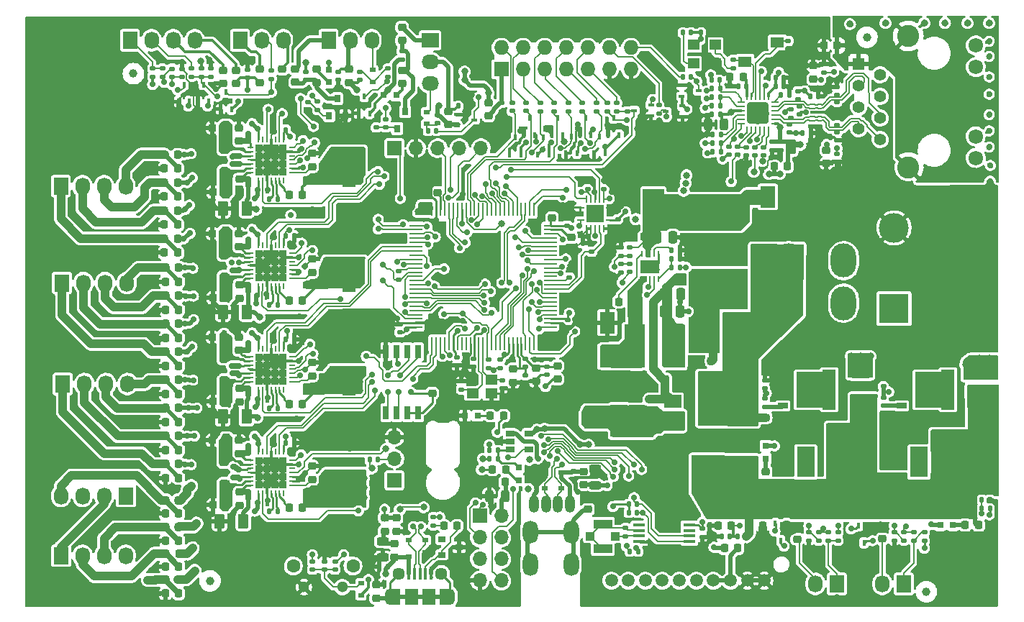
<source format=gbr>
%TF.GenerationSoftware,KiCad,Pcbnew,(6.0.2)*%
%TF.CreationDate,2022-04-18T10:54:01+08:00*%
%TF.ProjectId,BUDDY_v1.0.0,42554444-595f-4763-912e-302e302e6b69,v1.0.0*%
%TF.SameCoordinates,Original*%
%TF.FileFunction,Copper,L1,Top*%
%TF.FilePolarity,Positive*%
%FSLAX46Y46*%
G04 Gerber Fmt 4.6, Leading zero omitted, Abs format (unit mm)*
G04 Created by KiCad (PCBNEW (6.0.2)) date 2022-04-18 10:54:01*
%MOMM*%
%LPD*%
G01*
G04 APERTURE LIST*
G04 Aperture macros list*
%AMRoundRect*
0 Rectangle with rounded corners*
0 $1 Rounding radius*
0 $2 $3 $4 $5 $6 $7 $8 $9 X,Y pos of 4 corners*
0 Add a 4 corners polygon primitive as box body*
4,1,4,$2,$3,$4,$5,$6,$7,$8,$9,$2,$3,0*
0 Add four circle primitives for the rounded corners*
1,1,$1+$1,$2,$3*
1,1,$1+$1,$4,$5*
1,1,$1+$1,$6,$7*
1,1,$1+$1,$8,$9*
0 Add four rect primitives between the rounded corners*
20,1,$1+$1,$2,$3,$4,$5,0*
20,1,$1+$1,$4,$5,$6,$7,0*
20,1,$1+$1,$6,$7,$8,$9,0*
20,1,$1+$1,$8,$9,$2,$3,0*%
G04 Aperture macros list end*
%TA.AperFunction,ComponentPad*%
%ADD10R,1.700000X1.700000*%
%TD*%
%TA.AperFunction,ComponentPad*%
%ADD11O,1.700000X1.700000*%
%TD*%
%TA.AperFunction,SMDPad,CuDef*%
%ADD12R,0.700000X0.600000*%
%TD*%
%TA.AperFunction,SMDPad,CuDef*%
%ADD13O,0.250000X0.700000*%
%TD*%
%TA.AperFunction,SMDPad,CuDef*%
%ADD14O,0.700000X0.250000*%
%TD*%
%TA.AperFunction,ComponentPad*%
%ADD15C,0.462500*%
%TD*%
%TA.AperFunction,SMDPad,CuDef*%
%ADD16R,0.925000X0.925000*%
%TD*%
%TA.AperFunction,SMDPad,CuDef*%
%ADD17RoundRect,0.243750X0.243750X0.456250X-0.243750X0.456250X-0.243750X-0.456250X0.243750X-0.456250X0*%
%TD*%
%TA.AperFunction,ComponentPad*%
%ADD18R,1.727200X1.727200*%
%TD*%
%TA.AperFunction,ComponentPad*%
%ADD19O,1.727200X1.727200*%
%TD*%
%TA.AperFunction,SMDPad,CuDef*%
%ADD20RoundRect,0.147500X0.147500X0.172500X-0.147500X0.172500X-0.147500X-0.172500X0.147500X-0.172500X0*%
%TD*%
%TA.AperFunction,SMDPad,CuDef*%
%ADD21RoundRect,0.147500X-0.147500X-0.172500X0.147500X-0.172500X0.147500X0.172500X-0.147500X0.172500X0*%
%TD*%
%TA.AperFunction,SMDPad,CuDef*%
%ADD22RoundRect,0.147500X-0.172500X0.147500X-0.172500X-0.147500X0.172500X-0.147500X0.172500X0.147500X0*%
%TD*%
%TA.AperFunction,SMDPad,CuDef*%
%ADD23RoundRect,0.218750X0.218750X0.256250X-0.218750X0.256250X-0.218750X-0.256250X0.218750X-0.256250X0*%
%TD*%
%TA.AperFunction,SMDPad,CuDef*%
%ADD24R,1.450000X0.450000*%
%TD*%
%TA.AperFunction,ComponentPad*%
%ADD25C,1.500000*%
%TD*%
%TA.AperFunction,SMDPad,CuDef*%
%ADD26RoundRect,0.147500X0.172500X-0.147500X0.172500X0.147500X-0.172500X0.147500X-0.172500X-0.147500X0*%
%TD*%
%TA.AperFunction,SMDPad,CuDef*%
%ADD27RoundRect,0.218750X0.256250X-0.218750X0.256250X0.218750X-0.256250X0.218750X-0.256250X-0.218750X0*%
%TD*%
%TA.AperFunction,SMDPad,CuDef*%
%ADD28RoundRect,0.218750X-0.256250X0.218750X-0.256250X-0.218750X0.256250X-0.218750X0.256250X0.218750X0*%
%TD*%
%TA.AperFunction,SMDPad,CuDef*%
%ADD29RoundRect,0.243750X0.456250X-0.243750X0.456250X0.243750X-0.456250X0.243750X-0.456250X-0.243750X0*%
%TD*%
%TA.AperFunction,SMDPad,CuDef*%
%ADD30RoundRect,0.218750X-0.218750X-0.256250X0.218750X-0.256250X0.218750X0.256250X-0.218750X0.256250X0*%
%TD*%
%TA.AperFunction,SMDPad,CuDef*%
%ADD31R,1.600000X3.500000*%
%TD*%
%TA.AperFunction,SMDPad,CuDef*%
%ADD32R,0.797560X0.797560*%
%TD*%
%TA.AperFunction,SMDPad,CuDef*%
%ADD33R,0.700000X1.000000*%
%TD*%
%TA.AperFunction,SMDPad,CuDef*%
%ADD34R,2.159000X1.778000*%
%TD*%
%TA.AperFunction,SMDPad,CuDef*%
%ADD35R,1.800000X2.500000*%
%TD*%
%TA.AperFunction,ComponentPad*%
%ADD36C,2.650000*%
%TD*%
%TA.AperFunction,SMDPad,CuDef*%
%ADD37R,0.400000X1.350000*%
%TD*%
%TA.AperFunction,ComponentPad*%
%ADD38C,1.450000*%
%TD*%
%TA.AperFunction,SMDPad,CuDef*%
%ADD39R,1.500000X1.900000*%
%TD*%
%TA.AperFunction,ComponentPad*%
%ADD40O,1.200000X1.900000*%
%TD*%
%TA.AperFunction,SMDPad,CuDef*%
%ADD41R,1.200000X1.900000*%
%TD*%
%TA.AperFunction,ComponentPad*%
%ADD42R,1.727200X2.032000*%
%TD*%
%TA.AperFunction,ComponentPad*%
%ADD43O,1.727200X2.032000*%
%TD*%
%TA.AperFunction,SMDPad,CuDef*%
%ADD44C,1.000000*%
%TD*%
%TA.AperFunction,ComponentPad*%
%ADD45C,5.500000*%
%TD*%
%TA.AperFunction,SMDPad,CuDef*%
%ADD46RoundRect,0.249999X0.450001X0.650001X-0.450001X0.650001X-0.450001X-0.650001X0.450001X-0.650001X0*%
%TD*%
%TA.AperFunction,ComponentPad*%
%ADD47R,2.100000X3.600000*%
%TD*%
%TA.AperFunction,ComponentPad*%
%ADD48O,2.100000X3.600000*%
%TD*%
%TA.AperFunction,SMDPad,CuDef*%
%ADD49R,0.800000X0.900000*%
%TD*%
%TA.AperFunction,SMDPad,CuDef*%
%ADD50R,1.150000X0.700000*%
%TD*%
%TA.AperFunction,ComponentPad*%
%ADD51R,0.900000X0.900000*%
%TD*%
%TA.AperFunction,SMDPad,CuDef*%
%ADD52R,3.300000X4.200000*%
%TD*%
%TA.AperFunction,SMDPad,CuDef*%
%ADD53R,1.550000X4.700000*%
%TD*%
%TA.AperFunction,SMDPad,CuDef*%
%ADD54R,0.900000X1.700000*%
%TD*%
%TA.AperFunction,ComponentPad*%
%ADD55C,1.300000*%
%TD*%
%TA.AperFunction,ComponentPad*%
%ADD56C,1.600000*%
%TD*%
%TA.AperFunction,SMDPad,CuDef*%
%ADD57R,0.280000X1.500000*%
%TD*%
%TA.AperFunction,SMDPad,CuDef*%
%ADD58R,1.500000X0.280000*%
%TD*%
%TA.AperFunction,SMDPad,CuDef*%
%ADD59R,1.060000X0.650000*%
%TD*%
%TA.AperFunction,SMDPad,CuDef*%
%ADD60R,1.400000X1.150000*%
%TD*%
%TA.AperFunction,ComponentPad*%
%ADD61O,1.200000X2.000000*%
%TD*%
%TA.AperFunction,ComponentPad*%
%ADD62O,1.800000X2.700000*%
%TD*%
%TA.AperFunction,ComponentPad*%
%ADD63R,2.032000X1.727200*%
%TD*%
%TA.AperFunction,ComponentPad*%
%ADD64O,2.032000X1.727200*%
%TD*%
%TA.AperFunction,ComponentPad*%
%ADD65O,3.000000X4.000000*%
%TD*%
%TA.AperFunction,SMDPad,CuDef*%
%ADD66RoundRect,0.250000X0.375000X0.625000X-0.375000X0.625000X-0.375000X-0.625000X0.375000X-0.625000X0*%
%TD*%
%TA.AperFunction,SMDPad,CuDef*%
%ADD67RoundRect,0.243750X-0.456250X0.243750X-0.456250X-0.243750X0.456250X-0.243750X0.456250X0.243750X0*%
%TD*%
%TA.AperFunction,ComponentPad*%
%ADD68C,1.400000*%
%TD*%
%TA.AperFunction,ComponentPad*%
%ADD69R,1.400000X1.400000*%
%TD*%
%TA.AperFunction,ComponentPad*%
%ADD70C,1.720000*%
%TD*%
%TA.AperFunction,ComponentPad*%
%ADD71C,2.600000*%
%TD*%
%TA.AperFunction,SMDPad,CuDef*%
%ADD72R,0.900000X0.800000*%
%TD*%
%TA.AperFunction,SMDPad,CuDef*%
%ADD73RoundRect,0.250000X-0.375000X-0.625000X0.375000X-0.625000X0.375000X0.625000X-0.375000X0.625000X0*%
%TD*%
%TA.AperFunction,SMDPad,CuDef*%
%ADD74RoundRect,0.062500X-0.062500X0.325000X-0.062500X-0.325000X0.062500X-0.325000X0.062500X0.325000X0*%
%TD*%
%TA.AperFunction,SMDPad,CuDef*%
%ADD75RoundRect,0.062500X-0.325000X0.062500X-0.325000X-0.062500X0.325000X-0.062500X0.325000X0.062500X0*%
%TD*%
%TA.AperFunction,SMDPad,CuDef*%
%ADD76RoundRect,0.250920X-0.979080X0.979080X-0.979080X-0.979080X0.979080X-0.979080X0.979080X0.979080X0*%
%TD*%
%TA.AperFunction,ComponentPad*%
%ADD77C,0.500000*%
%TD*%
%TA.AperFunction,SMDPad,CuDef*%
%ADD78RoundRect,0.250000X-0.975000X0.975000X-0.975000X-0.975000X0.975000X-0.975000X0.975000X0.975000X0*%
%TD*%
%TA.AperFunction,SMDPad,CuDef*%
%ADD79R,1.600000X1.300000*%
%TD*%
%TA.AperFunction,SMDPad,CuDef*%
%ADD80R,0.850000X0.280000*%
%TD*%
%TA.AperFunction,SMDPad,CuDef*%
%ADD81R,0.280000X0.850000*%
%TD*%
%TA.AperFunction,ComponentPad*%
%ADD82C,0.600000*%
%TD*%
%TA.AperFunction,SMDPad,CuDef*%
%ADD83R,2.050000X2.050000*%
%TD*%
%TA.AperFunction,SMDPad,CuDef*%
%ADD84R,1.400000X1.200000*%
%TD*%
%TA.AperFunction,SMDPad,CuDef*%
%ADD85R,2.500000X4.400000*%
%TD*%
%TA.AperFunction,SMDPad,CuDef*%
%ADD86R,0.625000X0.250000*%
%TD*%
%TA.AperFunction,SMDPad,CuDef*%
%ADD87R,0.700000X0.450000*%
%TD*%
%TA.AperFunction,SMDPad,CuDef*%
%ADD88R,0.575000X0.450000*%
%TD*%
%TA.AperFunction,SMDPad,CuDef*%
%ADD89RoundRect,0.243750X-0.243750X-0.456250X0.243750X-0.456250X0.243750X0.456250X-0.243750X0.456250X0*%
%TD*%
%TA.AperFunction,SMDPad,CuDef*%
%ADD90R,2.000000X1.500000*%
%TD*%
%TA.AperFunction,SMDPad,CuDef*%
%ADD91R,2.000000X3.800000*%
%TD*%
%TA.AperFunction,SMDPad,CuDef*%
%ADD92R,0.650000X1.650000*%
%TD*%
%TA.AperFunction,SMDPad,CuDef*%
%ADD93R,0.450000X0.700000*%
%TD*%
%TA.AperFunction,SMDPad,CuDef*%
%ADD94R,1.000000X1.000000*%
%TD*%
%TA.AperFunction,SMDPad,CuDef*%
%ADD95R,2.200000X1.050000*%
%TD*%
%TA.AperFunction,SMDPad,CuDef*%
%ADD96RoundRect,0.135000X0.185000X-0.135000X0.185000X0.135000X-0.185000X0.135000X-0.185000X-0.135000X0*%
%TD*%
%TA.AperFunction,SMDPad,CuDef*%
%ADD97RoundRect,0.135000X0.135000X0.185000X-0.135000X0.185000X-0.135000X-0.185000X0.135000X-0.185000X0*%
%TD*%
%TA.AperFunction,SMDPad,CuDef*%
%ADD98RoundRect,0.225000X-0.225000X-0.250000X0.225000X-0.250000X0.225000X0.250000X-0.225000X0.250000X0*%
%TD*%
%TA.AperFunction,SMDPad,CuDef*%
%ADD99R,0.270000X0.760000*%
%TD*%
%TA.AperFunction,SMDPad,CuDef*%
%ADD100R,2.300000X1.500000*%
%TD*%
%TA.AperFunction,ComponentPad*%
%ADD101R,3.500000X3.500000*%
%TD*%
%TA.AperFunction,ComponentPad*%
%ADD102C,3.500000*%
%TD*%
%TA.AperFunction,SMDPad,CuDef*%
%ADD103R,2.400000X5.100000*%
%TD*%
%TA.AperFunction,SMDPad,CuDef*%
%ADD104RoundRect,0.250000X-0.250000X-0.475000X0.250000X-0.475000X0.250000X0.475000X-0.250000X0.475000X0*%
%TD*%
%TA.AperFunction,SMDPad,CuDef*%
%ADD105RoundRect,0.135000X-0.185000X0.135000X-0.185000X-0.135000X0.185000X-0.135000X0.185000X0.135000X0*%
%TD*%
%TA.AperFunction,SMDPad,CuDef*%
%ADD106RoundRect,0.140000X0.170000X-0.140000X0.170000X0.140000X-0.170000X0.140000X-0.170000X-0.140000X0*%
%TD*%
%TA.AperFunction,SMDPad,CuDef*%
%ADD107RoundRect,0.250000X0.250000X0.475000X-0.250000X0.475000X-0.250000X-0.475000X0.250000X-0.475000X0*%
%TD*%
%TA.AperFunction,ViaPad*%
%ADD108C,0.700000*%
%TD*%
%TA.AperFunction,ViaPad*%
%ADD109C,0.800000*%
%TD*%
%TA.AperFunction,Conductor*%
%ADD110C,0.500000*%
%TD*%
%TA.AperFunction,Conductor*%
%ADD111C,0.300000*%
%TD*%
%TA.AperFunction,Conductor*%
%ADD112C,0.250000*%
%TD*%
%TA.AperFunction,Conductor*%
%ADD113C,1.000000*%
%TD*%
%TA.AperFunction,Conductor*%
%ADD114C,0.150000*%
%TD*%
%TA.AperFunction,Conductor*%
%ADD115C,0.200000*%
%TD*%
%TA.AperFunction,Conductor*%
%ADD116C,0.254000*%
%TD*%
%TA.AperFunction,Conductor*%
%ADD117C,0.431800*%
%TD*%
%TA.AperFunction,Conductor*%
%ADD118C,3.000000*%
%TD*%
%TA.AperFunction,Conductor*%
%ADD119C,0.700000*%
%TD*%
%TA.AperFunction,Conductor*%
%ADD120C,1.500000*%
%TD*%
G04 APERTURE END LIST*
D10*
%TO.P,J21,1,Pin_1*%
%TO.N,/CPU/SWCLK*%
X129413000Y-75057000D03*
D11*
%TO.P,J21,2,Pin_2*%
%TO.N,GND*%
X131953000Y-75057000D03*
%TO.P,J21,3,Pin_3*%
%TO.N,/CPU/SWDIO*%
X134493000Y-75057000D03*
%TO.P,J21,4,Pin_4*%
%TO.N,/CPU/NRST*%
X137033000Y-75057000D03*
%TO.P,J21,5,Pin_5*%
%TO.N,/CPU/SWO*%
X139573000Y-75057000D03*
%TD*%
D12*
%TO.P,D5,1,K*%
%TO.N,Net-(D5-Pad1)*%
X126873000Y-65848000D03*
%TO.P,D5,2,A*%
%TO.N,Net-(D5-Pad2)*%
X126873000Y-67248000D03*
%TD*%
%TO.P,D6,1,K*%
%TO.N,Net-(D6-Pad1)*%
X133223000Y-70801000D03*
%TO.P,D6,2,A*%
%TO.N,Net-(D6-Pad2)*%
X133223000Y-72201000D03*
%TD*%
%TO.P,D24,1,K*%
%TO.N,+3V3*%
X125476000Y-127700000D03*
%TO.P,D24,2,A*%
%TO.N,Net-(C108-Pad1)*%
X125476000Y-126300000D03*
%TD*%
D13*
%TO.P,U6,1,OB2*%
%TO.N,Net-(L37-Pad1)*%
X113394000Y-115724000D03*
%TO.P,U6,2,ENN*%
%TO.N,/CPU/PD2_Z-EN*%
X113894000Y-115724000D03*
%TO.P,U6,3,GNDP*%
%TO.N,GND*%
X114394000Y-115724000D03*
%TO.P,U6,4,CPO*%
%TO.N,Net-(C43-Pad1)*%
X114894000Y-115724000D03*
%TO.P,U6,5,CPI*%
%TO.N,Net-(C43-Pad2)*%
X115394000Y-115724000D03*
%TO.P,U6,6,VCP*%
%TO.N,Net-(C42-Pad2)*%
X115894000Y-115724000D03*
%TO.P,U6,7,SPREAD*%
%TO.N,unconnected-(U6-Pad7)*%
X116394000Y-115724000D03*
D14*
%TO.P,U6,8,5Vout*%
%TO.N,Net-(C15-Pad2)*%
X117344000Y-114774000D03*
%TO.P,U6,9,MS1_AD0*%
%TO.N,GND*%
X117344000Y-114274000D03*
%TO.P,U6,10,MS2_AD1*%
X117344000Y-113774000D03*
%TO.P,U6,11,DIAG*%
%TO.N,/CPU/PE3_Z-Diag*%
X117344000Y-113274000D03*
%TO.P,U6,12,INDEX*%
%TO.N,unconnected-(U6-Pad12)*%
X117344000Y-112774000D03*
%TO.P,U6,13,CLK*%
%TO.N,GND*%
X117344000Y-112274000D03*
%TO.P,U6,14,PDN_UART*%
%TO.N,/CPU/PD5_MOT-UART*%
X117344000Y-111774000D03*
D13*
%TO.P,U6,15,VCC-IO*%
%TO.N,+3V3*%
X116394000Y-110824000D03*
%TO.P,U6,16,STEP*%
%TO.N,/CPU/PD4_Z-STEP*%
X115894000Y-110824000D03*
%TO.P,U6,17,VREF*%
%TO.N,unconnected-(U6-Pad17)*%
X115394000Y-110824000D03*
%TO.P,U6,18,GNDP*%
%TO.N,GND*%
X114894000Y-110824000D03*
%TO.P,U6,19,DIR*%
%TO.N,/CPU/PD15_Z-DIR*%
X114394000Y-110824000D03*
%TO.P,U6,20,STDBY*%
%TO.N,unconnected-(U6-Pad20)*%
X113894000Y-110824000D03*
%TO.P,U6,21,OA2*%
%TO.N,Net-(L33-Pad1)*%
X113394000Y-110824000D03*
D14*
%TO.P,U6,22,VS*%
%TO.N,+24VMOT*%
X112444000Y-111774000D03*
%TO.P,U6,23,BRA*%
%TO.N,Net-(C50-Pad1)*%
X112444000Y-112274000D03*
%TO.P,U6,24,OA1*%
%TO.N,Net-(L32-Pad1)*%
X112444000Y-112774000D03*
%TO.P,U6,25,NC*%
%TO.N,GND*%
X112444000Y-113274000D03*
%TO.P,U6,26,OB1*%
%TO.N,Net-(L31-Pad1)*%
X112444000Y-113774000D03*
%TO.P,U6,27,BRB*%
%TO.N,Net-(C46-Pad1)*%
X112444000Y-114274000D03*
%TO.P,U6,28,VS*%
%TO.N,+24VMOT*%
X112444000Y-114774000D03*
D15*
%TO.P,U6,29,DIE-PAD*%
%TO.N,GND*%
X114431500Y-114661500D03*
D16*
X113506500Y-111886500D03*
D15*
X113506500Y-111886500D03*
D16*
X116281500Y-113736500D03*
X114431500Y-111886500D03*
X115356500Y-113736500D03*
D15*
X113506500Y-112811500D03*
D16*
X113506500Y-114661500D03*
X115356500Y-111886500D03*
D15*
X115356500Y-112811500D03*
D16*
X114431500Y-113736500D03*
D15*
X116281500Y-112811500D03*
X116281500Y-113736500D03*
D16*
X115356500Y-114661500D03*
D15*
X114431500Y-113736500D03*
D16*
X115356500Y-112811500D03*
D15*
X116281500Y-111886500D03*
D16*
X114431500Y-114661500D03*
D15*
X115356500Y-113736500D03*
D16*
X113506500Y-113736500D03*
D15*
X115356500Y-114661500D03*
D16*
X116281500Y-111886500D03*
D15*
X113506500Y-114661500D03*
X113506500Y-113736500D03*
D16*
X116281500Y-114661500D03*
X113506500Y-112811500D03*
X116281500Y-112811500D03*
D15*
X114431500Y-112811500D03*
D16*
X114431500Y-112811500D03*
D15*
X115356500Y-111886500D03*
X114431500Y-111886500D03*
X116281500Y-114661500D03*
%TD*%
D13*
%TO.P,U7,1,OB2*%
%TO.N,Net-(L38-Pad1)*%
X113394000Y-103542000D03*
%TO.P,U7,2,ENN*%
%TO.N,/CPU/PD3_X-EN*%
X113894000Y-103542000D03*
%TO.P,U7,3,GNDP*%
%TO.N,GND*%
X114394000Y-103542000D03*
%TO.P,U7,4,CPO*%
%TO.N,Net-(C45-Pad1)*%
X114894000Y-103542000D03*
%TO.P,U7,5,CPI*%
%TO.N,Net-(C45-Pad2)*%
X115394000Y-103542000D03*
%TO.P,U7,6,VCP*%
%TO.N,Net-(C44-Pad2)*%
X115894000Y-103542000D03*
%TO.P,U7,7,SPREAD*%
%TO.N,unconnected-(U7-Pad7)*%
X116394000Y-103542000D03*
D14*
%TO.P,U7,8,5Vout*%
%TO.N,Net-(C24-Pad2)*%
X117344000Y-102592000D03*
%TO.P,U7,9,MS1_AD0*%
%TO.N,+3V3*%
X117344000Y-102092000D03*
%TO.P,U7,10,MS2_AD1*%
%TO.N,GND*%
X117344000Y-101592000D03*
%TO.P,U7,11,DIAG*%
%TO.N,/CPU/PE2_X-Diag*%
X117344000Y-101092000D03*
%TO.P,U7,12,INDEX*%
%TO.N,unconnected-(U7-Pad12)*%
X117344000Y-100592000D03*
%TO.P,U7,13,CLK*%
%TO.N,GND*%
X117344000Y-100092000D03*
%TO.P,U7,14,PDN_UART*%
%TO.N,/CPU/PD5_MOT-UART*%
X117344000Y-99592000D03*
D13*
%TO.P,U7,15,VCC-IO*%
%TO.N,+3V3*%
X116394000Y-98642000D03*
%TO.P,U7,16,STEP*%
%TO.N,/CPU/PD1_X-STEP*%
X115894000Y-98642000D03*
%TO.P,U7,17,VREF*%
%TO.N,unconnected-(U7-Pad17)*%
X115394000Y-98642000D03*
%TO.P,U7,18,GNDP*%
%TO.N,GND*%
X114894000Y-98642000D03*
%TO.P,U7,19,DIR*%
%TO.N,/CPU/PD0_X-DIR*%
X114394000Y-98642000D03*
%TO.P,U7,20,STDBY*%
%TO.N,unconnected-(U7-Pad20)*%
X113894000Y-98642000D03*
%TO.P,U7,21,OA2*%
%TO.N,Net-(L36-Pad1)*%
X113394000Y-98642000D03*
D14*
%TO.P,U7,22,VS*%
%TO.N,+24VMOT*%
X112444000Y-99592000D03*
%TO.P,U7,23,BRA*%
%TO.N,Net-(C53-Pad1)*%
X112444000Y-100092000D03*
%TO.P,U7,24,OA1*%
%TO.N,Net-(L35-Pad1)*%
X112444000Y-100592000D03*
%TO.P,U7,25,NC*%
%TO.N,GND*%
X112444000Y-101092000D03*
%TO.P,U7,26,OB1*%
%TO.N,Net-(L34-Pad1)*%
X112444000Y-101592000D03*
%TO.P,U7,27,BRB*%
%TO.N,Net-(C47-Pad1)*%
X112444000Y-102092000D03*
%TO.P,U7,28,VS*%
%TO.N,+24VMOT*%
X112444000Y-102592000D03*
D15*
%TO.P,U7,29,DIE-PAD*%
%TO.N,GND*%
X115356500Y-101554500D03*
X116281500Y-101554500D03*
X115356500Y-100629500D03*
D16*
X114431500Y-100629500D03*
D15*
X115356500Y-99704500D03*
X114431500Y-101554500D03*
D16*
X116281500Y-102479500D03*
D15*
X116281500Y-100629500D03*
D16*
X114431500Y-99704500D03*
X116281500Y-100629500D03*
D15*
X116281500Y-102479500D03*
D16*
X115356500Y-99704500D03*
D15*
X115356500Y-102479500D03*
X116281500Y-99704500D03*
X114431500Y-99704500D03*
X113506500Y-99704500D03*
D16*
X115356500Y-102479500D03*
X116281500Y-99704500D03*
X114431500Y-101554500D03*
X113506500Y-100629500D03*
X113506500Y-101554500D03*
D15*
X113506500Y-102479500D03*
D16*
X116281500Y-101554500D03*
X113506500Y-99704500D03*
D15*
X113506500Y-101554500D03*
X113506500Y-100629500D03*
X114431500Y-100629500D03*
D16*
X115356500Y-101554500D03*
X115356500Y-100629500D03*
D15*
X114431500Y-102479500D03*
D16*
X114431500Y-102479500D03*
X113506500Y-102479500D03*
%TD*%
D13*
%TO.P,U8,1,OB2*%
%TO.N,Net-(L45-Pad1)*%
X113394000Y-78904000D03*
%TO.P,U8,2,ENN*%
%TO.N,/CPU/PD10_E0-EN*%
X113894000Y-78904000D03*
%TO.P,U8,3,GNDP*%
%TO.N,GND*%
X114394000Y-78904000D03*
%TO.P,U8,4,CPO*%
%TO.N,Net-(C73-Pad1)*%
X114894000Y-78904000D03*
%TO.P,U8,5,CPI*%
%TO.N,Net-(C73-Pad2)*%
X115394000Y-78904000D03*
%TO.P,U8,6,VCP*%
%TO.N,Net-(C72-Pad2)*%
X115894000Y-78904000D03*
%TO.P,U8,7,SPREAD*%
%TO.N,unconnected-(U8-Pad7)*%
X116394000Y-78904000D03*
D14*
%TO.P,U8,8,5Vout*%
%TO.N,Net-(C34-Pad2)*%
X117344000Y-77954000D03*
%TO.P,U8,9,MS1_AD0*%
%TO.N,GND*%
X117344000Y-77454000D03*
%TO.P,U8,10,MS2_AD1*%
%TO.N,+3V3*%
X117344000Y-76954000D03*
%TO.P,U8,11,DIAG*%
%TO.N,/CPU/PA15_E0-Diag*%
X117344000Y-76454000D03*
%TO.P,U8,12,INDEX*%
%TO.N,unconnected-(U8-Pad12)*%
X117344000Y-75954000D03*
%TO.P,U8,13,CLK*%
%TO.N,GND*%
X117344000Y-75454000D03*
%TO.P,U8,14,PDN_UART*%
%TO.N,/CPU/PD5_MOT-UART*%
X117344000Y-74954000D03*
D13*
%TO.P,U8,15,VCC-IO*%
%TO.N,+3V3*%
X116394000Y-74004000D03*
%TO.P,U8,16,STEP*%
%TO.N,/CPU/PD9_E0-STEP*%
X115894000Y-74004000D03*
%TO.P,U8,17,VREF*%
%TO.N,unconnected-(U8-Pad17)*%
X115394000Y-74004000D03*
%TO.P,U8,18,GNDP*%
%TO.N,GND*%
X114894000Y-74004000D03*
%TO.P,U8,19,DIR*%
%TO.N,/CPU/PD8_E0-DIR*%
X114394000Y-74004000D03*
%TO.P,U8,20,STDBY*%
%TO.N,unconnected-(U8-Pad20)*%
X113894000Y-74004000D03*
%TO.P,U8,21,OA2*%
%TO.N,Net-(L41-Pad1)*%
X113394000Y-74004000D03*
D14*
%TO.P,U8,22,VS*%
%TO.N,+24VMOT*%
X112444000Y-74954000D03*
%TO.P,U8,23,BRA*%
%TO.N,Net-(C80-Pad1)*%
X112444000Y-75454000D03*
%TO.P,U8,24,OA1*%
%TO.N,Net-(L40-Pad1)*%
X112444000Y-75954000D03*
%TO.P,U8,25,NC*%
%TO.N,GND*%
X112444000Y-76454000D03*
%TO.P,U8,26,OB1*%
%TO.N,Net-(L39-Pad1)*%
X112444000Y-76954000D03*
%TO.P,U8,27,BRB*%
%TO.N,Net-(C76-Pad1)*%
X112444000Y-77454000D03*
%TO.P,U8,28,VS*%
%TO.N,+24VMOT*%
X112444000Y-77954000D03*
D15*
%TO.P,U8,29,DIE-PAD*%
%TO.N,GND*%
X116281500Y-77841500D03*
X115356500Y-75066500D03*
X115356500Y-77841500D03*
X113506500Y-75991500D03*
X116281500Y-75066500D03*
D16*
X115356500Y-75066500D03*
D15*
X115356500Y-76916500D03*
X115356500Y-75991500D03*
D16*
X114431500Y-77841500D03*
X113506500Y-76916500D03*
D15*
X113506500Y-77841500D03*
D16*
X114431500Y-75991500D03*
D15*
X114431500Y-75991500D03*
X114431500Y-75066500D03*
D16*
X115356500Y-76916500D03*
X114431500Y-76916500D03*
D15*
X114431500Y-77841500D03*
D16*
X116281500Y-77841500D03*
X115356500Y-77841500D03*
X113506500Y-77841500D03*
X116281500Y-75991500D03*
D15*
X113506500Y-76916500D03*
D16*
X116281500Y-76916500D03*
X113506500Y-75991500D03*
D15*
X114431500Y-76916500D03*
D16*
X116281500Y-75066500D03*
X115356500Y-75991500D03*
D15*
X116281500Y-75991500D03*
D16*
X113506500Y-75066500D03*
D15*
X113506500Y-75066500D03*
D16*
X114431500Y-75066500D03*
D15*
X116281500Y-76916500D03*
%TD*%
D13*
%TO.P,U9,1,OB2*%
%TO.N,Net-(L46-Pad1)*%
X113394000Y-91350000D03*
%TO.P,U9,2,ENN*%
%TO.N,/CPU/PD14_Y-EN*%
X113894000Y-91350000D03*
%TO.P,U9,3,GNDP*%
%TO.N,GND*%
X114394000Y-91350000D03*
%TO.P,U9,4,CPO*%
%TO.N,Net-(C75-Pad1)*%
X114894000Y-91350000D03*
%TO.P,U9,5,CPI*%
%TO.N,Net-(C75-Pad2)*%
X115394000Y-91350000D03*
%TO.P,U9,6,VCP*%
%TO.N,Net-(C74-Pad2)*%
X115894000Y-91350000D03*
%TO.P,U9,7,SPREAD*%
%TO.N,unconnected-(U9-Pad7)*%
X116394000Y-91350000D03*
D14*
%TO.P,U9,8,5Vout*%
%TO.N,Net-(C36-Pad2)*%
X117344000Y-90400000D03*
%TO.P,U9,9,MS1_AD0*%
%TO.N,+3V3*%
X117344000Y-89900000D03*
%TO.P,U9,10,MS2_AD1*%
X117344000Y-89400000D03*
%TO.P,U9,11,DIAG*%
%TO.N,/CPU/PE1_Y-Diag*%
X117344000Y-88900000D03*
%TO.P,U9,12,INDEX*%
%TO.N,unconnected-(U9-Pad12)*%
X117344000Y-88400000D03*
%TO.P,U9,13,CLK*%
%TO.N,GND*%
X117344000Y-87900000D03*
%TO.P,U9,14,PDN_UART*%
%TO.N,/CPU/PD5_MOT-UART*%
X117344000Y-87400000D03*
D13*
%TO.P,U9,15,VCC-IO*%
%TO.N,+3V3*%
X116394000Y-86450000D03*
%TO.P,U9,16,STEP*%
%TO.N,/CPU/PD13_Y-STEP*%
X115894000Y-86450000D03*
%TO.P,U9,17,VREF*%
%TO.N,unconnected-(U9-Pad17)*%
X115394000Y-86450000D03*
%TO.P,U9,18,GNDP*%
%TO.N,GND*%
X114894000Y-86450000D03*
%TO.P,U9,19,DIR*%
%TO.N,/CPU/PD12_Y-DIR*%
X114394000Y-86450000D03*
%TO.P,U9,20,STDBY*%
%TO.N,unconnected-(U9-Pad20)*%
X113894000Y-86450000D03*
%TO.P,U9,21,OA2*%
%TO.N,Net-(L44-Pad1)*%
X113394000Y-86450000D03*
D14*
%TO.P,U9,22,VS*%
%TO.N,+24VMOT*%
X112444000Y-87400000D03*
%TO.P,U9,23,BRA*%
%TO.N,Net-(C83-Pad1)*%
X112444000Y-87900000D03*
%TO.P,U9,24,OA1*%
%TO.N,Net-(L43-Pad1)*%
X112444000Y-88400000D03*
%TO.P,U9,25,NC*%
%TO.N,GND*%
X112444000Y-88900000D03*
%TO.P,U9,26,OB1*%
%TO.N,Net-(L42-Pad1)*%
X112444000Y-89400000D03*
%TO.P,U9,27,BRB*%
%TO.N,Net-(C77-Pad1)*%
X112444000Y-89900000D03*
%TO.P,U9,28,VS*%
%TO.N,+24VMOT*%
X112444000Y-90400000D03*
D16*
%TO.P,U9,29,DIE-PAD*%
%TO.N,GND*%
X114431500Y-89362500D03*
D15*
X115356500Y-87512500D03*
X113506500Y-90287500D03*
D16*
X113506500Y-88437500D03*
D15*
X116281500Y-89362500D03*
D16*
X115356500Y-89362500D03*
D15*
X113506500Y-88437500D03*
D16*
X116281500Y-88437500D03*
X115356500Y-90287500D03*
X113506500Y-90287500D03*
X116281500Y-87512500D03*
X113506500Y-87512500D03*
X115356500Y-88437500D03*
D15*
X115356500Y-90287500D03*
D16*
X115356500Y-87512500D03*
D15*
X116281500Y-87512500D03*
D16*
X116281500Y-90287500D03*
D15*
X114431500Y-87512500D03*
D16*
X114431500Y-87512500D03*
X113506500Y-89362500D03*
X116281500Y-89362500D03*
D15*
X114431500Y-89362500D03*
X115356500Y-88437500D03*
X113506500Y-89362500D03*
D16*
X114431500Y-90287500D03*
D15*
X114431500Y-90287500D03*
X113506500Y-87512500D03*
X114431500Y-88437500D03*
D16*
X114431500Y-88437500D03*
D15*
X116281500Y-88437500D03*
X115356500Y-89362500D03*
X116281500Y-90287500D03*
%TD*%
D17*
%TO.P,C37,1*%
%TO.N,+3V3*%
X142415500Y-116035568D03*
%TO.P,C37,2*%
%TO.N,GND*%
X140540500Y-116035568D03*
%TD*%
D18*
%TO.P,J8,1,Pin_1*%
%TO.N,Net-(C63-Pad1)*%
X141986000Y-65786000D03*
D19*
%TO.P,J8,2,Pin_2*%
%TO.N,Net-(J8-Pad2)*%
X141986000Y-63246000D03*
%TO.P,J8,3,Pin_3*%
%TO.N,Net-(J8-Pad3)*%
X144526000Y-65786000D03*
%TO.P,J8,4,Pin_4*%
%TO.N,Net-(J8-Pad4)*%
X144526000Y-63246000D03*
%TO.P,J8,5,Pin_5*%
%TO.N,Net-(J8-Pad5)*%
X147066000Y-65786000D03*
%TO.P,J8,6,Pin_6*%
%TO.N,Net-(J8-Pad6)*%
X147066000Y-63246000D03*
%TO.P,J8,7,Pin_7*%
%TO.N,Net-(J8-Pad7)*%
X149606000Y-65786000D03*
%TO.P,J8,8,Pin_8*%
%TO.N,Net-(J8-Pad8)*%
X149606000Y-63246000D03*
%TO.P,J8,9,Pin_9*%
%TO.N,Net-(J8-Pad9)*%
X152146000Y-65786000D03*
%TO.P,J8,10,Pin_10*%
%TO.N,Net-(J8-Pad10)*%
X152146000Y-63246000D03*
%TO.P,J8,11,Pin_11*%
%TO.N,GND*%
X154686000Y-65786000D03*
%TO.P,J8,12,Pin_12*%
%TO.N,Net-(J8-Pad12)*%
X154686000Y-63246000D03*
%TO.P,J8,13,Pin_13*%
%TO.N,GND*%
X157226000Y-65786000D03*
%TO.P,J8,14,Pin_14*%
%TO.N,Net-(J8-Pad14)*%
X157226000Y-63246000D03*
%TD*%
D10*
%TO.P,J1,1,Pin_1*%
%TO.N,+3V3*%
X129413000Y-114173000D03*
D11*
%TO.P,J1,2,Pin_2*%
%TO.N,Net-(J1-Pad2)*%
X129413000Y-111633000D03*
%TO.P,J1,3,Pin_3*%
%TO.N,GND*%
X129413000Y-109093000D03*
%TD*%
D20*
%TO.P,R77,1*%
%TO.N,+3V3*%
X199494000Y-117475000D03*
%TO.P,R77,2*%
%TO.N,/CPU/PA5_THERM-2*%
X198524000Y-117475000D03*
%TD*%
%TO.P,R78,1*%
%TO.N,24V2*%
X170769000Y-120777000D03*
%TO.P,R78,2*%
%TO.N,/CPU/PA3_BED_MON*%
X169799000Y-120777000D03*
%TD*%
%TO.P,R82,1*%
%TO.N,/CPU/PA3_BED_MON*%
X168864000Y-120777000D03*
%TO.P,R82,2*%
%TO.N,GND*%
X167894000Y-120777000D03*
%TD*%
D21*
%TO.P,TH1,1*%
%TO.N,/CPU/PA5_THERM-2*%
X198524000Y-116459000D03*
%TO.P,TH1,2*%
%TO.N,GND*%
X199494000Y-116459000D03*
%TD*%
D22*
%TO.P,C114,1*%
%TO.N,/CPU/VREF+*%
X144780000Y-101773000D03*
%TO.P,C114,2*%
%TO.N,GND*%
X144780000Y-102743000D03*
%TD*%
D23*
%TO.P,C8,1*%
%TO.N,/CPU/PA3_BED_MON*%
X169062500Y-119507000D03*
%TO.P,C8,2*%
%TO.N,GND*%
X167487500Y-119507000D03*
%TD*%
D22*
%TO.P,C52,1*%
%TO.N,+3V3*%
X165608000Y-119888000D03*
%TO.P,C52,2*%
%TO.N,GND*%
X165608000Y-120858000D03*
%TD*%
D20*
%TO.P,R29,1*%
%TO.N,/CPU/SDA*%
X157965000Y-117983000D03*
%TO.P,R29,2*%
%TO.N,+3V3*%
X156995000Y-117983000D03*
%TD*%
%TO.P,R28,1*%
%TO.N,/CPU/SCL*%
X157965000Y-116967000D03*
%TO.P,R28,2*%
%TO.N,+3V3*%
X156995000Y-116967000D03*
%TD*%
D24*
%TO.P,U11,1,VOUT*%
%TO.N,unconnected-(U11-Pad1)*%
X158213000Y-119421000D03*
%TO.P,U11,2,AC0*%
%TO.N,Net-(C49-Pad1)*%
X158213000Y-120071000D03*
%TO.P,U11,3,AC1*%
%TO.N,Net-(C49-Pad2)*%
X158213000Y-120721000D03*
%TO.P,U11,4,GND*%
%TO.N,GND*%
X158213000Y-121371000D03*
%TO.P,U11,5,SDA*%
%TO.N,/CPU/SDA*%
X164113000Y-121371000D03*
%TO.P,U11,6,SCL*%
%TO.N,/CPU/SCL*%
X164113000Y-120721000D03*
%TO.P,U11,7,GP0*%
%TO.N,unconnected-(U11-Pad7)*%
X164113000Y-120071000D03*
%TO.P,U11,8,VCC*%
%TO.N,+3V3*%
X164113000Y-119421000D03*
%TD*%
D25*
%TO.P,J23,1,Pin_1*%
%TO.N,/CPU/PE0*%
X154940000Y-125984000D03*
%TO.P,J23,2,Pin_2*%
%TO.N,/CPU/PB5*%
X156940000Y-125984000D03*
%TO.P,J23,3,Pin_3*%
%TO.N,/CPU/TX_1*%
X158940000Y-125984000D03*
%TO.P,J23,4,Pin_4*%
%TO.N,/CPU/RX_1*%
X160940000Y-125984000D03*
%TO.P,J23,5,Pin_5*%
%TO.N,/CPU/SCL*%
X162940000Y-125984000D03*
%TO.P,J23,6,Pin_6*%
%TO.N,/CPU/SDA*%
X164940000Y-125984000D03*
%TO.P,J23,7,Pin_7*%
%TO.N,Net-(J23-Pad7)*%
X166940000Y-125984000D03*
%TO.P,J23,8,Pin_8*%
X168940000Y-125984000D03*
%TO.P,J23,9,Pin_9*%
%TO.N,GND*%
X170940000Y-125984000D03*
%TO.P,J23,10,Pin_10*%
X172940000Y-125984000D03*
%TD*%
D10*
%TO.P,J10,1,Pin_1*%
%TO.N,/CPU/PC6_ESP-Rx*%
X139446000Y-118364000D03*
D11*
%TO.P,J10,2,Pin_2*%
%TO.N,+3V3*%
X141986000Y-118364000D03*
%TO.P,J10,3,Pin_3*%
%TO.N,/CPU/PE6_ESP-GPIO0*%
X139446000Y-120904000D03*
%TO.P,J10,4,Pin_4*%
%TO.N,/CPU/PC13_ESP-RST*%
X141986000Y-120904000D03*
%TO.P,J10,5,Pin_5*%
%TO.N,unconnected-(J10-Pad5)*%
X139446000Y-123444000D03*
%TO.P,J10,6,Pin_6*%
%TO.N,+3V3*%
X141986000Y-123444000D03*
%TO.P,J10,7,Pin_7*%
%TO.N,GND*%
X139446000Y-125984000D03*
%TO.P,J10,8,Pin_8*%
%TO.N,/CPU/PC7_ESP-Tx*%
X141986000Y-125984000D03*
%TD*%
D20*
%TO.P,R92,1*%
%TO.N,Net-(D17-Pad1)*%
X141582000Y-110617000D03*
%TO.P,R92,2*%
%TO.N,/CPU/PE4_USB-HS-OVERCURRENT*%
X140612000Y-110617000D03*
%TD*%
D26*
%TO.P,C1,1*%
%TO.N,Net-(C1-Pad1)*%
X118999000Y-67033000D03*
%TO.P,C1,2*%
%TO.N,+5V*%
X118999000Y-66063000D03*
%TD*%
D22*
%TO.P,C2,1*%
%TO.N,Net-(C2-Pad1)*%
X130302000Y-63650000D03*
%TO.P,C2,2*%
%TO.N,+5V*%
X130302000Y-64620000D03*
%TD*%
D26*
%TO.P,C3,1*%
%TO.N,GND*%
X178181000Y-121262000D03*
%TO.P,C3,2*%
%TO.N,/CPU/PC0_THERM-0*%
X178181000Y-120292000D03*
%TD*%
%TO.P,C4,1*%
%TO.N,GND*%
X188214000Y-121262000D03*
%TO.P,C4,2*%
%TO.N,/CPU/PA4_THERM-1*%
X188214000Y-120292000D03*
%TD*%
D22*
%TO.P,C9,1*%
%TO.N,GND*%
X104394000Y-65705000D03*
%TO.P,C9,2*%
%TO.N,/CPU/PA6_THERM-PINDA*%
X104394000Y-66675000D03*
%TD*%
D26*
%TO.P,C10,1*%
%TO.N,/CPU/PA8_Z-MIN*%
X107823000Y-66652000D03*
%TO.P,C10,2*%
%TO.N,GND*%
X107823000Y-65682000D03*
%TD*%
D22*
%TO.P,C11,1*%
%TO.N,+3V3*%
X138684000Y-99845000D03*
%TO.P,C11,2*%
%TO.N,GND*%
X138684000Y-100815000D03*
%TD*%
D26*
%TO.P,C12,1*%
%TO.N,+5V*%
X112141000Y-66779000D03*
%TO.P,C12,2*%
%TO.N,GND*%
X112141000Y-65809000D03*
%TD*%
D27*
%TO.P,C14,1*%
%TO.N,+3V3*%
X133858000Y-103911500D03*
%TO.P,C14,2*%
%TO.N,GND*%
X133858000Y-102336500D03*
%TD*%
D28*
%TO.P,C15,1*%
%TO.N,GND*%
X119720000Y-112486500D03*
%TO.P,C15,2*%
%TO.N,Net-(C15-Pad2)*%
X119720000Y-114061500D03*
%TD*%
D20*
%TO.P,C16,1*%
%TO.N,GND*%
X117617100Y-109738160D03*
%TO.P,C16,2*%
%TO.N,+3V3*%
X116647100Y-109738160D03*
%TD*%
D29*
%TO.P,C21,1*%
%TO.N,Net-(C21-Pad1)*%
X153035000Y-114729500D03*
%TO.P,C21,2*%
%TO.N,GND*%
X153035000Y-112854500D03*
%TD*%
D30*
%TO.P,C23,1*%
%TO.N,+24V*%
X171712500Y-100360000D03*
%TO.P,C23,2*%
%TO.N,GND*%
X173287500Y-100360000D03*
%TD*%
D28*
%TO.P,C24,1*%
%TO.N,GND*%
X119720000Y-100304500D03*
%TO.P,C24,2*%
%TO.N,Net-(C24-Pad2)*%
X119720000Y-101879500D03*
%TD*%
D30*
%TO.P,C25,1*%
%TO.N,24V2*%
X171145000Y-119507000D03*
%TO.P,C25,2*%
%TO.N,GND*%
X172720000Y-119507000D03*
%TD*%
D22*
%TO.P,C27,1*%
%TO.N,+3V3*%
X136779000Y-99695000D03*
%TO.P,C27,2*%
%TO.N,GND*%
X136779000Y-100665000D03*
%TD*%
D23*
%TO.P,C28,1*%
%TO.N,+24VMOT*%
X158744917Y-85484692D03*
%TO.P,C28,2*%
%TO.N,GND*%
X157169917Y-85484692D03*
%TD*%
D26*
%TO.P,C30,1*%
%TO.N,+3V3*%
X130048000Y-96751000D03*
%TO.P,C30,2*%
%TO.N,GND*%
X130048000Y-95781000D03*
%TD*%
D20*
%TO.P,C32,1*%
%TO.N,GND*%
X117617100Y-97556160D03*
%TO.P,C32,2*%
%TO.N,+3V3*%
X116647100Y-97556160D03*
%TD*%
D28*
%TO.P,C34,1*%
%TO.N,GND*%
X119720000Y-75666500D03*
%TO.P,C34,2*%
%TO.N,Net-(C34-Pad2)*%
X119720000Y-77241500D03*
%TD*%
%TO.P,C36,1*%
%TO.N,GND*%
X119720000Y-88112500D03*
%TO.P,C36,2*%
%TO.N,Net-(C36-Pad2)*%
X119720000Y-89687500D03*
%TD*%
D20*
%TO.P,C38,1*%
%TO.N,GND*%
X117617100Y-72918160D03*
%TO.P,C38,2*%
%TO.N,+3V3*%
X116647100Y-72918160D03*
%TD*%
D23*
%TO.P,C39,1*%
%TO.N,+3V3*%
X142421712Y-114384568D03*
%TO.P,C39,2*%
%TO.N,GND*%
X140846712Y-114384568D03*
%TD*%
D20*
%TO.P,C40,1*%
%TO.N,GND*%
X117617100Y-85364160D03*
%TO.P,C40,2*%
%TO.N,+3V3*%
X116647100Y-85364160D03*
%TD*%
D23*
%TO.P,C42,1*%
%TO.N,+24VMOT*%
X118582540Y-117411500D03*
%TO.P,C42,2*%
%TO.N,Net-(C42-Pad2)*%
X117007540Y-117411500D03*
%TD*%
D21*
%TO.P,C43,1*%
%TO.N,Net-(C43-Pad1)*%
X114704000Y-117856000D03*
%TO.P,C43,2*%
%TO.N,Net-(C43-Pad2)*%
X115674000Y-117856000D03*
%TD*%
D23*
%TO.P,C44,1*%
%TO.N,+24VMOT*%
X118582540Y-105229500D03*
%TO.P,C44,2*%
%TO.N,Net-(C44-Pad2)*%
X117007540Y-105229500D03*
%TD*%
D21*
%TO.P,C45,1*%
%TO.N,Net-(C45-Pad1)*%
X114704000Y-105674000D03*
%TO.P,C45,2*%
%TO.N,Net-(C45-Pad2)*%
X115674000Y-105674000D03*
%TD*%
D23*
%TO.P,C46,1*%
%TO.N,Net-(C46-Pad1)*%
X109603640Y-117066060D03*
%TO.P,C46,2*%
%TO.N,GND*%
X108028640Y-117066060D03*
%TD*%
%TO.P,C47,1*%
%TO.N,Net-(C47-Pad1)*%
X109603640Y-104884060D03*
%TO.P,C47,2*%
%TO.N,GND*%
X108028640Y-104884060D03*
%TD*%
%TO.P,C50,1*%
%TO.N,Net-(C50-Pad1)*%
X109527440Y-109466380D03*
%TO.P,C50,2*%
%TO.N,GND*%
X107952440Y-109466380D03*
%TD*%
%TO.P,C53,1*%
%TO.N,Net-(C53-Pad1)*%
X109527440Y-97284380D03*
%TO.P,C53,2*%
%TO.N,GND*%
X107952440Y-97284380D03*
%TD*%
D27*
%TO.P,C54,1*%
%TO.N,+24VMOT*%
X111122460Y-111041280D03*
%TO.P,C54,2*%
%TO.N,GND*%
X111122460Y-109466280D03*
%TD*%
%TO.P,C55,1*%
%TO.N,+24VMOT*%
X111122460Y-98859280D03*
%TO.P,C55,2*%
%TO.N,GND*%
X111122460Y-97284280D03*
%TD*%
D28*
%TO.P,C58,1*%
%TO.N,+24VMOT*%
X111180880Y-115541960D03*
%TO.P,C58,2*%
%TO.N,GND*%
X111180880Y-117116960D03*
%TD*%
%TO.P,C59,1*%
%TO.N,+24VMOT*%
X111180880Y-103359960D03*
%TO.P,C59,2*%
%TO.N,GND*%
X111180880Y-104934960D03*
%TD*%
D31*
%TO.P,C61,1*%
%TO.N,+24VMOT*%
X124079000Y-102456000D03*
%TO.P,C61,2*%
%TO.N,GND*%
X124079000Y-107856000D03*
%TD*%
D30*
%TO.P,C64,1*%
%TO.N,GND*%
X102463500Y-127508000D03*
%TO.P,C64,2*%
%TO.N,Net-(C64-Pad2)*%
X104038500Y-127508000D03*
%TD*%
%TO.P,C65,1*%
%TO.N,GND*%
X102463500Y-124333000D03*
%TO.P,C65,2*%
%TO.N,Net-(C65-Pad2)*%
X104038500Y-124333000D03*
%TD*%
%TO.P,C66,1*%
%TO.N,GND*%
X102463500Y-121285000D03*
%TO.P,C66,2*%
%TO.N,Net-(C66-Pad2)*%
X104038500Y-121285000D03*
%TD*%
%TO.P,C67,1*%
%TO.N,GND*%
X102463500Y-118110000D03*
%TO.P,C67,2*%
%TO.N,Net-(C67-Pad2)*%
X104038500Y-118110000D03*
%TD*%
%TO.P,C68,1*%
%TO.N,GND*%
X102463500Y-113919000D03*
%TO.P,C68,2*%
%TO.N,Net-(C68-Pad2)*%
X104038500Y-113919000D03*
%TD*%
%TO.P,C69,1*%
%TO.N,GND*%
X102463500Y-110617000D03*
%TO.P,C69,2*%
%TO.N,Net-(C69-Pad2)*%
X104038500Y-110617000D03*
%TD*%
%TO.P,C70,1*%
%TO.N,GND*%
X102463500Y-107315000D03*
%TO.P,C70,2*%
%TO.N,Net-(C70-Pad2)*%
X104038500Y-107315000D03*
%TD*%
%TO.P,C71,1*%
%TO.N,GND*%
X102463500Y-104013000D03*
%TO.P,C71,2*%
%TO.N,Net-(C71-Pad2)*%
X104038500Y-104013000D03*
%TD*%
D23*
%TO.P,C72,1*%
%TO.N,+24VMOT*%
X118582540Y-80591500D03*
%TO.P,C72,2*%
%TO.N,Net-(C72-Pad2)*%
X117007540Y-80591500D03*
%TD*%
D21*
%TO.P,C73,1*%
%TO.N,Net-(C73-Pad1)*%
X114704000Y-81036000D03*
%TO.P,C73,2*%
%TO.N,Net-(C73-Pad2)*%
X115674000Y-81036000D03*
%TD*%
D23*
%TO.P,C74,1*%
%TO.N,+24VMOT*%
X118582540Y-93037500D03*
%TO.P,C74,2*%
%TO.N,Net-(C74-Pad2)*%
X117007540Y-93037500D03*
%TD*%
D21*
%TO.P,C75,1*%
%TO.N,Net-(C75-Pad1)*%
X114704000Y-93482000D03*
%TO.P,C75,2*%
%TO.N,Net-(C75-Pad2)*%
X115674000Y-93482000D03*
%TD*%
D23*
%TO.P,C76,1*%
%TO.N,Net-(C76-Pad1)*%
X109603640Y-80246060D03*
%TO.P,C76,2*%
%TO.N,GND*%
X108028640Y-80246060D03*
%TD*%
%TO.P,C77,1*%
%TO.N,Net-(C77-Pad1)*%
X109603640Y-92692060D03*
%TO.P,C77,2*%
%TO.N,GND*%
X108028640Y-92692060D03*
%TD*%
%TO.P,C80,1*%
%TO.N,Net-(C80-Pad1)*%
X109527440Y-72646380D03*
%TO.P,C80,2*%
%TO.N,GND*%
X107952440Y-72646380D03*
%TD*%
%TO.P,C83,1*%
%TO.N,Net-(C83-Pad1)*%
X109527440Y-85092380D03*
%TO.P,C83,2*%
%TO.N,GND*%
X107952440Y-85092380D03*
%TD*%
D27*
%TO.P,C84,1*%
%TO.N,+24VMOT*%
X111122460Y-74221280D03*
%TO.P,C84,2*%
%TO.N,GND*%
X111122460Y-72646280D03*
%TD*%
%TO.P,C85,1*%
%TO.N,+24VMOT*%
X111122460Y-86667280D03*
%TO.P,C85,2*%
%TO.N,GND*%
X111122460Y-85092280D03*
%TD*%
D20*
%TO.P,C87,1*%
%TO.N,Net-(C87-Pad1)*%
X128628000Y-124333000D03*
%TO.P,C87,2*%
%TO.N,GND*%
X127658000Y-124333000D03*
%TD*%
D28*
%TO.P,C88,1*%
%TO.N,+24VMOT*%
X111180880Y-78721960D03*
%TO.P,C88,2*%
%TO.N,GND*%
X111180880Y-80296960D03*
%TD*%
%TO.P,C89,1*%
%TO.N,+24VMOT*%
X111180880Y-91167960D03*
%TO.P,C89,2*%
%TO.N,GND*%
X111180880Y-92742960D03*
%TD*%
D31*
%TO.P,C90,1*%
%TO.N,+24VMOT*%
X124079000Y-77945000D03*
%TO.P,C90,2*%
%TO.N,GND*%
X124079000Y-83345000D03*
%TD*%
%TO.P,C91,1*%
%TO.N,+24VMOT*%
X124079000Y-90264000D03*
%TO.P,C91,2*%
%TO.N,GND*%
X124079000Y-95664000D03*
%TD*%
D30*
%TO.P,C94,1*%
%TO.N,GND*%
X102336500Y-87376000D03*
%TO.P,C94,2*%
%TO.N,Net-(C94-Pad2)*%
X103911500Y-87376000D03*
%TD*%
%TO.P,C95,1*%
%TO.N,GND*%
X102336500Y-84074000D03*
%TO.P,C95,2*%
%TO.N,Net-(C95-Pad2)*%
X103911500Y-84074000D03*
%TD*%
%TO.P,C96,1*%
%TO.N,GND*%
X102336500Y-80772000D03*
%TO.P,C96,2*%
%TO.N,Net-(C96-Pad2)*%
X103911500Y-80772000D03*
%TD*%
%TO.P,C97,1*%
%TO.N,GND*%
X102336500Y-77470000D03*
%TO.P,C97,2*%
%TO.N,Net-(C97-Pad2)*%
X103911500Y-77470000D03*
%TD*%
%TO.P,C98,1*%
%TO.N,GND*%
X102463500Y-100711000D03*
%TO.P,C98,2*%
%TO.N,Net-(C98-Pad2)*%
X104038500Y-100711000D03*
%TD*%
%TO.P,C99,1*%
%TO.N,GND*%
X102463500Y-97409000D03*
%TO.P,C99,2*%
%TO.N,Net-(C99-Pad2)*%
X104038500Y-97409000D03*
%TD*%
%TO.P,C100,1*%
%TO.N,GND*%
X102463500Y-94107000D03*
%TO.P,C100,2*%
%TO.N,Net-(C100-Pad2)*%
X104038500Y-94107000D03*
%TD*%
%TO.P,C101,1*%
%TO.N,GND*%
X102463500Y-90805000D03*
%TO.P,C101,2*%
%TO.N,Net-(C101-Pad2)*%
X104038500Y-90805000D03*
%TD*%
D22*
%TO.P,C104,1*%
%TO.N,Net-(C104-Pad1)*%
X142113000Y-102385000D03*
%TO.P,C104,2*%
%TO.N,GND*%
X142113000Y-103355000D03*
%TD*%
D26*
%TO.P,C105,1*%
%TO.N,Net-(C105-Pad1)*%
X137287000Y-103482000D03*
%TO.P,C105,2*%
%TO.N,GND*%
X137287000Y-102512000D03*
%TD*%
D28*
%TO.P,C106,1*%
%TO.N,Net-(C106-Pad1)*%
X150241000Y-85572500D03*
%TO.P,C106,2*%
%TO.N,GND*%
X150241000Y-87147500D03*
%TD*%
D27*
%TO.P,C107,1*%
%TO.N,Net-(C107-Pad1)*%
X134493000Y-80289500D03*
%TO.P,C107,2*%
%TO.N,GND*%
X134493000Y-78714500D03*
%TD*%
D26*
%TO.P,C108,1*%
%TO.N,Net-(C108-Pad1)*%
X121158000Y-124691000D03*
%TO.P,C108,2*%
%TO.N,GND*%
X121158000Y-123721000D03*
%TD*%
D22*
%TO.P,C109,1*%
%TO.N,+3V3*%
X141859000Y-99972000D03*
%TO.P,C109,2*%
%TO.N,GND*%
X141859000Y-100942000D03*
%TD*%
D20*
%TO.P,C110,1*%
%TO.N,+3V3*%
X132565000Y-81788000D03*
%TO.P,C110,2*%
%TO.N,GND*%
X131595000Y-81788000D03*
%TD*%
D26*
%TO.P,C111,1*%
%TO.N,+3V3*%
X149733000Y-84178000D03*
%TO.P,C111,2*%
%TO.N,GND*%
X149733000Y-83208000D03*
%TD*%
D22*
%TO.P,C112,1*%
%TO.N,+3V3*%
X149777000Y-95305000D03*
%TO.P,C112,2*%
%TO.N,GND*%
X149777000Y-96275000D03*
%TD*%
%TO.P,C113,1*%
%TO.N,/CPU/VDDA*%
X147320000Y-100757000D03*
%TO.P,C113,2*%
%TO.N,GND*%
X147320000Y-101727000D03*
%TD*%
%TO.P,C115,1*%
%TO.N,Net-(C115-Pad1)*%
X150495000Y-113053000D03*
%TO.P,C115,2*%
%TO.N,GND*%
X150495000Y-114023000D03*
%TD*%
D28*
%TO.P,C116,1*%
%TO.N,/CPU/VDDA*%
X146050000Y-100939500D03*
%TO.P,C116,2*%
%TO.N,GND*%
X146050000Y-102514500D03*
%TD*%
%TO.P,C117,1*%
%TO.N,/CPU/VREF+*%
X143383000Y-101066500D03*
%TO.P,C117,2*%
%TO.N,GND*%
X143383000Y-102641500D03*
%TD*%
D27*
%TO.P,C118,1*%
%TO.N,+3V3*%
X147955000Y-83236000D03*
%TO.P,C118,2*%
%TO.N,GND*%
X147955000Y-81661000D03*
%TD*%
D32*
%TO.P,D3,1,K*%
%TO.N,Net-(D3-Pad1)*%
X121666000Y-67297300D03*
%TO.P,D3,2,A*%
%TO.N,+5V*%
X121666000Y-65798700D03*
%TD*%
%TO.P,D4,1,K*%
%TO.N,Net-(D4-Pad1)*%
X129641600Y-68834000D03*
%TO.P,D4,2,A*%
%TO.N,+5V*%
X128143000Y-68834000D03*
%TD*%
%TO.P,D9,1,K*%
%TO.N,GND*%
X137708701Y-106566001D03*
%TO.P,D9,2,A*%
%TO.N,Net-(D9-Pad2)*%
X139207301Y-106566001D03*
%TD*%
D33*
%TO.P,D10,1,GND*%
%TO.N,GND*%
X133080000Y-122924000D03*
D12*
%TO.P,D10,2,I/O1*%
%TO.N,USB-FS_P*%
X133080000Y-121224000D03*
%TO.P,D10,3,I/O2*%
%TO.N,USB-FS_N*%
X131080000Y-121224000D03*
%TO.P,D10,4,VCC*%
%TO.N,Net-(C87-Pad1)*%
X131080000Y-123124000D03*
%TD*%
D34*
%TO.P,D12,1,K*%
%TO.N,24V2*%
X184300000Y-105332000D03*
%TO.P,D12,2,A*%
%TO.N,Net-(D12-Pad2)*%
X184300000Y-101268000D03*
%TD*%
D32*
%TO.P,D13,1,K*%
%TO.N,Net-(D12-Pad2)*%
X173101000Y-110121700D03*
%TO.P,D13,2,A*%
%TO.N,Net-(D13-Pad2)*%
X173101000Y-111620300D03*
%TD*%
D34*
%TO.P,D14,1,K*%
%TO.N,24V2*%
X198247000Y-105410000D03*
%TO.P,D14,2,A*%
%TO.N,Net-(D14-Pad2)*%
X198247000Y-101346000D03*
%TD*%
D32*
%TO.P,D15,1,K*%
%TO.N,Net-(D14-Pad2)*%
X193642169Y-119440052D03*
%TO.P,D15,2,A*%
%TO.N,Net-(D15-Pad2)*%
X195140769Y-119440052D03*
%TD*%
%TO.P,D17,1,K*%
%TO.N,Net-(D17-Pad1)*%
X144018000Y-112661700D03*
%TO.P,D17,2,A*%
%TO.N,Net-(D17-Pad2)*%
X144018000Y-114160300D03*
%TD*%
D35*
%TO.P,D18,1,A1*%
%TO.N,+24VMOT*%
X173355000Y-80804000D03*
%TO.P,D18,2,A2*%
%TO.N,GND*%
X173355000Y-84804000D03*
%TD*%
D33*
%TO.P,D22,1,GND*%
%TO.N,GND*%
X147082000Y-113423000D03*
D12*
%TO.P,D22,2,I/O1*%
%TO.N,USB-HS_P*%
X147082000Y-115123000D03*
%TO.P,D22,3,I/O2*%
%TO.N,USB-HS_N*%
X149082000Y-115123000D03*
%TO.P,D22,4,VCC*%
%TO.N,Net-(C115-Pad1)*%
X149082000Y-113223000D03*
%TD*%
D36*
%TO.P,F3,1*%
%TO.N,+24VMOT*%
X169594000Y-82887000D03*
X166194000Y-82887000D03*
%TO.P,F3,2*%
%TO.N,Net-(C26-Pad1)*%
X169594000Y-92627000D03*
X166194000Y-92627000D03*
%TD*%
D37*
%TO.P,J2,1,+5V*%
%TO.N,Net-(C87-Pad1)*%
X131126000Y-125160000D03*
%TO.P,J2,2,D-*%
%TO.N,USB-FS_N*%
X131776000Y-125160000D03*
%TO.P,J2,3,D+*%
%TO.N,USB-FS_P*%
X132426000Y-125160000D03*
%TO.P,J2,4,ID*%
%TO.N,Net-(D11-Pad2)*%
X133076000Y-125160000D03*
%TO.P,J2,5,GND*%
%TO.N,GND*%
X133726000Y-125160000D03*
D38*
%TO.P,J2,6*%
%TO.N,Net-(J2-Pad6)*%
X134926000Y-125160000D03*
D39*
X133426000Y-127860000D03*
D40*
X135926000Y-127860000D03*
X128926000Y-127860000D03*
D41*
X135326000Y-127860000D03*
X129526000Y-127860000D03*
D39*
X131426000Y-127860000D03*
D38*
X129926000Y-125160000D03*
%TD*%
D42*
%TO.P,J7,1,Pin_1*%
%TO.N,Net-(J7-Pad1)*%
X98298000Y-62357000D03*
D43*
%TO.P,J7,2,Pin_2*%
%TO.N,Net-(J7-Pad2)*%
X100838000Y-62357000D03*
%TO.P,J7,3,Pin_3*%
%TO.N,Net-(J7-Pad3)*%
X103378000Y-62357000D03*
%TO.P,J7,4,Pin_4*%
%TO.N,Net-(J7-Pad4)*%
X105918000Y-62357000D03*
%TD*%
D42*
%TO.P,J9,1,Pin_1*%
%TO.N,Net-(J9-Pad1)*%
X111252000Y-62357000D03*
D43*
%TO.P,J9,2,Pin_2*%
%TO.N,Net-(J9-Pad2)*%
X113792000Y-62357000D03*
%TO.P,J9,3,Pin_3*%
%TO.N,Net-(J9-Pad3)*%
X116332000Y-62357000D03*
%TD*%
D44*
%TO.P,J12,~*%
%TO.N,N/C*%
X98702000Y-66285000D03*
%TD*%
%TO.P,J13,~*%
%TO.N,N/C*%
X107702000Y-126000000D03*
%TD*%
%TO.P,J15,~*%
%TO.N,N/C*%
X192000000Y-127285000D03*
%TD*%
D45*
%TO.P,J17,1,Pin_1*%
%TO.N,GND*%
X100702000Y-71285000D03*
%TD*%
%TO.P,J18,1,Pin_1*%
%TO.N,GND*%
X112702000Y-124285000D03*
%TD*%
%TO.P,J19,1,Pin_1*%
%TO.N,GND*%
X195702000Y-124285000D03*
%TD*%
D27*
%TO.P,L1,1,1*%
%TO.N,Net-(C1-Pad1)*%
X117729000Y-67310000D03*
%TO.P,L1,2,2*%
%TO.N,Net-(L1-Pad2)*%
X117729000Y-65735000D03*
%TD*%
%TO.P,L2,1,1*%
%TO.N,Net-(C2-Pad1)*%
X130302000Y-62382500D03*
%TO.P,L2,2,2*%
%TO.N,Net-(L2-Pad2)*%
X130302000Y-60807500D03*
%TD*%
%TO.P,L3,1,1*%
%TO.N,+5V*%
X124079000Y-67335500D03*
%TO.P,L3,2,2*%
%TO.N,Net-(C51-Pad1)*%
X124079000Y-65760500D03*
%TD*%
%TO.P,L4,1,1*%
%TO.N,+5V*%
X135763000Y-72288500D03*
%TO.P,L4,2,2*%
%TO.N,Net-(C62-Pad1)*%
X135763000Y-70713500D03*
%TD*%
D28*
%TO.P,L5,1,1*%
%TO.N,GND*%
X176784000Y-119507000D03*
%TO.P,L5,2,2*%
%TO.N,Net-(L5-Pad2)*%
X176784000Y-121082000D03*
%TD*%
%TO.P,L6,1,1*%
%TO.N,GND*%
X186817000Y-119481500D03*
%TO.P,L6,2,2*%
%TO.N,Net-(L6-Pad2)*%
X186817000Y-121056500D03*
%TD*%
%TO.P,L7,1,1*%
%TO.N,Net-(C5-Pad1)*%
X129413000Y-121640500D03*
%TO.P,L7,2,2*%
%TO.N,Net-(C87-Pad1)*%
X129413000Y-123215500D03*
%TD*%
D30*
%TO.P,L8,1,1*%
%TO.N,Net-(L8-Pad1)*%
X135229500Y-119507000D03*
%TO.P,L8,2,2*%
%TO.N,Net-(D11-Pad2)*%
X136804500Y-119507000D03*
%TD*%
D28*
%TO.P,L9,1,1*%
%TO.N,GND*%
X127254000Y-126466500D03*
%TO.P,L9,2,2*%
%TO.N,Net-(J2-Pad6)*%
X127254000Y-128041500D03*
%TD*%
D46*
%TO.P,L12,1,1*%
%TO.N,+24V*%
X170896257Y-97635544D03*
%TO.P,L12,2,2*%
%TO.N,Net-(C26-Pad1)*%
X166896257Y-97635544D03*
%TD*%
D27*
%TO.P,L14,1,1*%
%TO.N,GND*%
X109220000Y-67462500D03*
%TO.P,L14,2,2*%
%TO.N,Net-(J7-Pad3)*%
X109220000Y-65887500D03*
%TD*%
%TO.P,L15,1,1*%
%TO.N,+5V*%
X110744000Y-67462500D03*
%TO.P,L15,2,2*%
%TO.N,Net-(J7-Pad4)*%
X110744000Y-65887500D03*
%TD*%
D28*
%TO.P,L16,1,1*%
%TO.N,+5V*%
X140462000Y-69697500D03*
%TO.P,L16,2,2*%
%TO.N,Net-(C63-Pad1)*%
X140462000Y-71272500D03*
%TD*%
D27*
%TO.P,L23,1,1*%
%TO.N,+5V*%
X113538000Y-67335500D03*
%TO.P,L23,2,2*%
%TO.N,Net-(J9-Pad1)*%
X113538000Y-65760500D03*
%TD*%
%TO.P,L25,1,1*%
%TO.N,GND*%
X116205000Y-67335500D03*
%TO.P,L25,2,2*%
%TO.N,Net-(J9-Pad3)*%
X116205000Y-65760500D03*
%TD*%
%TO.P,L27,1,1*%
%TO.N,Net-(C21-Pad1)*%
X151638000Y-114706500D03*
%TO.P,L27,2,2*%
%TO.N,Net-(C115-Pad1)*%
X151638000Y-113131500D03*
%TD*%
D23*
%TO.P,L31,1,1*%
%TO.N,Net-(L31-Pad1)*%
X104061360Y-122811540D03*
%TO.P,L31,2,2*%
%TO.N,Net-(C65-Pad2)*%
X102486360Y-122811540D03*
%TD*%
%TO.P,L32,1,1*%
%TO.N,Net-(L32-Pad1)*%
X104035960Y-119694960D03*
%TO.P,L32,2,2*%
%TO.N,Net-(C66-Pad2)*%
X102460960Y-119694960D03*
%TD*%
%TO.P,L33,1,1*%
%TO.N,Net-(L33-Pad1)*%
X104035960Y-116507260D03*
%TO.P,L33,2,2*%
%TO.N,Net-(C67-Pad2)*%
X102460960Y-116507260D03*
%TD*%
%TO.P,L34,1,1*%
%TO.N,Net-(L34-Pad1)*%
X104038500Y-108966000D03*
%TO.P,L34,2,2*%
%TO.N,Net-(C69-Pad2)*%
X102463500Y-108966000D03*
%TD*%
%TO.P,L35,1,1*%
%TO.N,Net-(L35-Pad1)*%
X104038500Y-105664000D03*
%TO.P,L35,2,2*%
%TO.N,Net-(C70-Pad2)*%
X102463500Y-105664000D03*
%TD*%
%TO.P,L36,1,1*%
%TO.N,Net-(L36-Pad1)*%
X104038500Y-102362000D03*
%TO.P,L36,2,2*%
%TO.N,Net-(C71-Pad2)*%
X102463500Y-102362000D03*
%TD*%
%TO.P,L37,1,1*%
%TO.N,Net-(L37-Pad1)*%
X104035960Y-125897640D03*
%TO.P,L37,2,2*%
%TO.N,Net-(C64-Pad2)*%
X102460960Y-125897640D03*
%TD*%
%TO.P,L38,1,1*%
%TO.N,Net-(L38-Pad1)*%
X104038500Y-112268000D03*
%TO.P,L38,2,2*%
%TO.N,Net-(C68-Pad2)*%
X102463500Y-112268000D03*
%TD*%
%TO.P,L39,1,1*%
%TO.N,Net-(L39-Pad1)*%
X103911500Y-82423000D03*
%TO.P,L39,2,2*%
%TO.N,Net-(C95-Pad2)*%
X102336500Y-82423000D03*
%TD*%
%TO.P,L40,1,1*%
%TO.N,Net-(L40-Pad1)*%
X103911500Y-79121000D03*
%TO.P,L40,2,2*%
%TO.N,Net-(C96-Pad2)*%
X102336500Y-79121000D03*
%TD*%
%TO.P,L41,1,1*%
%TO.N,Net-(L41-Pad1)*%
X103911500Y-75819000D03*
%TO.P,L41,2,2*%
%TO.N,Net-(C97-Pad2)*%
X102336500Y-75819000D03*
%TD*%
%TO.P,L42,1,1*%
%TO.N,Net-(L42-Pad1)*%
X104038500Y-95758000D03*
%TO.P,L42,2,2*%
%TO.N,Net-(C99-Pad2)*%
X102463500Y-95758000D03*
%TD*%
%TO.P,L43,1,1*%
%TO.N,Net-(L43-Pad1)*%
X104038500Y-92456000D03*
%TO.P,L43,2,2*%
%TO.N,Net-(C100-Pad2)*%
X102463500Y-92456000D03*
%TD*%
%TO.P,L44,1,1*%
%TO.N,Net-(L44-Pad1)*%
X104038500Y-89154000D03*
%TO.P,L44,2,2*%
%TO.N,Net-(C101-Pad2)*%
X102463500Y-89154000D03*
%TD*%
%TO.P,L45,1,1*%
%TO.N,Net-(L45-Pad1)*%
X103911500Y-85725000D03*
%TO.P,L45,2,2*%
%TO.N,Net-(C94-Pad2)*%
X102336500Y-85725000D03*
%TD*%
%TO.P,L46,1,1*%
%TO.N,Net-(L46-Pad1)*%
X104038500Y-99060000D03*
%TO.P,L46,2,2*%
%TO.N,Net-(C98-Pad2)*%
X102463500Y-99060000D03*
%TD*%
D27*
%TO.P,L47,1,1*%
%TO.N,+3V3*%
X148590000Y-102260500D03*
%TO.P,L47,2,2*%
%TO.N,/CPU/VDDA*%
X148590000Y-100685500D03*
%TD*%
D28*
%TO.P,L48,1,1*%
%TO.N,GND*%
X152200000Y-116012500D03*
%TO.P,L48,2,2*%
%TO.N,Net-(J20-Pad5)*%
X152200000Y-117587500D03*
%TD*%
D42*
%TO.P,P1,1,Pin_1*%
%TO.N,Net-(L1-Pad2)*%
X121666000Y-62357000D03*
D43*
%TO.P,P1,2,Pin_2*%
%TO.N,Net-(C51-Pad1)*%
X124206000Y-62357000D03*
%TO.P,P1,3,Pin_3*%
%TO.N,Net-(D5-Pad1)*%
X126746000Y-62357000D03*
%TD*%
D42*
%TO.P,P3,1,Pin_1*%
%TO.N,Net-(P3-Pad1)*%
X181483000Y-126365000D03*
D43*
%TO.P,P3,2,Pin_2*%
%TO.N,Net-(L5-Pad2)*%
X178943000Y-126365000D03*
%TD*%
D42*
%TO.P,P4,1,Pin_1*%
%TO.N,Net-(P4-Pad1)*%
X189357000Y-126365000D03*
D43*
%TO.P,P4,2,Pin_2*%
%TO.N,Net-(L6-Pad2)*%
X186817000Y-126365000D03*
%TD*%
D47*
%TO.P,P5,1,Pin_1*%
%TO.N,Net-(D12-Pad2)*%
X177800000Y-112014000D03*
D48*
%TO.P,P5,2,Pin_2*%
%TO.N,24V2*%
X182880000Y-112014000D03*
%TD*%
D47*
%TO.P,P6,1,Pin_1*%
%TO.N,Net-(D14-Pad2)*%
X191135000Y-112014000D03*
D48*
%TO.P,P6,2,Pin_2*%
%TO.N,24V2*%
X196215000Y-112014000D03*
%TD*%
D42*
%TO.P,P8,1,Pin_1*%
%TO.N,Net-(C68-Pad2)*%
X90390000Y-102838000D03*
D43*
%TO.P,P8,2,Pin_2*%
%TO.N,Net-(C69-Pad2)*%
X92930000Y-102838000D03*
%TO.P,P8,3,Pin_3*%
%TO.N,Net-(C70-Pad2)*%
X95470000Y-102838000D03*
%TO.P,P8,4,Pin_4*%
%TO.N,Net-(C71-Pad2)*%
X98010000Y-102838000D03*
%TD*%
D42*
%TO.P,P9,1,Pin_1*%
%TO.N,Net-(C94-Pad2)*%
X90170000Y-79538000D03*
D43*
%TO.P,P9,2,Pin_2*%
%TO.N,Net-(C95-Pad2)*%
X92710000Y-79538000D03*
%TO.P,P9,3,Pin_3*%
%TO.N,Net-(C96-Pad2)*%
X95250000Y-79538000D03*
%TO.P,P9,4,Pin_4*%
%TO.N,Net-(C97-Pad2)*%
X97790000Y-79538000D03*
%TD*%
D42*
%TO.P,P10,1,Pin_1*%
%TO.N,Net-(C98-Pad2)*%
X90290000Y-90938000D03*
D43*
%TO.P,P10,2,Pin_2*%
%TO.N,Net-(C99-Pad2)*%
X92830000Y-90938000D03*
%TO.P,P10,3,Pin_3*%
%TO.N,Net-(C100-Pad2)*%
X95370000Y-90938000D03*
%TO.P,P10,4,Pin_4*%
%TO.N,Net-(C101-Pad2)*%
X97910000Y-90938000D03*
%TD*%
D49*
%TO.P,Q1,1,G*%
%TO.N,Net-(Q1-Pad1)*%
X121732000Y-71231000D03*
%TO.P,Q1,2,S*%
%TO.N,GND*%
X123632000Y-71231000D03*
%TO.P,Q1,3,D*%
%TO.N,Net-(C1-Pad1)*%
X122682000Y-69231000D03*
%TD*%
%TO.P,Q2,1,G*%
%TO.N,Net-(Q2-Pad1)*%
X129733000Y-72755000D03*
%TO.P,Q2,2,S*%
%TO.N,GND*%
X131633000Y-72755000D03*
%TO.P,Q2,3,D*%
%TO.N,Net-(C2-Pad1)*%
X130683000Y-70755000D03*
%TD*%
D50*
%TO.P,Q3,1,G*%
%TO.N,Net-(Q3-Pad1)*%
X175102000Y-105410000D03*
%TO.P,Q3,2,S*%
%TO.N,GND*%
X175102000Y-101600000D03*
X175102000Y-104140000D03*
X175102000Y-102870000D03*
D51*
%TO.P,Q3,3,D*%
%TO.N,Net-(D12-Pad2)*%
X180827000Y-103055000D03*
X180827000Y-102155000D03*
X177227000Y-103955000D03*
X179927000Y-104855000D03*
X178127000Y-102155000D03*
X177227000Y-102155000D03*
X179027000Y-103955000D03*
X177227000Y-104855000D03*
X180827000Y-103955000D03*
X178127000Y-104855000D03*
X179027000Y-103055000D03*
X179927000Y-103955000D03*
X178127000Y-103055000D03*
X179927000Y-102155000D03*
X180827000Y-104855000D03*
X179027000Y-104855000D03*
D52*
X178377000Y-103505000D03*
D51*
X178127000Y-103955000D03*
D53*
X180577000Y-103505000D03*
D51*
X179027000Y-102155000D03*
X179927000Y-103055000D03*
X177227000Y-103055000D03*
%TD*%
D50*
%TO.P,Q4,1,G*%
%TO.N,Net-(Q4-Pad1)*%
X189072000Y-105410000D03*
%TO.P,Q4,2,S*%
%TO.N,GND*%
X189072000Y-101600000D03*
X189072000Y-102870000D03*
X189072000Y-104140000D03*
D51*
%TO.P,Q4,3,D*%
%TO.N,Net-(D14-Pad2)*%
X194797000Y-103955000D03*
D52*
X192347000Y-103505000D03*
D51*
X193897000Y-103055000D03*
X191197000Y-103055000D03*
X194797000Y-102155000D03*
X193897000Y-104855000D03*
X192097000Y-104855000D03*
X192997000Y-102155000D03*
D53*
X194547000Y-103505000D03*
D51*
X191197000Y-103955000D03*
X192097000Y-103055000D03*
X192997000Y-103055000D03*
X194797000Y-103055000D03*
X192097000Y-103955000D03*
X191197000Y-104855000D03*
X193897000Y-103955000D03*
X192997000Y-104855000D03*
X191197000Y-102155000D03*
X192097000Y-102155000D03*
X192997000Y-103955000D03*
X194797000Y-104855000D03*
X193897000Y-102155000D03*
%TD*%
D22*
%TO.P,R1,1*%
%TO.N,FAN-0-5V*%
X120373000Y-69596000D03*
%TO.P,R1,2*%
%TO.N,Net-(Q1-Pad1)*%
X120373000Y-70566000D03*
%TD*%
%TO.P,R2,1*%
%TO.N,FAN-1-5V*%
X128397000Y-71651000D03*
%TO.P,R2,2*%
%TO.N,Net-(Q2-Pad1)*%
X128397000Y-72621000D03*
%TD*%
%TO.P,R3,1*%
%TO.N,Net-(Q1-Pad1)*%
X119253000Y-69619000D03*
%TO.P,R3,2*%
%TO.N,GND*%
X119253000Y-70589000D03*
%TD*%
D26*
%TO.P,R4,1*%
%TO.N,Net-(Q2-Pad1)*%
X127254000Y-72621000D03*
%TO.P,R4,2*%
%TO.N,GND*%
X127254000Y-71651000D03*
%TD*%
D27*
%TO.P,R5,1*%
%TO.N,Net-(C1-Pad1)*%
X120269000Y-67335500D03*
%TO.P,R5,2*%
%TO.N,Net-(D3-Pad1)*%
X120269000Y-65760500D03*
%TD*%
D28*
%TO.P,R6,1*%
%TO.N,Net-(C2-Pad1)*%
X130302000Y-65887500D03*
%TO.P,R6,2*%
%TO.N,Net-(D4-Pad1)*%
X130302000Y-67462500D03*
%TD*%
D26*
%TO.P,R7,1*%
%TO.N,/CPU/PE10_FAN-0-TACH*%
X128651000Y-66652000D03*
%TO.P,R7,2*%
%TO.N,Net-(D5-Pad2)*%
X128651000Y-65682000D03*
%TD*%
D20*
%TO.P,R8,1*%
%TO.N,/CPU/PE14_FAN-1-TACH*%
X134343000Y-73025000D03*
%TO.P,R8,2*%
%TO.N,Net-(D6-Pad2)*%
X133373000Y-73025000D03*
%TD*%
D22*
%TO.P,R9,1*%
%TO.N,Net-(D5-Pad2)*%
X125349000Y-66063000D03*
%TO.P,R9,2*%
%TO.N,+5V*%
X125349000Y-67033000D03*
%TD*%
D26*
%TO.P,R10,1*%
%TO.N,Net-(D6-Pad2)*%
X134493000Y-72113000D03*
%TO.P,R10,2*%
%TO.N,+5V*%
X134493000Y-71143000D03*
%TD*%
D22*
%TO.P,R11,1*%
%TO.N,Net-(D7-Pad3)*%
X179324000Y-120292000D03*
%TO.P,R11,2*%
%TO.N,/CPU/PC0_THERM-0*%
X179324000Y-121262000D03*
%TD*%
D26*
%TO.P,R12,1*%
%TO.N,Net-(P3-Pad1)*%
X180467000Y-121262000D03*
%TO.P,R12,2*%
%TO.N,Net-(D7-Pad3)*%
X180467000Y-120292000D03*
%TD*%
D22*
%TO.P,R13,1*%
%TO.N,+3V3*%
X181610000Y-120292000D03*
%TO.P,R13,2*%
%TO.N,Net-(P3-Pad1)*%
X181610000Y-121262000D03*
%TD*%
%TO.P,R14,1*%
%TO.N,Net-(D8-Pad3)*%
X189357000Y-120292000D03*
%TO.P,R14,2*%
%TO.N,/CPU/PA4_THERM-1*%
X189357000Y-121262000D03*
%TD*%
D26*
%TO.P,R15,1*%
%TO.N,Net-(P4-Pad1)*%
X190500000Y-121262000D03*
%TO.P,R15,2*%
%TO.N,Net-(D8-Pad3)*%
X190500000Y-120292000D03*
%TD*%
%TO.P,R16,1*%
%TO.N,+3V3*%
X191770000Y-121262000D03*
%TO.P,R16,2*%
%TO.N,Net-(P4-Pad1)*%
X191770000Y-120292000D03*
%TD*%
D22*
%TO.P,R18,1*%
%TO.N,Net-(J9-Pad2)*%
X114935000Y-65936000D03*
%TO.P,R18,2*%
%TO.N,/CPU/PB4_FILAMENT_SENSOR*%
X114935000Y-66906000D03*
%TD*%
D28*
%TO.P,R19,1*%
%TO.N,/CPU/PA9_USB-FS-VBUS*%
X129667000Y-118592500D03*
%TO.P,R19,2*%
%TO.N,GND*%
X129667000Y-120167500D03*
%TD*%
D27*
%TO.P,R20,1*%
%TO.N,Net-(C5-Pad1)*%
X128270000Y-120167500D03*
%TO.P,R20,2*%
%TO.N,/CPU/PA9_USB-FS-VBUS*%
X128270000Y-118592500D03*
%TD*%
D22*
%TO.P,R22,1*%
%TO.N,Net-(J8-Pad3)*%
X146558000Y-69746000D03*
%TO.P,R22,2*%
%TO.N,/CPU/PE12_LCD-SW1*%
X146558000Y-70716000D03*
%TD*%
%TO.P,R23,1*%
%TO.N,Net-(J8-Pad5)*%
X149860000Y-69746000D03*
%TO.P,R23,2*%
%TO.N,/CPU/PE15_LCD-SW2*%
X149860000Y-70716000D03*
%TD*%
D23*
%TO.P,C26,1*%
%TO.N,Net-(C26-Pad1)*%
X166696166Y-100110000D03*
%TO.P,C26,2*%
%TO.N,GND*%
X165121166Y-100110000D03*
%TD*%
D22*
%TO.P,R41,1*%
%TO.N,Net-(J8-Pad7)*%
X153162000Y-69746000D03*
%TO.P,R41,2*%
%TO.N,/CPU/PE13_LCD-SW3*%
X153162000Y-70716000D03*
%TD*%
D26*
%TO.P,R42,1*%
%TO.N,/CPU/PC9_LCD-CS*%
X143256000Y-70693000D03*
%TO.P,R42,2*%
%TO.N,Net-(J8-Pad2)*%
X143256000Y-69723000D03*
%TD*%
%TO.P,R43,1*%
%TO.N,HEAT-0-5V*%
X172974000Y-103355000D03*
%TO.P,R43,2*%
%TO.N,GND*%
X172974000Y-102385000D03*
%TD*%
D22*
%TO.P,R44,1*%
%TO.N,HEAT-0-5V*%
X172974000Y-104544000D03*
%TO.P,R44,2*%
%TO.N,Net-(Q3-Pad1)*%
X172974000Y-105514000D03*
%TD*%
D28*
%TO.P,R45,1*%
%TO.N,Net-(D13-Pad2)*%
X173101000Y-113131500D03*
%TO.P,R45,2*%
%TO.N,24V2*%
X173101000Y-114706500D03*
%TD*%
D26*
%TO.P,R46,1*%
%TO.N,BED-HEAT-5V*%
X186944000Y-103101000D03*
%TO.P,R46,2*%
%TO.N,GND*%
X186944000Y-102131000D03*
%TD*%
D22*
%TO.P,R47,1*%
%TO.N,BED-HEAT-5V*%
X186944000Y-104417000D03*
%TO.P,R47,2*%
%TO.N,Net-(Q4-Pad1)*%
X186944000Y-105387000D03*
%TD*%
D30*
%TO.P,R48,1*%
%TO.N,Net-(D15-Pad2)*%
X196570500Y-119440052D03*
%TO.P,R48,2*%
%TO.N,24V2*%
X198145500Y-119440052D03*
%TD*%
D26*
%TO.P,R54,1*%
%TO.N,/CPU/PA8_Z-MIN*%
X106680000Y-66652000D03*
%TO.P,R54,2*%
%TO.N,+5V*%
X106680000Y-65682000D03*
%TD*%
D22*
%TO.P,R55,1*%
%TO.N,Net-(D21-Pad3)*%
X103251000Y-65705000D03*
%TO.P,R55,2*%
%TO.N,/CPU/PA6_THERM-PINDA*%
X103251000Y-66675000D03*
%TD*%
%TO.P,R56,1*%
%TO.N,Net-(J7-Pad1)*%
X102108000Y-65682000D03*
%TO.P,R56,2*%
%TO.N,Net-(D21-Pad3)*%
X102108000Y-66652000D03*
%TD*%
%TO.P,R57,1*%
%TO.N,Net-(J7-Pad2)*%
X105537000Y-65682000D03*
%TO.P,R57,2*%
%TO.N,/CPU/PA8_Z-MIN*%
X105537000Y-66652000D03*
%TD*%
D26*
%TO.P,R58,1*%
%TO.N,+3V3*%
X100965000Y-66652000D03*
%TO.P,R58,2*%
%TO.N,Net-(J7-Pad1)*%
X100965000Y-65682000D03*
%TD*%
D22*
%TO.P,R63,1*%
%TO.N,Net-(J8-Pad9)*%
X155575000Y-69746000D03*
%TO.P,R63,2*%
%TO.N,/CPU/NRST*%
X155575000Y-70716000D03*
%TD*%
D26*
%TO.P,R64,1*%
%TO.N,/CPU/PD5_MOT-UART*%
X129921000Y-90528000D03*
%TO.P,R64,2*%
%TO.N,Net-(R64-Pad2)*%
X129921000Y-89558000D03*
%TD*%
D54*
%TO.P,R65,1*%
%TO.N,GND*%
X106701000Y-115062000D03*
%TO.P,R65,2*%
%TO.N,Net-(C46-Pad1)*%
X109601000Y-115062000D03*
%TD*%
%TO.P,R66,1*%
%TO.N,GND*%
X106701000Y-102880000D03*
%TO.P,R66,2*%
%TO.N,Net-(C47-Pad1)*%
X109601000Y-102880000D03*
%TD*%
%TO.P,R67,1*%
%TO.N,GND*%
X106627000Y-111506000D03*
%TO.P,R67,2*%
%TO.N,Net-(C50-Pad1)*%
X109527000Y-111506000D03*
%TD*%
%TO.P,R68,1*%
%TO.N,GND*%
X106627000Y-99324000D03*
%TO.P,R68,2*%
%TO.N,Net-(C53-Pad1)*%
X109527000Y-99324000D03*
%TD*%
D20*
%TO.P,R70,1*%
%TO.N,/CPU/PA0_BUZZER*%
X164315000Y-66675000D03*
%TO.P,R70,2*%
%TO.N,Net-(J8-Pad14)*%
X163345000Y-66675000D03*
%TD*%
D54*
%TO.P,R73,1*%
%TO.N,GND*%
X106701000Y-78242000D03*
%TO.P,R73,2*%
%TO.N,Net-(C76-Pad1)*%
X109601000Y-78242000D03*
%TD*%
%TO.P,R74,1*%
%TO.N,GND*%
X106701000Y-90688000D03*
%TO.P,R74,2*%
%TO.N,Net-(C77-Pad1)*%
X109601000Y-90688000D03*
%TD*%
%TO.P,R75,1*%
%TO.N,GND*%
X106627000Y-74686000D03*
%TO.P,R75,2*%
%TO.N,Net-(C80-Pad1)*%
X109527000Y-74686000D03*
%TD*%
%TO.P,R76,1*%
%TO.N,GND*%
X106627000Y-87132000D03*
%TO.P,R76,2*%
%TO.N,Net-(C83-Pad1)*%
X109527000Y-87132000D03*
%TD*%
D26*
%TO.P,R79,1*%
%TO.N,Net-(C108-Pad1)*%
X122428000Y-124691000D03*
%TO.P,R79,2*%
%TO.N,/CPU/NRST*%
X122428000Y-123721000D03*
%TD*%
D22*
%TO.P,R80,1*%
%TO.N,GND*%
X149987000Y-89304000D03*
%TO.P,R80,2*%
%TO.N,Net-(R80-Pad2)*%
X149987000Y-90274000D03*
%TD*%
D26*
%TO.P,R81,1*%
%TO.N,Net-(C108-Pad1)*%
X119761000Y-124691000D03*
%TO.P,R81,2*%
%TO.N,+3V3*%
X119761000Y-123721000D03*
%TD*%
%TO.P,R86,1*%
%TO.N,/CPU/VREF+*%
X144780000Y-100815000D03*
%TO.P,R86,2*%
%TO.N,/CPU/VDDA*%
X144780000Y-99845000D03*
%TD*%
D21*
%TO.P,R87,1*%
%TO.N,+3V3*%
X140612000Y-111633000D03*
%TO.P,R87,2*%
%TO.N,Net-(D17-Pad1)*%
X141582000Y-111633000D03*
%TD*%
D30*
%TO.P,R88,1*%
%TO.N,+3V3*%
X140944500Y-112903000D03*
%TO.P,R88,2*%
%TO.N,Net-(D17-Pad2)*%
X142519500Y-112903000D03*
%TD*%
D26*
%TO.P,R89,1*%
%TO.N,/CPU/PC8_LCD-RST*%
X144907000Y-70693000D03*
%TO.P,R89,2*%
%TO.N,Net-(J8-Pad4)*%
X144907000Y-69723000D03*
%TD*%
%TO.P,R90,1*%
%TO.N,/CPU/PD11_LCD-RS*%
X148209000Y-70716000D03*
%TO.P,R90,2*%
%TO.N,Net-(J8-Pad6)*%
X148209000Y-69746000D03*
%TD*%
%TO.P,R91,1*%
%TO.N,/CPU/PB10_SCK2*%
X151511000Y-70716000D03*
%TO.P,R91,2*%
%TO.N,Net-(J8-Pad8)*%
X151511000Y-69746000D03*
%TD*%
%TO.P,R93,1*%
%TO.N,/CPU/PC3_MOSI2*%
X154432000Y-70716000D03*
%TO.P,R93,2*%
%TO.N,Net-(J8-Pad10)*%
X154432000Y-69746000D03*
%TD*%
D55*
%TO.P,SW1,1,1*%
%TO.N,Net-(C108-Pad1)*%
X123291600Y-126746000D03*
%TO.P,SW1,2,2*%
%TO.N,GND*%
X118770400Y-126746000D03*
D56*
%TO.P,SW1,3*%
%TO.N,N/C*%
X124536200Y-124256800D03*
%TO.P,SW1,4*%
X117525800Y-124256800D03*
%TD*%
D57*
%TO.P,U10,1,TRACECLK/FSMC_A23/PE2*%
%TO.N,/CPU/PE2_X-Diag*%
X133842001Y-98066001D03*
%TO.P,U10,2,TRACED0/FSMC_A19/PE3*%
%TO.N,/CPU/PE3_Z-Diag*%
X134342001Y-98066001D03*
%TO.P,U10,3,TRACED1/FSMC_A20/PE4*%
%TO.N,/CPU/PE4_USB-HS-OVERCURRENT*%
X134842001Y-98066001D03*
%TO.P,U10,4,TRACED2/FSMC_A21/PE5*%
%TO.N,/CPU/PE5_USB-HS-PWR-EN*%
X135342001Y-98066001D03*
%TO.P,U10,5,TRACED3/FSMC_A22/PE6*%
%TO.N,/CPU/PE6_ESP-GPIO0*%
X135842001Y-98066001D03*
%TO.P,U10,6,VBAT*%
%TO.N,+3V3*%
X136342001Y-98066001D03*
%TO.P,U10,7,PC13/TAMPER-RTC*%
%TO.N,/CPU/PC13_ESP-RST*%
X136842001Y-98066001D03*
%TO.P,U10,8,PC14/OSC32_IN*%
%TO.N,unconnected-(U10-Pad8)*%
X137342001Y-98066001D03*
%TO.P,U10,9,PC15/OSC32_OUT*%
%TO.N,unconnected-(U10-Pad9)*%
X137842001Y-98066001D03*
%TO.P,U10,10,VSS_1*%
%TO.N,GND*%
X138342001Y-98066001D03*
%TO.P,U10,11,VDD_1*%
%TO.N,+3V3*%
X138842001Y-98066001D03*
%TO.P,U10,12,PH0*%
%TO.N,Net-(C105-Pad1)*%
X139342001Y-98066001D03*
%TO.P,U10,13,PH1*%
%TO.N,Net-(C104-Pad1)*%
X139842001Y-98066001D03*
%TO.P,U10,14,NRST*%
%TO.N,/CPU/NRST*%
X140342001Y-98066001D03*
%TO.P,U10,15,PC0/ADC123_IN10*%
%TO.N,/CPU/PC0_THERM-0*%
X140842001Y-98066001D03*
%TO.P,U10,16,PC1/ADC123_IN11*%
%TO.N,/CPU/PC1_ETH_RMII_MDC*%
X141342001Y-98066001D03*
%TO.P,U10,17,PC2/ADC123_IN12/SPI2_MISO*%
%TO.N,/CPU/PC2_MISO2*%
X141842001Y-98066001D03*
%TO.P,U10,18,PC3/ADC123_IN13/SPI2_MOSI*%
%TO.N,/CPU/PC3_MOSI2*%
X142342001Y-98066001D03*
%TO.P,U10,19,VDD_2*%
%TO.N,+3V3*%
X142842001Y-98066001D03*
%TO.P,U10,20,VSSA*%
%TO.N,GND*%
X143342001Y-98066001D03*
%TO.P,U10,21,VREF+*%
%TO.N,/CPU/VREF+*%
X143842001Y-98066001D03*
%TO.P,U10,22,VDDA*%
%TO.N,/CPU/VDDA*%
X144342001Y-98066001D03*
%TO.P,U10,23,PA0/WKUP/ADC123_IN0/USART2_CTS/TIM2_CH1_ETR/TIM5_CH1/TIM8_ETR*%
%TO.N,/CPU/PA0_BUZZER*%
X144842001Y-98066001D03*
%TO.P,U10,24,PA1/ADC123_IN1/USART2_RTS/TIM2_CH2/TIM5_CH2*%
%TO.N,/CPU/PA1_ETH_RMII_REF_CLK*%
X145342001Y-98066001D03*
%TO.P,U10,25,PA2/ADC123_IN2/USART2_TX/TIM2_CH3/TIM5_CH3/ETH_MII_COL*%
%TO.N,/CPU/PA2_ETH_RMII_MDIO*%
X145842001Y-98066001D03*
D58*
%TO.P,U10,26,PA3/ADC123_IN3/USART2_RX/TIM2_CH4/TIM5_CH4*%
%TO.N,/CPU/PA3_BED_MON*%
X147742001Y-96166001D03*
%TO.P,U10,27,VSS_2*%
%TO.N,GND*%
X147742001Y-95666001D03*
%TO.P,U10,28,VDD_3*%
%TO.N,+3V3*%
X147742001Y-95166001D03*
%TO.P,U10,29,PA4/ADC12_IN4/USART2_CK/DAC_OUT1/SPI1_NSS/3V3*%
%TO.N,/CPU/PA4_THERM-1*%
X147742001Y-94666001D03*
%TO.P,U10,30,PA5/ADC12_IN5/DAC_OUT2/SPI1_SCK/3V3*%
%TO.N,/CPU/PA5_THERM-2*%
X147742001Y-94166001D03*
%TO.P,U10,31,PA6/ADC12_IN6/TIM3_CH1/TIM8_BKIN/SPI1_MISO/(TIM1_BKIN)*%
%TO.N,/CPU/PA6_THERM-PINDA*%
X147742001Y-93666001D03*
%TO.P,U10,32,PA7/ADC12_IN7/TIM3_CH2/TIM8_CH1N/SPI1_MOSI(TIM1_CH1N)*%
%TO.N,/CPU/PA7_ETH_RMII_CRS_DV*%
X147742001Y-93166001D03*
%TO.P,U10,33,PC4/ADC12_IN14*%
%TO.N,/CPU/PC4_ETH_RMII_RXD0*%
X147742001Y-92666001D03*
%TO.P,U10,34,PC5/ADC12_IN15*%
%TO.N,/CPU/PC5_ETH_RMII_RXD1*%
X147742001Y-92166001D03*
%TO.P,U10,35,(TIM1_CH2N)/TIM8_CH2N/TIM3_CH3/AD12_IN8/PB0*%
%TO.N,/CPU/PB0_BED-HEAT*%
X147742001Y-91666001D03*
%TO.P,U10,36,(TIM1_CH3N)/TIM8_CH3/TIM3_CH4/ADC12_IN9/PB1*%
%TO.N,GND*%
X147742001Y-91166001D03*
%TO.P,U10,37,BOOT1/PB2*%
%TO.N,Net-(R80-Pad2)*%
X147742001Y-90666001D03*
%TO.P,U10,38,TIM1_ETR/FSMC_D4/PE7*%
%TO.N,unconnected-(U10-Pad38)*%
X147742001Y-90166001D03*
%TO.P,U10,39,TIM1_CH1N/FSMC_D5/PE8*%
%TO.N,/CPU/PE8_EPHY_RST*%
X147742001Y-89666001D03*
%TO.P,U10,40,TIM1_CH1/FSMC_D6/PE9*%
%TO.N,/CPU/PE9_FAN-1*%
X147742001Y-89166001D03*
%TO.P,U10,41,TIM1_CH2N/FSMC_D7/PE10*%
%TO.N,/CPU/PE10_FAN-0-TACH*%
X147742001Y-88666001D03*
%TO.P,U10,42,TIM1_CH2/FSMC_D8/PE11*%
%TO.N,/CPU/PE11_FAN-0*%
X147742001Y-88166001D03*
%TO.P,U10,43,TIM1_CH3N/FSMC_D9/PE12*%
%TO.N,/CPU/PE12_LCD-SW1*%
X147742001Y-87666001D03*
%TO.P,U10,44,TIM1_CH3/FSMC_D10/PE13*%
%TO.N,/CPU/PE13_LCD-SW3*%
X147742001Y-87166001D03*
%TO.P,U10,45,TIM1_CH4/FSMC_D11/PE14*%
%TO.N,/CPU/PE14_FAN-1-TACH*%
X147742001Y-86666001D03*
%TO.P,U10,46,TIM1_BKIN/FSMC_D12/PE15*%
%TO.N,/CPU/PE15_LCD-SW2*%
X147742001Y-86166001D03*
%TO.P,U10,47,SPI2_SCK/(TIM2_CH3)/I2C2_SCL/USART3_TX/PB10*%
%TO.N,/CPU/PB10_SCK2*%
X147742001Y-85666001D03*
%TO.P,U10,48,ETH__RMII_TX_EN/(TIM2_CH4)/I2C2_SDA/USART3_RX/PB11*%
%TO.N,/CPU/PB11_ETH_RMII_TX_EN*%
X147742001Y-85166001D03*
%TO.P,U10,49,VCAP_1*%
%TO.N,Net-(C106-Pad1)*%
X147742001Y-84666001D03*
%TO.P,U10,50,VDD_4*%
%TO.N,+3V3*%
X147742001Y-84166001D03*
D57*
%TO.P,U10,51,ETH_RMII_TXD0_/SPI2_NSS/I2S2_SMBA1/TIM1_BKIN/USART3_CK/PB12*%
%TO.N,/CPU/PB12_ETH_RMII_TXD0*%
X145842001Y-82266001D03*
%TO.P,U10,52,ETH_RMII_TXD1/SPI2_SCK/I2S2_CK/TIM1_CH1N/USART3_CTS/PB13*%
%TO.N,/CPU/PB13_ETH_RMII_TXD1*%
X145342001Y-82266001D03*
%TO.P,U10,53,SPI2_MISO/TIM1_CH2N/USART3_RTS/PB14*%
%TO.N,USB-HS_N*%
X144842001Y-82266001D03*
%TO.P,U10,54,SPI2_MOSI/TIM1_CH3N/PB15*%
%TO.N,USB-HS_P*%
X144342001Y-82266001D03*
%TO.P,U10,55,PD8/FSMC_D13/(USART3_TX)*%
%TO.N,/CPU/PD8_E0-DIR*%
X143842001Y-82266001D03*
%TO.P,U10,56,PD9/FSMC_D14/(USART3_RX)*%
%TO.N,/CPU/PD9_E0-STEP*%
X143342001Y-82266001D03*
%TO.P,U10,57,PD10/FSMC_D15/(USART3_CK)*%
%TO.N,/CPU/PD10_E0-EN*%
X142842001Y-82266001D03*
%TO.P,U10,58,PD11/FSMC_A16/(USART3_CTS)*%
%TO.N,/CPU/PD11_LCD-RS*%
X142342001Y-82266001D03*
%TO.P,U10,59,PD12/FSMC_A17/(USART3_RTS/TIM4_CH1)_*%
%TO.N,/CPU/PD12_Y-DIR*%
X141842001Y-82266001D03*
%TO.P,U10,60,PD13/FSMC_A18/(TIM4_CH2)*%
%TO.N,/CPU/PD13_Y-STEP*%
X141342001Y-82266001D03*
%TO.P,U10,61,PD14/FSMC_D0/(TIM4_CH3)*%
%TO.N,/CPU/PD14_Y-EN*%
X140842001Y-82266001D03*
%TO.P,U10,62,PD15/FSMC_D1/(TIM4_CH4)*%
%TO.N,/CPU/PD15_Z-DIR*%
X140342001Y-82266001D03*
%TO.P,U10,63,PC6/TIM8_CH1/I2S3_MCK/SDIO_D6/(TIM3_CH1)*%
%TO.N,/CPU/PC6_ESP-Rx*%
X139842001Y-82266001D03*
%TO.P,U10,64,PC7/TIM8_CH2/I2S3_MCK/SDIO_D7(TIM3_CH2)*%
%TO.N,/CPU/PC7_ESP-Tx*%
X139342001Y-82266001D03*
%TO.P,U10,65,PC8/TIM8_CH3/SDIO_D0/(TIM3_CH3)*%
%TO.N,/CPU/PC8_LCD-RST*%
X138842001Y-82266001D03*
%TO.P,U10,66,PC9/TIM8_CH4/SIDO_D1(TIM3_CH4)*%
%TO.N,/CPU/PC9_LCD-CS*%
X138342001Y-82266001D03*
%TO.P,U10,67,PA8/USART1_CK/TIM1_CH1/MCO*%
%TO.N,/CPU/PA8_Z-MIN*%
X137842001Y-82266001D03*
%TO.P,U10,68,PA9/USART1_TX/TIM1_CH2*%
%TO.N,/CPU/PA9_USB-FS-VBUS*%
X137342001Y-82266001D03*
%TO.P,U10,69,PA10/USART1_RX/TIM1_CH2*%
%TO.N,/CPU/PA10_USB-FS-ID*%
X136842001Y-82266001D03*
%TO.P,U10,70,PA11/USART1_CTS/TIM1_CH4/USABDM/CANRX*%
%TO.N,USB-FS_N*%
X136342001Y-82266001D03*
%TO.P,U10,71,PA12/USART1_RTS/TIM1_ETR/USBDP/CANTX*%
%TO.N,USB-FS_P*%
X135842001Y-82266001D03*
%TO.P,U10,72,PA13/JTMS/SWDIO*%
%TO.N,/CPU/SWDIO*%
X135342001Y-82266001D03*
%TO.P,U10,73,VCAP_2*%
%TO.N,Net-(C107-Pad1)*%
X134842001Y-82266001D03*
%TO.P,U10,74,VSS_3*%
%TO.N,GND*%
X134342001Y-82266001D03*
%TO.P,U10,75,VDD_5*%
%TO.N,+3V3*%
X133842001Y-82266001D03*
D58*
%TO.P,U10,76,PA14/JTCK/SWCLK*%
%TO.N,/CPU/SWCLK*%
X131942001Y-84166001D03*
%TO.P,U10,77,PA15/JTDI/I2S3_WS/SPI3_NSS/(TIM2_CH1_ETR/SPI1_NSS)*%
%TO.N,/CPU/PA15_E0-Diag*%
X131942001Y-84666001D03*
%TO.P,U10,78,PC10/USART4_TX/SDIO_D2/(USART3_TX)*%
%TO.N,/CPU/PC10_SCK*%
X131942001Y-85166001D03*
%TO.P,U10,79,PC11/USART4_RX/SDIO_D3/(USART3_RX)*%
%TO.N,/CPU/PC11_MISO*%
X131942001Y-85666001D03*
%TO.P,U10,80,PC12/UART5_TX/SDIO_CK/(USART3_CK)*%
%TO.N,/CPU/PC12_MOSI*%
X131942001Y-86166001D03*
%TO.P,U10,81,PD0/FSMC_D2(CANRX)*%
%TO.N,/CPU/PD0_X-DIR*%
X131942001Y-86666001D03*
%TO.P,U10,82,PD1/FSMC_D3/(CANTX)*%
%TO.N,/CPU/PD1_X-STEP*%
X131942001Y-87166001D03*
%TO.P,U10,83,PD2/UART5_RX/TIM3_ETR/SDIO_CMD*%
%TO.N,/CPU/PD2_Z-EN*%
X131942001Y-87666001D03*
%TO.P,U10,84,PD3/FSMC_CLK/(USART2_CTS)*%
%TO.N,/CPU/PD3_X-EN*%
X131942001Y-88166001D03*
%TO.P,U10,85,PD4/FSMC_NOE(USART2_RTS)*%
%TO.N,/CPU/PD4_Z-STEP*%
X131942001Y-88666001D03*
%TO.P,U10,86,PD5/FSMC_NWE/(USART2_TX)*%
%TO.N,Net-(R64-Pad2)*%
X131942001Y-89166001D03*
%TO.P,U10,87,PD6/FSMC_NWAIT/(USART2_RX)*%
%TO.N,/CPU/PD5_MOT-UART*%
X131942001Y-89666001D03*
%TO.P,U10,88,PD7/FSMC_NE1/FSMC_NCE2/(USART2_CK)*%
%TO.N,/CPU/PD7_FLASH-CSN*%
X131942001Y-90166001D03*
%TO.P,U10,89,(TIM2_CH2/SPI1_SCK)/SPI3_CLK/TRACESWO/I2S3_CK/JTDIO/PB3*%
%TO.N,/CPU/SWO*%
X131942001Y-90666001D03*
%TO.P,U10,90,(TIM3_CH1/SPI1_MISO)SPI3_MISO/JNTRST/PB4*%
%TO.N,/CPU/PB4_FILAMENT_SENSOR*%
X131942001Y-91166001D03*
%TO.P,U10,91,(TIM3_CH2/SPI1_MOSI)/SPI3_MOSI/I2C1_SMBA1/I2S3_SD/PB5*%
%TO.N,/CPU/PB5*%
X131942001Y-91666001D03*
%TO.P,U10,92,(USART1_TX)/I2C1_CLK/TIM4_CH1/PB6*%
%TO.N,/CPU/TX_1*%
X131942001Y-92166001D03*
%TO.P,U10,93,(USART1_RX)/FSMC_NL/I2C1_SDA/TIM4_CH2/PB7*%
%TO.N,/CPU/RX_1*%
X131942001Y-92666001D03*
%TO.P,U10,94,BOOT0*%
%TO.N,/CPU/BOOT0*%
X131942001Y-93166001D03*
%TO.P,U10,95,(I2C1_SCL/CANRX)/SDIO_D4/TIM4_CH3/PB8*%
%TO.N,/CPU/SCL*%
X131942001Y-93666001D03*
%TO.P,U10,96,(I2C1_SDA/CANTX)/SDIO_D5/TIM4_CH4/PB9*%
%TO.N,/CPU/SDA*%
X131942001Y-94166001D03*
%TO.P,U10,97,TIM4_ETR/FSMC_NBL0/PE0*%
%TO.N,/CPU/PE0*%
X131942001Y-94666001D03*
%TO.P,U10,98,FSMC_NBL1/PE1*%
%TO.N,/CPU/PE1_Y-Diag*%
X131942001Y-95166001D03*
%TO.P,U10,99,VSS_4*%
%TO.N,GND*%
X131942001Y-95666001D03*
%TO.P,U10,100,VDD_6*%
%TO.N,+3V3*%
X131942001Y-96166001D03*
%TD*%
D59*
%TO.P,U12,1,OUT*%
%TO.N,Net-(C21-Pad1)*%
X143045000Y-108651000D03*
%TO.P,U12,2,GND*%
%TO.N,GND*%
X143045000Y-109601000D03*
%TO.P,U12,3,~{FAULT}*%
%TO.N,Net-(D17-Pad1)*%
X143045000Y-110551000D03*
%TO.P,U12,4,~{EN}*%
%TO.N,/CPU/PE5_USB-HS-PWR-EN*%
X145245000Y-110551000D03*
%TO.P,U12,5,VIN*%
%TO.N,+5V*%
X145245000Y-108651000D03*
%TD*%
D60*
%TO.P,Y2,1,1*%
%TO.N,Net-(C104-Pad1)*%
X140800000Y-102324000D03*
%TO.P,Y2,2,2*%
%TO.N,GND*%
X138600000Y-102324000D03*
%TO.P,Y2,3,3*%
%TO.N,Net-(C105-Pad1)*%
X138600000Y-103924000D03*
%TO.P,Y2,4,4*%
%TO.N,GND*%
X140800000Y-103924000D03*
%TD*%
D20*
%TO.P,R83,1*%
%TO.N,/CPU/RX_1*%
X158092000Y-122555000D03*
%TO.P,R83,2*%
%TO.N,/CPU/TX_1*%
X157122000Y-122555000D03*
%TD*%
D61*
%TO.P,J20,1,VBUS*%
%TO.N,Net-(C115-Pad1)*%
X150055000Y-116969000D03*
%TO.P,J20,2,D-*%
%TO.N,USB-HS_N*%
X148655000Y-116969000D03*
%TO.P,J20,3,D+*%
%TO.N,USB-HS_P*%
X147255000Y-116969000D03*
%TO.P,J20,4,GND*%
%TO.N,GND*%
X145855000Y-116969000D03*
D62*
%TO.P,J20,5,Shield*%
%TO.N,Net-(J20-Pad5)*%
X145385000Y-124079000D03*
X150225000Y-124079000D03*
X145385000Y-120239000D03*
X150225000Y-120239000D03*
%TD*%
D30*
%TO.P,L11,1,1*%
%TO.N,+3V3*%
X168249500Y-122174000D03*
%TO.P,L11,2,2*%
%TO.N,Net-(J23-Pad7)*%
X169824500Y-122174000D03*
%TD*%
D22*
%TO.P,C49,1*%
%TO.N,Net-(C49-Pad1)*%
X156591000Y-119784000D03*
%TO.P,C49,2*%
%TO.N,Net-(C49-Pad2)*%
X156591000Y-120754000D03*
%TD*%
D44*
%TO.P,J14,~*%
%TO.N,N/C*%
X185000000Y-62000000D03*
%TD*%
D63*
%TO.P,P2,1,Pin_1*%
%TO.N,Net-(L2-Pad2)*%
X133604000Y-62357000D03*
D64*
%TO.P,P2,2,Pin_2*%
%TO.N,Net-(C62-Pad1)*%
X133604000Y-64897000D03*
%TO.P,P2,3,Pin_3*%
%TO.N,Net-(D6-Pad1)*%
X133604000Y-67437000D03*
%TD*%
D65*
%TO.P,J5,1,Pin_1*%
%TO.N,+24V*%
X175768000Y-93305000D03*
X175768000Y-88305000D03*
%TD*%
%TO.P,J4,1,Pin_1*%
%TO.N,Net-(J4-Pad1)*%
X182252000Y-93305000D03*
X182252000Y-88305000D03*
%TD*%
D31*
%TO.P,C60,1*%
%TO.N,+24VMOT*%
X124079000Y-114648000D03*
%TO.P,C60,2*%
%TO.N,GND*%
X124079000Y-120048000D03*
%TD*%
D21*
%TO.P,C62,1*%
%TO.N,Net-(C62-Pad1)*%
X136929000Y-70104000D03*
%TO.P,C62,2*%
%TO.N,GND*%
X137899000Y-70104000D03*
%TD*%
D26*
%TO.P,C41,1*%
%TO.N,/CPU/NRST*%
X156845000Y-70716000D03*
%TO.P,C41,2*%
%TO.N,GND*%
X156845000Y-69746000D03*
%TD*%
D22*
%TO.P,C63,1*%
%TO.N,Net-(C63-Pad1)*%
X141986000Y-69746000D03*
%TO.P,C63,2*%
%TO.N,GND*%
X141986000Y-70716000D03*
%TD*%
%TO.P,C51,1*%
%TO.N,Net-(C51-Pad1)*%
X122809000Y-66063000D03*
%TO.P,C51,2*%
%TO.N,GND*%
X122809000Y-67033000D03*
%TD*%
D66*
%TO.P,C92,1*%
%TO.N,+24VMOT*%
X111636000Y-118999000D03*
%TO.P,C92,2*%
%TO.N,GND*%
X108836000Y-118999000D03*
%TD*%
%TO.P,C93,1*%
%TO.N,+24VMOT*%
X112020000Y-82169000D03*
%TO.P,C93,2*%
%TO.N,GND*%
X109220000Y-82169000D03*
%TD*%
%TO.P,C121,1*%
%TO.N,+24VMOT*%
X112014000Y-106680000D03*
%TO.P,C121,2*%
%TO.N,GND*%
X109214000Y-106680000D03*
%TD*%
%TO.P,C122,1*%
%TO.N,+24VMOT*%
X112017000Y-94361000D03*
%TO.P,C122,2*%
%TO.N,GND*%
X109217000Y-94361000D03*
%TD*%
D20*
%TO.P,R85,1*%
%TO.N,Net-(J1-Pad2)*%
X127462000Y-111760000D03*
%TO.P,R85,2*%
%TO.N,/CPU/BOOT0*%
X126492000Y-111760000D03*
%TD*%
D30*
%TO.P,R17,1*%
%TO.N,Net-(D9-Pad2)*%
X140690500Y-106553000D03*
%TO.P,R17,2*%
%TO.N,+3V3*%
X142265500Y-106553000D03*
%TD*%
D67*
%TO.P,C5,1*%
%TO.N,Net-(C5-Pad1)*%
X128016000Y-121363500D03*
%TO.P,C5,2*%
%TO.N,GND*%
X128016000Y-123238500D03*
%TD*%
D22*
%TO.P,R21,1*%
%TO.N,/CPU/PA10_USB-FS-ID*%
X133985000Y-118514000D03*
%TO.P,R21,2*%
%TO.N,Net-(L8-Pad1)*%
X133985000Y-119484000D03*
%TD*%
D68*
%TO.P,J3,1,TD+*%
%TO.N,/ETHERNET/TD_P*%
X186563000Y-74046000D03*
%TO.P,J3,2,TD-*%
%TO.N,/ETHERNET/TD_N*%
X184023000Y-72776000D03*
%TO.P,J3,3,RD+*%
%TO.N,/ETHERNET/RD_P*%
X186563000Y-71506000D03*
%TO.P,J3,4,TCT*%
%TO.N,Net-(C102-Pad1)*%
X184023000Y-70236000D03*
%TO.P,J3,5,RCT*%
X186563000Y-68966000D03*
%TO.P,J3,6,RD-*%
%TO.N,/ETHERNET/RD_N*%
X184023000Y-67696000D03*
%TO.P,J3,7*%
%TO.N,N/C*%
X186563000Y-66426000D03*
D69*
%TO.P,J3,8*%
%TO.N,Net-(J3-Pad13)*%
X184023000Y-65156000D03*
D70*
%TO.P,J3,9*%
%TO.N,/ETHERNET/ETH_LED2*%
X197813000Y-76221000D03*
%TO.P,J3,10*%
%TO.N,Net-(J3-Pad10)*%
X197813000Y-73681000D03*
%TO.P,J3,11*%
%TO.N,Net-(J3-Pad11)*%
X197813000Y-65511000D03*
%TO.P,J3,12*%
%TO.N,/ETHERNET/ETH_LED1*%
X197813000Y-62971000D03*
D71*
%TO.P,J3,13*%
%TO.N,Net-(J3-Pad13)*%
X189863000Y-77341000D03*
X189863000Y-61851000D03*
%TD*%
D72*
%TO.P,D11,1,K*%
%TO.N,unconnected-(D11-Pad1)*%
X135017000Y-121097000D03*
%TO.P,D11,2,K*%
%TO.N,Net-(D11-Pad2)*%
X135017000Y-122997000D03*
%TO.P,D11,3,A*%
%TO.N,GND*%
X137017000Y-122047000D03*
%TD*%
D45*
%TO.P,J16,1,Pin_1*%
%TO.N,GND*%
X179782000Y-81285000D03*
%TD*%
D73*
%TO.P,C86,1*%
%TO.N,Net-(C102-Pad1)*%
X176019000Y-74930000D03*
%TO.P,C86,2*%
%TO.N,GND*%
X178819000Y-74930000D03*
%TD*%
D22*
%TO.P,R84,1*%
%TO.N,/ETHERNET/ETH_LED2*%
X181483000Y-75715000D03*
%TO.P,R84,2*%
%TO.N,GND*%
X181483000Y-76685000D03*
%TD*%
D27*
%TO.P,R95,1*%
%TO.N,Net-(J3-Pad11)*%
X178689000Y-66929000D03*
%TO.P,R95,2*%
%TO.N,GND*%
X178689000Y-65354000D03*
%TD*%
%TO.P,R94,1*%
%TO.N,GND*%
X180213000Y-76860500D03*
%TO.P,R94,2*%
%TO.N,Net-(J3-Pad10)*%
X180213000Y-75285500D03*
%TD*%
D21*
%TO.P,R33,1*%
%TO.N,+3V3*%
X166774000Y-69088000D03*
%TO.P,R33,2*%
%TO.N,Net-(R24-Pad2)*%
X167744000Y-69088000D03*
%TD*%
%TO.P,R25,1*%
%TO.N,/CPU/PC5_ETH_RMII_RXD1*%
X166774000Y-68072000D03*
%TO.P,R25,2*%
%TO.N,Net-(R25-Pad2)*%
X167744000Y-68072000D03*
%TD*%
D26*
%TO.P,R32,1*%
%TO.N,/CPU/PA1_ETH_RMII_REF_CLK*%
X169799000Y-75860000D03*
%TO.P,R32,2*%
%TO.N,Net-(R32-Pad2)*%
X169799000Y-74890000D03*
%TD*%
D21*
%TO.P,R26,1*%
%TO.N,GND*%
X166867000Y-73470000D03*
%TO.P,R26,2*%
%TO.N,Net-(R26-Pad2)*%
X167837000Y-73470000D03*
%TD*%
D26*
%TO.P,R39,1*%
%TO.N,Net-(C102-Pad1)*%
X175895000Y-73233000D03*
%TO.P,R39,2*%
%TO.N,/ETHERNET/TD_N*%
X175895000Y-72263000D03*
%TD*%
D21*
%TO.P,R36,1*%
%TO.N,Net-(R36-Pad1)*%
X174902000Y-68834000D03*
%TO.P,R36,2*%
%TO.N,GND*%
X175872000Y-68834000D03*
%TD*%
%TO.P,R34,1*%
%TO.N,+3V3*%
X166740000Y-67056000D03*
%TO.P,R34,2*%
%TO.N,Net-(R25-Pad2)*%
X167710000Y-67056000D03*
%TD*%
%TO.P,R27,1*%
%TO.N,/CPU/PA7_ETH_RMII_CRS_DV*%
X166867000Y-74486000D03*
%TO.P,R27,2*%
%TO.N,Net-(R27-Pad2)*%
X167837000Y-74486000D03*
%TD*%
%TO.P,R24,1*%
%TO.N,/CPU/PC4_ETH_RMII_RXD0*%
X166774000Y-70104000D03*
%TO.P,R24,2*%
%TO.N,Net-(R24-Pad2)*%
X167744000Y-70104000D03*
%TD*%
%TO.P,R35,1*%
%TO.N,+3V3*%
X166867000Y-75502000D03*
%TO.P,R35,2*%
%TO.N,Net-(R27-Pad2)*%
X167837000Y-75502000D03*
%TD*%
D74*
%TO.P,U1,1,VDD2A*%
%TO.N,Net-(C102-Pad1)*%
X173428000Y-68942500D03*
%TO.P,U1,2,LED2/nINTSEL*%
%TO.N,/ETHERNET/ETH_LED2*%
X172928000Y-68942500D03*
%TO.P,U1,3,LED1/REGOFF*%
%TO.N,/ETHERNET/ETH_LED1*%
X172428000Y-68942500D03*
%TO.P,U1,4,XTAL2*%
%TO.N,Net-(C17-Pad1)*%
X171928000Y-68942500D03*
%TO.P,U1,5,XTAL1/CLKIN*%
%TO.N,Net-(C56-Pad1)*%
X171428000Y-68942500D03*
%TO.P,U1,6,VDDCR*%
%TO.N,Net-(C57-Pad1)*%
X170928000Y-68942500D03*
D75*
%TO.P,U1,7,RXD1/MODE1*%
%TO.N,Net-(R25-Pad2)*%
X170190500Y-69680000D03*
%TO.P,U1,8,RXD0/MODE0*%
%TO.N,Net-(R24-Pad2)*%
X170190500Y-70180000D03*
%TO.P,U1,9,VDDIO*%
%TO.N,+3V3*%
X170190500Y-70680000D03*
%TO.P,U1,10,RXER/PHYAD0*%
%TO.N,Net-(R26-Pad2)*%
X170190500Y-71180000D03*
%TO.P,U1,11,CRS*%
%TO.N,Net-(R27-Pad2)*%
X170190500Y-71680000D03*
%TO.P,U1,12,MDIO*%
%TO.N,/CPU/PA2_ETH_RMII_MDIO*%
X170190500Y-72180000D03*
D74*
%TO.P,U1,13,MDC*%
%TO.N,/CPU/PC1_ETH_RMII_MDC*%
X170928000Y-72917500D03*
%TO.P,U1,14,NINT/REFCLK0*%
%TO.N,Net-(R32-Pad2)*%
X171428000Y-72917500D03*
%TO.P,U1,15,NRST*%
%TO.N,/CPU/PE8_EPHY_RST*%
X171928000Y-72917500D03*
%TO.P,U1,16,TXEN*%
%TO.N,/CPU/PB11_ETH_RMII_TX_EN*%
X172428000Y-72917500D03*
%TO.P,U1,17,TXD0*%
%TO.N,Net-(R98-Pad2)*%
X172928000Y-72917500D03*
%TO.P,U1,18,TXD1*%
%TO.N,Net-(R99-Pad2)*%
X173428000Y-72917500D03*
D75*
%TO.P,U1,19,VDD1A*%
%TO.N,Net-(C102-Pad1)*%
X174165500Y-72180000D03*
%TO.P,U1,20,TXN*%
%TO.N,/ETHERNET/TD_N*%
X174165500Y-71680000D03*
%TO.P,U1,21,TXP*%
%TO.N,/ETHERNET/TD_P*%
X174165500Y-71180000D03*
%TO.P,U1,22,RXN*%
%TO.N,/ETHERNET/RD_N*%
X174165500Y-70680000D03*
%TO.P,U1,23,RXP*%
%TO.N,/ETHERNET/RD_P*%
X174165500Y-70180000D03*
%TO.P,U1,24,RBIAS*%
%TO.N,Net-(R36-Pad1)*%
X174165500Y-69680000D03*
D76*
%TO.P,U1,25,GND*%
%TO.N,GND*%
X172178000Y-70930000D03*
D77*
X172178000Y-69950000D03*
X173158000Y-70930000D03*
X171198000Y-69950000D03*
X171198000Y-70930000D03*
X173158000Y-71910000D03*
X171198000Y-71910000D03*
X172178000Y-70930000D03*
X172178000Y-71910000D03*
X173158000Y-69950000D03*
D78*
X172178000Y-70930000D03*
%TD*%
D21*
%TO.P,C120,1*%
%TO.N,Net-(C102-Pad1)*%
X174244000Y-66802000D03*
%TO.P,C120,2*%
%TO.N,GND*%
X175214000Y-66802000D03*
%TD*%
D22*
%TO.P,C119,1*%
%TO.N,Net-(C102-Pad1)*%
X173863000Y-74318000D03*
%TO.P,C119,2*%
%TO.N,GND*%
X173863000Y-75288000D03*
%TD*%
D21*
%TO.P,C82,1*%
%TO.N,Net-(C102-Pad1)*%
X174267000Y-67818000D03*
%TO.P,C82,2*%
%TO.N,GND*%
X175237000Y-67818000D03*
%TD*%
D22*
%TO.P,C81,1*%
%TO.N,Net-(C102-Pad1)*%
X174879000Y-74318000D03*
%TO.P,C81,2*%
%TO.N,GND*%
X174879000Y-75288000D03*
%TD*%
D23*
%TO.P,C78,1*%
%TO.N,Net-(C57-Pad1)*%
X170459500Y-66675000D03*
%TO.P,C78,2*%
%TO.N,GND*%
X168884500Y-66675000D03*
%TD*%
D20*
%TO.P,C79,1*%
%TO.N,+3V3*%
X167744000Y-71120000D03*
%TO.P,C79,2*%
%TO.N,GND*%
X166774000Y-71120000D03*
%TD*%
%TO.P,C57,1*%
%TO.N,Net-(C57-Pad1)*%
X170815000Y-67818000D03*
%TO.P,C57,2*%
%TO.N,GND*%
X169845000Y-67818000D03*
%TD*%
D26*
%TO.P,C56,1*%
%TO.N,Net-(C56-Pad1)*%
X169257000Y-64661000D03*
%TO.P,C56,2*%
%TO.N,GND*%
X169257000Y-63691000D03*
%TD*%
D22*
%TO.P,C17,1*%
%TO.N,Net-(C17-Pad1)*%
X175734000Y-62444000D03*
%TO.P,C17,2*%
%TO.N,GND*%
X175734000Y-63414000D03*
%TD*%
%TO.P,C125,1*%
%TO.N,/CPU/NRST*%
X140462000Y-99972000D03*
%TO.P,C125,2*%
%TO.N,GND*%
X140462000Y-100942000D03*
%TD*%
D79*
%TO.P,Y4,1,1*%
%TO.N,Net-(C56-Pad1)*%
X170659000Y-64904000D03*
%TO.P,Y4,2,2*%
%TO.N,GND*%
X174459000Y-64904000D03*
%TO.P,Y4,3,3*%
%TO.N,Net-(C17-Pad1)*%
X174459000Y-62604000D03*
%TO.P,Y4,4,4*%
%TO.N,GND*%
X170659000Y-62604000D03*
%TD*%
D26*
%TO.P,C13,1*%
%TO.N,+5V*%
X155702000Y-83416000D03*
%TO.P,C13,2*%
%TO.N,GND*%
X155702000Y-82446000D03*
%TD*%
D80*
%TO.P,U5,1*%
%TO.N,GND*%
X154760000Y-82054000D03*
D81*
%TO.P,U5,2*%
%TO.N,/CPU/PE11_FAN-0*%
X154035000Y-81079000D03*
%TO.P,U5,3*%
%TO.N,FAN-0-5V*%
X153535000Y-81079000D03*
%TO.P,U5,4*%
%TO.N,GND*%
X153035000Y-81079000D03*
%TO.P,U5,5*%
%TO.N,/CPU/PE9_FAN-1*%
X152535000Y-81079000D03*
%TO.P,U5,6*%
%TO.N,FAN-1-5V*%
X152035000Y-81079000D03*
D80*
%TO.P,U5,7,GND*%
%TO.N,GND*%
X151310000Y-82054000D03*
%TO.P,U5,8*%
%TO.N,HEAT-0-5V*%
X151310000Y-83554000D03*
D81*
%TO.P,U5,9*%
%TO.N,GND*%
X152035000Y-84529000D03*
%TO.P,U5,10*%
X152535000Y-84529000D03*
%TO.P,U5,11*%
%TO.N,BED-HEAT-5V*%
X153035000Y-84529000D03*
%TO.P,U5,12*%
%TO.N,/CPU/PB0_BED-HEAT*%
X153535000Y-84529000D03*
%TO.P,U5,13*%
%TO.N,GND*%
X154035000Y-84529000D03*
D80*
%TO.P,U5,14,VCC*%
%TO.N,+5V*%
X154760000Y-83554000D03*
D82*
%TO.P,U5,15*%
%TO.N,N/C*%
X152535000Y-83304000D03*
X152535000Y-82304000D03*
X153535000Y-82304000D03*
D83*
X153035000Y-82804000D03*
D82*
X153535000Y-83304000D03*
D83*
X153035000Y-82804000D03*
%TD*%
D22*
%TO.P,R62,1*%
%TO.N,GND*%
X154051000Y-78890000D03*
%TO.P,R62,2*%
%TO.N,/CPU/PE11_FAN-0*%
X154051000Y-79860000D03*
%TD*%
%TO.P,R59,1*%
%TO.N,GND*%
X152146000Y-78890000D03*
%TO.P,R59,2*%
%TO.N,/CPU/PE9_FAN-1*%
X152146000Y-79860000D03*
%TD*%
D20*
%TO.P,R60,1*%
%TO.N,GND*%
X152527000Y-86233000D03*
%TO.P,R60,2*%
X151557000Y-86233000D03*
%TD*%
D26*
%TO.P,R61,1*%
%TO.N,GND*%
X152625964Y-88218846D03*
%TO.P,R61,2*%
%TO.N,/CPU/PB0_BED-HEAT*%
X152625964Y-87248846D03*
%TD*%
D23*
%TO.P,L10,1,1*%
%TO.N,Net-(C102-Pad1)*%
X175666500Y-77216000D03*
%TO.P,L10,2,2*%
%TO.N,+3V3*%
X174091500Y-77216000D03*
%TD*%
D17*
%TO.P,C48,1*%
%TO.N,+3V3*%
X168196500Y-72263000D03*
%TO.P,C48,2*%
%TO.N,GND*%
X166321500Y-72263000D03*
%TD*%
D21*
%TO.P,C129,1*%
%TO.N,+3V3*%
X165504000Y-61468000D03*
%TO.P,C129,2*%
%TO.N,GND*%
X166474000Y-61468000D03*
%TD*%
D84*
%TO.P,X1,1,EN*%
%TO.N,Net-(R72-Pad2)*%
X164592000Y-65108000D03*
%TO.P,X1,2,GND*%
%TO.N,GND*%
X167132000Y-65108000D03*
%TO.P,X1,3,OUT*%
%TO.N,Net-(R71-Pad2)*%
X167132000Y-62908000D03*
%TO.P,X1,4,Vdd*%
%TO.N,+3V3*%
X164592000Y-62908000D03*
%TD*%
D26*
%TO.P,R37,1*%
%TO.N,Net-(C102-Pad1)*%
X177038000Y-71097000D03*
%TO.P,R37,2*%
%TO.N,/ETHERNET/RD_N*%
X177038000Y-70127000D03*
%TD*%
D85*
%TO.P,C124,1*%
%TO.N,+24VMOT*%
X159893000Y-82059000D03*
%TO.P,C124,2*%
%TO.N,GND*%
X159893000Y-74659000D03*
%TD*%
D22*
%TO.P,R40,1*%
%TO.N,Net-(C102-Pad1)*%
X176022000Y-70508000D03*
%TO.P,R40,2*%
%TO.N,/ETHERNET/TD_P*%
X176022000Y-71478000D03*
%TD*%
D86*
%TO.P,U13,1*%
%TO.N,/ETHERNET/RD_P*%
X179457500Y-69866000D03*
X178682500Y-69866000D03*
%TO.P,U13,2*%
%TO.N,/ETHERNET/RD_N*%
X178682500Y-70366000D03*
X179457500Y-70366000D03*
D87*
%TO.P,U13,3*%
%TO.N,GND*%
X178720000Y-70866000D03*
D88*
X179482500Y-70866000D03*
D86*
%TO.P,U13,4*%
%TO.N,/ETHERNET/TD_P*%
X178682500Y-71366000D03*
X179457500Y-71366000D03*
%TO.P,U13,5*%
%TO.N,/ETHERNET/TD_N*%
X179457500Y-71866000D03*
X178682500Y-71866000D03*
%TD*%
D22*
%TO.P,R38,1*%
%TO.N,Net-(C102-Pad1)*%
X176911000Y-68349000D03*
%TO.P,R38,2*%
%TO.N,/ETHERNET/RD_P*%
X176911000Y-69319000D03*
%TD*%
D26*
%TO.P,C123,1*%
%TO.N,/ETHERNET/TD_P*%
X181483000Y-72367000D03*
%TO.P,C123,2*%
%TO.N,GND*%
X181483000Y-71397000D03*
%TD*%
D22*
%TO.P,C126,1*%
%TO.N,/ETHERNET/TD_N*%
X181483000Y-73175000D03*
%TO.P,C126,2*%
%TO.N,GND*%
X181483000Y-74145000D03*
%TD*%
D26*
%TO.P,C127,1*%
%TO.N,/ETHERNET/RD_P*%
X181483000Y-68811000D03*
%TO.P,C127,2*%
%TO.N,GND*%
X181483000Y-67841000D03*
%TD*%
D22*
%TO.P,C128,1*%
%TO.N,/ETHERNET/RD_N*%
X181483000Y-69619000D03*
%TO.P,C128,2*%
%TO.N,GND*%
X181483000Y-70589000D03*
%TD*%
D26*
%TO.P,R98,1*%
%TO.N,/CPU/PB12_ETH_RMII_TXD0*%
X171831000Y-75923000D03*
%TO.P,R98,2*%
%TO.N,Net-(R98-Pad2)*%
X171831000Y-74953000D03*
%TD*%
%TO.P,R99,1*%
%TO.N,/CPU/PB13_ETH_RMII_TXD1*%
X172847000Y-75923000D03*
%TO.P,R99,2*%
%TO.N,Net-(R99-Pad2)*%
X172847000Y-74953000D03*
%TD*%
%TO.P,R30,1*%
%TO.N,+3V3*%
X168783000Y-75860000D03*
%TO.P,R30,2*%
%TO.N,/CPU/PA2_ETH_RMII_MDIO*%
X168783000Y-74890000D03*
%TD*%
D21*
%TO.P,C102,1*%
%TO.N,Net-(C102-Pad1)*%
X178331000Y-68961000D03*
%TO.P,C102,2*%
%TO.N,GND*%
X179301000Y-68961000D03*
%TD*%
%TO.P,C103,1*%
%TO.N,Net-(C102-Pad1)*%
X177442000Y-73279000D03*
%TO.P,C103,2*%
%TO.N,GND*%
X178412000Y-73279000D03*
%TD*%
D26*
%TO.P,R96,1*%
%TO.N,/ETHERNET/ETH_LED1*%
X179959000Y-66144000D03*
%TO.P,R96,2*%
%TO.N,GND*%
X179959000Y-65174000D03*
%TD*%
D89*
%TO.P,C33,1*%
%TO.N,+5V*%
X161262500Y-102500000D03*
%TO.P,C33,2*%
%TO.N,GND*%
X163137500Y-102500000D03*
%TD*%
D67*
%TO.P,C35,1*%
%TO.N,+3V3*%
X153543000Y-107012500D03*
%TO.P,C35,2*%
%TO.N,GND*%
X153543000Y-108887500D03*
%TD*%
D28*
%TO.P,C22,1*%
%TO.N,+24V*%
X173101000Y-106781500D03*
%TO.P,C22,2*%
%TO.N,GND*%
X173101000Y-108356500D03*
%TD*%
D36*
%TO.P,F1,1*%
%TO.N,24V2*%
X166575000Y-114598000D03*
X169975000Y-114598000D03*
%TO.P,F1,2*%
%TO.N,+24V*%
X169975000Y-104858000D03*
X166575000Y-104858000D03*
%TD*%
D90*
%TO.P,U4,1,GND*%
%TO.N,GND*%
X162154000Y-109488000D03*
%TO.P,U4,2,VO*%
%TO.N,+3V3*%
X162154000Y-107188000D03*
D91*
X155854000Y-107188000D03*
D90*
%TO.P,U4,3,VI*%
%TO.N,+5V*%
X162154000Y-104888000D03*
%TD*%
D22*
%TO.P,R71,1*%
%TO.N,Net-(C56-Pad1)*%
X169291000Y-64666000D03*
%TO.P,R71,2*%
%TO.N,Net-(R71-Pad2)*%
X169291000Y-65636000D03*
%TD*%
D20*
%TO.P,R72,1*%
%TO.N,+3V3*%
X164315000Y-61468000D03*
%TO.P,R72,2*%
%TO.N,Net-(R72-Pad2)*%
X163345000Y-61468000D03*
%TD*%
D22*
%TO.P,R97,1*%
%TO.N,Net-(R32-Pad2)*%
X170815000Y-74953000D03*
%TO.P,R97,2*%
%TO.N,GND*%
X170815000Y-75923000D03*
%TD*%
D92*
%TO.P,U2,1,~{CS}*%
%TO.N,/CPU/PD7_FLASH-CSN*%
X132207000Y-99016000D03*
%TO.P,U2,2,DO(IO1)*%
%TO.N,/CPU/PC11_MISO*%
X130937000Y-99016000D03*
%TO.P,U2,3,~{WP}*%
%TO.N,+3V3*%
X129667000Y-99016000D03*
%TO.P,U2,4,GND*%
%TO.N,GND*%
X128397000Y-99016000D03*
%TO.P,U2,5,DI(IO0)*%
%TO.N,/CPU/PC12_MOSI*%
X128397000Y-106216000D03*
%TO.P,U2,6,CLK*%
%TO.N,/CPU/PC10_SCK*%
X129667000Y-106216000D03*
%TO.P,U2,7,~{HOLD}*%
%TO.N,+3V3*%
X130937000Y-106216000D03*
%TO.P,U2,8,VCC*%
X132207000Y-106216000D03*
%TD*%
D30*
%TO.P,L17,1,1*%
%TO.N,GND*%
X179933500Y-62992000D03*
%TO.P,L17,2,2*%
%TO.N,Net-(J3-Pad13)*%
X181508500Y-62992000D03*
%TD*%
D93*
%TO.P,D1,1*%
%TO.N,GND*%
X125207000Y-70977000D03*
%TO.P,D1,2*%
%TO.N,+5V*%
X126507000Y-70977000D03*
%TO.P,D1,3*%
%TO.N,/CPU/PE10_FAN-0-TACH*%
X125857000Y-68977000D03*
%TD*%
%TO.P,D7,1*%
%TO.N,GND*%
X175529000Y-119269000D03*
%TO.P,D7,2*%
%TO.N,+3V3*%
X174229000Y-119269000D03*
%TO.P,D7,3*%
%TO.N,Net-(D7-Pad3)*%
X174879000Y-121269000D03*
%TD*%
%TO.P,D8,1*%
%TO.N,GND*%
X185308000Y-119523000D03*
%TO.P,D8,2*%
%TO.N,+3V3*%
X184008000Y-119523000D03*
%TO.P,D8,3*%
%TO.N,Net-(D8-Pad3)*%
X184658000Y-121523000D03*
%TD*%
%TO.P,D20,1*%
%TO.N,GND*%
X106284000Y-69580000D03*
%TO.P,D20,2*%
%TO.N,+5V*%
X107584000Y-69580000D03*
%TO.P,D20,3*%
%TO.N,/CPU/PA8_Z-MIN*%
X106934000Y-67580000D03*
%TD*%
%TO.P,D21,1*%
%TO.N,GND*%
X103998000Y-69580000D03*
%TO.P,D21,2*%
%TO.N,+3V3*%
X105298000Y-69580000D03*
%TO.P,D21,3*%
%TO.N,Net-(D21-Pad3)*%
X104648000Y-67580000D03*
%TD*%
%TO.P,D25,1*%
%TO.N,GND*%
X108951000Y-70469000D03*
%TO.P,D25,2*%
%TO.N,+5V*%
X110251000Y-70469000D03*
%TO.P,D25,3*%
%TO.N,/CPU/PB4_FILAMENT_SENSOR*%
X109601000Y-68469000D03*
%TD*%
%TO.P,D26,1*%
%TO.N,GND*%
X152893000Y-75676000D03*
%TO.P,D26,2*%
%TO.N,+5V*%
X154193000Y-75676000D03*
%TO.P,D26,3*%
%TO.N,/CPU/PE13_LCD-SW3*%
X153543000Y-73676000D03*
%TD*%
%TO.P,D27,1*%
%TO.N,GND*%
X149591000Y-75676000D03*
%TO.P,D27,2*%
%TO.N,+5V*%
X150891000Y-75676000D03*
%TO.P,D27,3*%
%TO.N,/CPU/PE15_LCD-SW2*%
X150241000Y-73676000D03*
%TD*%
%TO.P,D28,1*%
%TO.N,GND*%
X146289000Y-75803000D03*
%TO.P,D28,2*%
%TO.N,+5V*%
X147589000Y-75803000D03*
%TO.P,D28,3*%
%TO.N,/CPU/PE12_LCD-SW1*%
X146939000Y-73803000D03*
%TD*%
%TO.P,D29,1*%
%TO.N,GND*%
X154544000Y-73517000D03*
%TO.P,D29,2*%
%TO.N,+5V*%
X155844000Y-73517000D03*
%TO.P,D29,3*%
%TO.N,/CPU/PC3_MOSI2*%
X155194000Y-71517000D03*
%TD*%
%TO.P,D30,1*%
%TO.N,GND*%
X151242000Y-73517000D03*
%TO.P,D30,2*%
%TO.N,+5V*%
X152542000Y-73517000D03*
%TO.P,D30,3*%
%TO.N,/CPU/PB10_SCK2*%
X151892000Y-71517000D03*
%TD*%
%TO.P,D31,1*%
%TO.N,GND*%
X147940000Y-73517000D03*
%TO.P,D31,2*%
%TO.N,+5V*%
X149240000Y-73517000D03*
%TO.P,D31,3*%
%TO.N,/CPU/PD11_LCD-RS*%
X148590000Y-71517000D03*
%TD*%
%TO.P,D32,1*%
%TO.N,GND*%
X144638000Y-73517000D03*
%TO.P,D32,2*%
%TO.N,+5V*%
X145938000Y-73517000D03*
%TO.P,D32,3*%
%TO.N,/CPU/PC8_LCD-RST*%
X145288000Y-71517000D03*
%TD*%
%TO.P,D33,1*%
%TO.N,GND*%
X142987000Y-75803000D03*
%TO.P,D33,2*%
%TO.N,+5V*%
X144287000Y-75803000D03*
%TO.P,D33,3*%
%TO.N,/CPU/PC9_LCD-CS*%
X143637000Y-73803000D03*
%TD*%
D87*
%TO.P,D34,1*%
%TO.N,GND*%
X159608000Y-71270000D03*
%TO.P,D34,2*%
%TO.N,+3V3*%
X159608000Y-69970000D03*
%TO.P,D34,3*%
%TO.N,/CPU/NRST*%
X157608000Y-70620000D03*
%TD*%
%TO.P,D35,1*%
%TO.N,GND*%
X163306000Y-71389000D03*
%TO.P,D35,2*%
%TO.N,+5V*%
X163306000Y-70089000D03*
%TO.P,D35,3*%
%TO.N,/CPU/PC2_MISO2*%
X161306000Y-70739000D03*
%TD*%
%TO.P,D36,1*%
%TO.N,GND*%
X163211000Y-67676000D03*
%TO.P,D36,2*%
%TO.N,+5V*%
X163211000Y-68976000D03*
%TO.P,D36,3*%
%TO.N,/CPU/PA0_BUZZER*%
X165211000Y-68326000D03*
%TD*%
%TO.P,D2,1*%
%TO.N,GND*%
X136795000Y-71105000D03*
%TO.P,D2,2*%
%TO.N,+5V*%
X136795000Y-72405000D03*
%TO.P,D2,3*%
%TO.N,/CPU/PE14_FAN-1-TACH*%
X138795000Y-71755000D03*
%TD*%
D26*
%TO.P,R69,1*%
%TO.N,/CPU/PC2_MISO2*%
X160528000Y-70970000D03*
%TO.P,R69,2*%
%TO.N,Net-(J8-Pad12)*%
X160528000Y-70000000D03*
%TD*%
D94*
%TO.P,J11,1,Pin_1*%
%TO.N,Net-(C49-Pad2)*%
X155424000Y-120777000D03*
D95*
%TO.P,J11,2,Pin_2*%
%TO.N,Net-(C49-Pad1)*%
X153924000Y-122252000D03*
X153924000Y-119302000D03*
D94*
X152424000Y-120777000D03*
%TD*%
D15*
%TO.P,,29,DIE-PAD*%
%TO.N,GND*%
X158619711Y-88625317D03*
%TD*%
D96*
%TO.P,R31,1*%
%TO.N,Net-(R100-Pad2)*%
X157126456Y-87753149D03*
%TO.P,R31,2*%
%TO.N,+24VMOT*%
X157126456Y-86733149D03*
%TD*%
D97*
%TO.P,R103,1*%
%TO.N,GND*%
X162985055Y-88094897D03*
%TO.P,R103,2*%
%TO.N,Net-(R103-Pad2)*%
X161965055Y-88094897D03*
%TD*%
D98*
%TO.P,C131,1*%
%TO.N,Net-(C131-Pad1)*%
X155825000Y-93136422D03*
%TO.P,C131,2*%
%TO.N,Net-(C131-Pad2)*%
X157375000Y-93136422D03*
%TD*%
D99*
%TO.P,U14,1,SW*%
%TO.N,Net-(C131-Pad2)*%
X158500000Y-90485000D03*
%TO.P,U14,2,SW*%
X159000000Y-90485000D03*
%TO.P,U14,3,EN*%
%TO.N,Net-(R100-Pad2)*%
X159500000Y-90485000D03*
%TO.P,U14,4,COMP*%
%TO.N,Net-(C130-Pad1)*%
X160000000Y-90485000D03*
%TO.P,U14,5,FB*%
%TO.N,Net-(R103-Pad2)*%
X160500000Y-90485000D03*
%TO.P,U14,6,GND*%
%TO.N,GND*%
X160500000Y-87515000D03*
%TO.P,U14,7,FREQ*%
%TO.N,Net-(R101-Pad2)*%
X160000000Y-87515000D03*
%TO.P,U14,8,VIN*%
%TO.N,+24VMOT*%
X159500000Y-87515000D03*
%TO.P,U14,9,VIN*%
X159000000Y-87515000D03*
%TO.P,U14,10,BST*%
%TO.N,Net-(C131-Pad1)*%
X158500000Y-87515000D03*
D100*
%TO.P,U14,11,GND*%
%TO.N,GND*%
X159500000Y-89000000D03*
%TD*%
D101*
%TO.P,U99,1,1*%
%TO.N,Net-(J4-Pad1)*%
X188200000Y-93950000D03*
D102*
%TO.P,U99,2,2*%
%TO.N,GND*%
X188200000Y-84450000D03*
%TD*%
D15*
%TO.P,,29,DIE-PAD*%
%TO.N,GND*%
X160381500Y-88625317D03*
%TD*%
%TO.P,,29,DIE-PAD*%
%TO.N,GND*%
X158616342Y-89375317D03*
%TD*%
D103*
%TO.P,L13,1,1*%
%TO.N,+5V*%
X162366881Y-98381354D03*
%TO.P,L13,2,2*%
%TO.N,Net-(C131-Pad2)*%
X157666881Y-98381354D03*
%TD*%
D104*
%TO.P,C133,1*%
%TO.N,+5V*%
X161152677Y-94292346D03*
%TO.P,C133,2*%
%TO.N,GND*%
X163052677Y-94292346D03*
%TD*%
%TO.P,C6,1*%
%TO.N,+24VMOT*%
X160274194Y-85588642D03*
%TO.P,C6,2*%
%TO.N,GND*%
X162174194Y-85588642D03*
%TD*%
D42*
%TO.P,P7,1,Pin_1*%
%TO.N,Net-(C64-Pad2)*%
X97800000Y-116010000D03*
D43*
%TO.P,P7,2,Pin_2*%
%TO.N,Net-(P7-Pad2)*%
X95260000Y-116010000D03*
%TO.P,P7,3,Pin_3*%
%TO.N,Net-(P7-Pad3)*%
X92720000Y-116010000D03*
%TO.P,P7,4,Pin_4*%
%TO.N,Net-(C67-Pad2)*%
X90180000Y-116010000D03*
%TD*%
D15*
%TO.P,,29,DIE-PAD*%
%TO.N,GND*%
X159500000Y-89375317D03*
%TD*%
D97*
%TO.P,R104,1*%
%TO.N,+5V*%
X162993370Y-89106551D03*
%TO.P,R104,2*%
%TO.N,Net-(R103-Pad2)*%
X161973370Y-89106551D03*
%TD*%
D96*
%TO.P,R102,1*%
%TO.N,GND*%
X156107874Y-89711322D03*
%TO.P,R102,2*%
%TO.N,Net-(C130-Pad2)*%
X156107874Y-88691322D03*
%TD*%
D105*
%TO.P,R100,1*%
%TO.N,GND*%
X156095401Y-86720677D03*
%TO.P,R100,2*%
%TO.N,Net-(R100-Pad2)*%
X156095401Y-87740677D03*
%TD*%
D106*
%TO.P,C130,1*%
%TO.N,Net-(C130-Pad1)*%
X157122299Y-89660535D03*
%TO.P,C130,2*%
%TO.N,Net-(C130-Pad2)*%
X157122299Y-88700535D03*
%TD*%
D15*
%TO.P,,29,DIE-PAD*%
%TO.N,GND*%
X159500000Y-88625317D03*
%TD*%
D107*
%TO.P,C132,1*%
%TO.N,GND*%
X163059763Y-92237921D03*
%TO.P,C132,2*%
%TO.N,+5V*%
X161159763Y-92237921D03*
%TD*%
D35*
%TO.P,D16,1,K*%
%TO.N,Net-(C131-Pad2)*%
X154447936Y-99614299D03*
%TO.P,D16,2,A*%
%TO.N,GND*%
X154447936Y-95614299D03*
%TD*%
D15*
%TO.P,,29,DIE-PAD*%
%TO.N,GND*%
X160378131Y-89375317D03*
%TD*%
D42*
%TO.P,P99,1,Pin_1*%
%TO.N,Net-(P7-Pad2)*%
X90180000Y-123048000D03*
D43*
%TO.P,P99,2,Pin_2*%
%TO.N,Net-(C65-Pad2)*%
X92720000Y-123048000D03*
%TO.P,P99,3,Pin_3*%
%TO.N,Net-(C66-Pad2)*%
X95260000Y-123048000D03*
%TO.P,P99,4,Pin_4*%
%TO.N,Net-(P7-Pad3)*%
X97800000Y-123048000D03*
%TD*%
D97*
%TO.P,R101,1*%
%TO.N,GND*%
X162986762Y-87082027D03*
%TO.P,R101,2*%
%TO.N,Net-(R101-Pad2)*%
X161966762Y-87082027D03*
%TD*%
D108*
%TO.N,+5V*%
X110998000Y-69596000D03*
D109*
X163775055Y-78245070D03*
X134620000Y-70104000D03*
D108*
X161758425Y-93233259D03*
D109*
X157802610Y-83417180D03*
D108*
X152781000Y-72898000D03*
D109*
X160528000Y-104648000D03*
D108*
X162739181Y-90112031D03*
D109*
X163675275Y-79168031D03*
D108*
X147828000Y-74367070D03*
X151337800Y-74431659D03*
D109*
X118999000Y-65024000D03*
D108*
X162202866Y-90642110D03*
X112141477Y-68168990D03*
D109*
X145288000Y-111760000D03*
X159385008Y-104648000D03*
X146177000Y-108204000D03*
X152273000Y-109982000D03*
X137668000Y-67056000D03*
D108*
X121666000Y-65024000D03*
D109*
X106628536Y-64777352D03*
D108*
X107442000Y-70104000D03*
X156591000Y-82550000D03*
X144899984Y-74365641D03*
X154178000Y-74930000D03*
X163719527Y-89095464D03*
D109*
X147095043Y-108108674D03*
D108*
X161616661Y-91203370D03*
X163830000Y-70485000D03*
D109*
X149352000Y-74295000D03*
X151257000Y-109982000D03*
X140462000Y-68580000D03*
D108*
X146050000Y-74295000D03*
D109*
X137668000Y-66040000D03*
X128651000Y-68199000D03*
X163450771Y-80082677D03*
X124968000Y-68199000D03*
D108*
%TO.N,GND*%
X114474651Y-104402137D03*
X118131400Y-100092000D03*
X118891400Y-88941500D03*
X118891400Y-101131500D03*
X118366540Y-109735620D03*
X115273460Y-109944540D03*
X118131400Y-87902000D03*
X118132000Y-112275000D03*
X118892000Y-113314500D03*
X118182000Y-114005000D03*
X114474651Y-116582137D03*
X115273460Y-85574540D03*
X115273460Y-97764540D03*
X118366540Y-72915620D03*
X115273460Y-73124540D03*
X118366540Y-97555620D03*
X117856000Y-106934000D03*
X118237000Y-94869000D03*
X130556000Y-85598000D03*
X162560000Y-119761000D03*
X140081000Y-85598000D03*
X139319000Y-90678000D03*
X125476000Y-82169000D03*
X169257000Y-62929000D03*
X171924000Y-62421000D03*
X176496000Y-63183000D03*
D109*
X161544000Y-110871000D03*
X160528000Y-109347000D03*
X160528000Y-110490000D03*
X167386000Y-61595000D03*
D108*
X143383000Y-103632000D03*
X162306000Y-76708000D03*
X170053000Y-78613000D03*
X162052000Y-79756000D03*
X104394000Y-64897000D03*
X126043990Y-98044000D03*
X105971119Y-116422613D03*
X97261203Y-128431125D03*
X104267000Y-70231000D03*
X166116000Y-73324967D03*
X125984000Y-110363000D03*
X106627000Y-73336000D03*
D109*
X199500000Y-128000000D03*
D108*
X165862000Y-64896986D03*
X107618496Y-64635930D03*
X94000000Y-60660000D03*
X86650000Y-114413044D03*
X86650000Y-79978264D03*
X109093000Y-71247000D03*
X113661203Y-128431125D03*
X101347000Y-84085000D03*
X100800000Y-124800000D03*
X168148000Y-66294000D03*
D109*
X154000000Y-60500000D03*
X196850000Y-60325000D03*
D108*
X110302393Y-96435393D03*
X126365000Y-72263000D03*
D109*
X131064000Y-82550000D03*
D108*
X107922000Y-71750000D03*
D109*
X120000000Y-60500000D03*
D108*
X100500000Y-107300000D03*
X180721000Y-73787000D03*
X86650000Y-128186960D03*
X101312000Y-87375000D03*
X122809000Y-67945000D03*
X161544000Y-128016000D03*
X87000000Y-63300000D03*
X130556000Y-120269000D03*
X101277941Y-80270012D03*
X86650000Y-84569568D03*
X86650000Y-119004348D03*
X86650000Y-89160872D03*
X182245000Y-70993000D03*
D109*
X170815000Y-60452000D03*
D108*
X93161203Y-128431125D03*
D109*
X153976326Y-113722904D03*
D108*
X125916990Y-97207740D03*
D109*
X168021000Y-60452000D03*
D108*
X105807000Y-91165000D03*
X142112998Y-104058663D03*
X169545000Y-128016000D03*
X101523000Y-113919000D03*
X118329015Y-85327797D03*
X199390000Y-64262000D03*
X126111000Y-122428000D03*
X110415560Y-118161290D03*
D109*
X139000000Y-60500000D03*
D108*
X101361203Y-128431125D03*
X86650000Y-109821740D03*
D109*
X178878932Y-124114383D03*
D108*
X177927000Y-65354000D03*
X88050000Y-60660000D03*
X154559000Y-128016000D03*
X105717000Y-77450000D03*
X100900000Y-120900000D03*
X156045094Y-81877094D03*
D109*
X188250000Y-124000000D03*
X199500000Y-94000000D03*
D108*
X119159953Y-76242947D03*
X156845000Y-68961000D03*
D109*
X158750000Y-71882000D03*
D108*
X125095000Y-72263000D03*
X141097000Y-101219000D03*
D109*
X164250000Y-103250000D03*
X157000000Y-60500000D03*
D108*
X164000000Y-94300000D03*
X107559893Y-99177893D03*
D109*
X199390000Y-60325000D03*
X196500000Y-128000000D03*
D108*
X125476000Y-83439000D03*
X164211000Y-128016000D03*
X126873000Y-123825000D03*
X86650000Y-107526088D03*
X151003000Y-115570000D03*
X150241000Y-88646000D03*
X199644000Y-119253000D03*
X106226886Y-70430114D03*
X101459000Y-110617000D03*
D109*
X108077000Y-94234000D03*
D108*
X133731000Y-122936000D03*
X101000000Y-118400000D03*
D109*
X104500000Y-60500000D03*
D108*
X137468375Y-80518000D03*
X137033000Y-123063000D03*
D109*
X199500000Y-85000000D03*
D108*
X107952000Y-83950000D03*
D109*
X160000000Y-60500000D03*
D108*
X101152000Y-77480000D03*
X170180000Y-76629957D03*
X199390000Y-71120000D03*
X86650000Y-91456524D03*
X199390000Y-73025000D03*
X86650000Y-121300000D03*
D109*
X160528000Y-71882000D03*
D108*
X107551393Y-87046393D03*
X156800000Y-128016000D03*
X199390000Y-66675000D03*
X174500000Y-128000000D03*
X86650000Y-105230436D03*
X101452000Y-121600000D03*
X141986000Y-71755000D03*
D109*
X165100000Y-60452000D03*
X99500000Y-60500000D03*
D108*
X199390000Y-68707000D03*
D109*
X147500000Y-60500000D03*
D108*
X112141000Y-64897000D03*
X180721000Y-70993000D03*
D109*
X194183000Y-60325000D03*
D108*
X181483000Y-67306011D03*
X125095000Y-85598000D03*
D109*
X157988000Y-72771000D03*
D108*
X108437792Y-68123832D03*
X124174010Y-110417726D03*
X154984408Y-80230090D03*
D109*
X112500000Y-60500000D03*
D108*
X152213010Y-85479536D03*
X145923000Y-99949000D03*
X124206000Y-122428000D03*
X101542000Y-104010000D03*
X107962000Y-98225000D03*
X126037337Y-109488620D03*
X100500000Y-100700000D03*
X101500000Y-117700000D03*
D109*
X194183000Y-128143000D03*
X153035000Y-116205000D03*
X151000000Y-60500000D03*
D108*
X111007372Y-108050049D03*
X135001000Y-102362000D03*
D109*
X179500000Y-123250000D03*
D108*
X124096221Y-98026779D03*
X101497000Y-100700000D03*
X166878000Y-128016000D03*
X126111000Y-121539000D03*
X106689756Y-116348016D03*
D109*
X189250000Y-123000000D03*
D108*
X114370310Y-92232458D03*
X110617000Y-81153000D03*
D109*
X185039000Y-120523000D03*
D108*
X105882000Y-90265000D03*
D109*
X102000000Y-60500000D03*
D108*
X124968000Y-98044000D03*
X108171607Y-105934607D03*
X107502000Y-103360000D03*
D109*
X131572000Y-81026000D03*
X117500000Y-60500000D03*
X144500000Y-60500000D03*
X158090798Y-73923990D03*
D108*
X86650000Y-116708696D03*
X86650000Y-123595652D03*
D109*
X176911000Y-60452000D03*
D108*
X124042784Y-85527341D03*
X86650000Y-98343480D03*
X101392000Y-127510000D03*
D109*
X179832000Y-60452000D03*
D108*
X86650000Y-102934784D03*
X149225000Y-81788000D03*
X126110992Y-85598000D03*
X101371000Y-81200000D03*
X125095000Y-110363000D03*
X151003000Y-72263000D03*
X108022000Y-118145000D03*
D109*
X162687000Y-60452000D03*
X187750000Y-123000000D03*
X179324000Y-73533000D03*
D108*
X105461203Y-128431125D03*
D109*
X191770000Y-60325000D03*
D108*
X100200000Y-104100000D03*
X152934655Y-80226707D03*
D109*
X199500000Y-125000000D03*
D108*
X86650000Y-112117392D03*
X199390000Y-62484000D03*
X101552000Y-107320000D03*
X100400000Y-90900000D03*
X143256004Y-99822000D03*
D109*
X199500000Y-82000000D03*
D108*
X167132000Y-120777000D03*
D109*
X97000000Y-60500000D03*
X133000000Y-60500000D03*
D108*
X119729102Y-82293455D03*
D109*
X164222506Y-105000000D03*
D108*
X118456417Y-75149820D03*
X103200000Y-115200000D03*
X101502000Y-90850000D03*
X105687000Y-99810000D03*
X180400000Y-68100000D03*
X199390000Y-74930000D03*
X108531990Y-108651828D03*
X86650000Y-93752176D03*
X166115984Y-71247000D03*
D109*
X116205006Y-68453000D03*
D108*
X150622000Y-95250000D03*
X105662000Y-74600000D03*
X147320000Y-72898000D03*
D109*
X181500000Y-128000000D03*
D108*
X152527000Y-128016000D03*
D109*
X176022000Y-120269000D03*
D108*
X86650000Y-86865220D03*
X89061203Y-128431125D03*
X107502000Y-102510000D03*
X146818596Y-75190596D03*
X137795000Y-100838000D03*
D109*
X162814000Y-110871000D03*
X161798000Y-72747891D03*
X140843000Y-117221000D03*
D108*
X110794886Y-105747886D03*
D109*
X173609000Y-60452000D03*
X199500000Y-122500000D03*
D108*
X110490000Y-94107000D03*
D109*
X199500000Y-97000000D03*
D108*
X162560000Y-70993000D03*
X118692000Y-77345000D03*
D109*
X188000000Y-128000000D03*
D108*
X86650000Y-82273916D03*
X135108592Y-95461917D03*
D109*
X158114614Y-73923990D03*
X107950000Y-81661000D03*
D108*
X101567000Y-94466000D03*
X159131000Y-128016000D03*
X87000000Y-69500000D03*
D109*
X125000000Y-60500000D03*
D108*
X125730000Y-96139008D03*
X150495000Y-82677000D03*
D109*
X128396986Y-60452000D03*
D108*
X86650000Y-125891304D03*
D109*
X138465174Y-68803392D03*
D108*
X87000000Y-60650000D03*
X100500000Y-77000000D03*
X171831000Y-128016000D03*
D109*
X122500000Y-60500000D03*
D108*
X176022000Y-67056000D03*
D109*
X187198000Y-60325000D03*
X136000000Y-60500000D03*
D108*
X125095000Y-122428000D03*
X122181257Y-72602300D03*
D109*
X172720000Y-120650000D03*
X199500000Y-91000000D03*
D108*
X134342001Y-83542001D03*
X121158000Y-122809000D03*
X101680000Y-97655000D03*
X106701000Y-76892000D03*
X163018173Y-93207464D03*
X114474651Y-79994010D03*
X135763000Y-123825000D03*
X111147000Y-83850000D03*
X105662000Y-111150000D03*
X168909996Y-67691000D03*
X199517000Y-77089000D03*
X105772000Y-110320000D03*
X86650000Y-75386960D03*
X164750000Y-88610000D03*
X174625000Y-76200000D03*
D109*
X107000000Y-60500000D03*
X147320000Y-112395000D03*
D108*
X144212010Y-73025000D03*
D109*
X178250000Y-123250000D03*
D108*
X175949586Y-64931990D03*
X126111000Y-120396000D03*
D109*
X139954000Y-114427000D03*
D108*
X86650000Y-100639132D03*
X180213000Y-77724000D03*
D109*
X115000000Y-60500000D03*
D108*
X111117000Y-71090000D03*
X173736002Y-76200002D03*
X175895000Y-67945000D03*
X128143000Y-126365000D03*
X146050000Y-103378000D03*
X101452000Y-124345000D03*
X179324000Y-68199000D03*
D109*
X110000000Y-60500000D03*
X97000000Y-64500000D03*
D108*
X137735010Y-101646185D03*
D109*
X183007000Y-60452000D03*
X178000000Y-128000000D03*
D108*
X129721098Y-95123000D03*
X109561203Y-128431125D03*
X86650000Y-77682612D03*
D109*
X185000000Y-128000000D03*
D108*
X137409488Y-95356418D03*
X155214474Y-90341304D03*
X154487852Y-72344116D03*
X141725040Y-109668010D03*
D109*
X141500000Y-60500000D03*
D108*
X162433730Y-67323979D03*
X86650000Y-96047828D03*
X87000000Y-66650000D03*
X105604000Y-87132000D03*
X181737000Y-77470000D03*
X166497000Y-119507000D03*
D109*
X199500000Y-79000000D03*
D108*
%TO.N,+3V3*%
X117162580Y-73705560D03*
X118157000Y-89630000D03*
X191770000Y-122174000D03*
X168021000Y-76327000D03*
X150241000Y-84455000D03*
X119761000Y-122936000D03*
X126365000Y-125857000D03*
X155126990Y-117261796D03*
X181610000Y-119507000D03*
X159766000Y-69342000D03*
X131318000Y-103759000D03*
D109*
X153162000Y-105809010D03*
D108*
X116592004Y-109005000D03*
D109*
X139700000Y-112903000D03*
D108*
X116802000Y-96580000D03*
X117002000Y-84685000D03*
X183134000Y-119888000D03*
X100965000Y-67564000D03*
D109*
X173482000Y-78105000D03*
D108*
X165481989Y-62230000D03*
X139958760Y-96460010D03*
X136846010Y-96559909D03*
X118326587Y-76509587D03*
X167005000Y-122047000D03*
D109*
X154178000Y-105809010D03*
D108*
X166257825Y-75624990D03*
X166624000Y-66421000D03*
X130810000Y-96393000D03*
D109*
X139827000Y-111633000D03*
X132207000Y-82550000D03*
X169037006Y-70866000D03*
D108*
X174179278Y-120131266D03*
X117221000Y-82931000D03*
X129794000Y-100457000D03*
D109*
X152019000Y-106299000D03*
X133223000Y-82550000D03*
D108*
X149987000Y-94488000D03*
D109*
X152019000Y-107569000D03*
D108*
X118291379Y-101791258D03*
X142388222Y-99316013D03*
X166116000Y-69215000D03*
X199390000Y-118237000D03*
X141500000Y-108500000D03*
X165608000Y-119126000D03*
X147193000Y-103124000D03*
X105156000Y-70104000D03*
D109*
X174752000Y-78104994D03*
D108*
%TO.N,Net-(C130-Pad1)*%
X156205795Y-90878834D03*
X159161637Y-92366299D03*
%TO.N,/CPU/PA8_Z-MIN*%
X108585000Y-68961000D03*
D109*
X142024022Y-83949817D03*
%TO.N,Net-(C102-Pad1)*%
X177165000Y-74676000D03*
D108*
X175387000Y-70866000D03*
X177673000Y-68326000D03*
X177869970Y-70866000D03*
X176657000Y-73279000D03*
D109*
X174752000Y-72644000D03*
D108*
X174625000Y-66132010D03*
%TO.N,/CPU/PA3_BED_MON*%
X146420058Y-96339963D03*
X170053000Y-119507000D03*
%TO.N,/CPU/PE10_FAN-0-TACH*%
X128545355Y-67150968D03*
X145034000Y-88265000D03*
%TO.N,Net-(D7-Pad3)*%
X175260000Y-121920000D03*
X179832000Y-119888000D03*
%TO.N,Net-(D8-Pad3)*%
X189611000Y-119634000D03*
X185674000Y-121285000D03*
D109*
%TO.N,Net-(D12-Pad2)*%
X183134000Y-99568000D03*
D108*
X174117000Y-110109000D03*
D109*
X185420000Y-99568000D03*
X184277000Y-99568000D03*
%TO.N,Net-(D14-Pad2)*%
X196596000Y-100584000D03*
X199390000Y-99822000D03*
D108*
X192535152Y-119373695D03*
D109*
X198247000Y-99822000D03*
D108*
%TO.N,Net-(D21-Pad3)*%
X103886000Y-68199000D03*
X102313570Y-67308567D03*
%TO.N,/ETHERNET/ETH_LED2*%
X181483000Y-75057000D03*
X173101000Y-67691000D03*
%TO.N,/ETHERNET/ETH_LED1*%
X172593000Y-66040000D03*
X181102000Y-66074990D03*
%TO.N,/CPU/PE14_FAN-1-TACH*%
X144020033Y-86744414D03*
X139319000Y-69088000D03*
%TO.N,FAN-0-5V*%
X119769272Y-68845277D03*
X143101034Y-77593893D03*
%TO.N,FAN-1-5V*%
X142618474Y-78443521D03*
X128398428Y-70358015D03*
%TO.N,/CPU/PB4_FILAMENT_SENSOR*%
X127508000Y-83439000D03*
X114935000Y-68453000D03*
X119888000Y-72517000D03*
X130429000Y-84074000D03*
X133345500Y-90945578D03*
X118364000Y-69214994D03*
%TO.N,/CPU/PE13_LCD-SW3*%
X151806252Y-75163389D03*
X145161000Y-87114988D03*
%TO.N,HEAT-0-5V*%
X151130000Y-84201000D03*
X173156992Y-103932992D03*
%TO.N,BED-HEAT-5V*%
X187579000Y-103759000D03*
X153054373Y-85358586D03*
%TO.N,Net-(R100-Pad2)*%
X155310446Y-89021781D03*
X159289133Y-91365732D03*
%TO.N,/CPU/PE15_LCD-SW2*%
X148922585Y-75085964D03*
X143629989Y-85561024D03*
%TO.N,/CPU/PE12_LCD-SW1*%
X144471470Y-87627757D03*
X145542000Y-75578979D03*
%TO.N,/CPU/PC3_MOSI2*%
X145855990Y-89537387D03*
X156718000Y-71755000D03*
%TO.N,/CPU/BOOT0*%
X133220646Y-93310112D03*
X130636828Y-93466985D03*
D109*
X126746000Y-112776000D03*
D108*
%TO.N,/CPU/PC2_MISO2*%
X145033666Y-89322204D03*
X161417000Y-71374000D03*
%TO.N,/CPU/PA0_BUZZER*%
X164973000Y-67183000D03*
X145542000Y-91059000D03*
%TO.N,/CPU/PC7_ESP-Tx*%
X143383000Y-115189000D03*
X138487712Y-83515980D03*
%TO.N,/CPU/PC13_ESP-RST*%
X139131687Y-96252330D03*
%TO.N,/CPU/PE6_ESP-GPIO0*%
X137667406Y-96341208D03*
X138938000Y-116840000D03*
%TO.N,/CPU/PC6_ESP-Rx*%
X139827000Y-117094000D03*
X139155528Y-84047561D03*
%TO.N,/CPU/SCL*%
X157607000Y-116205000D03*
X157569382Y-112302324D03*
X140001764Y-94094454D03*
X147499831Y-109321420D03*
%TO.N,/CPU/SDA*%
X146686405Y-108967405D03*
X140848689Y-94421101D03*
X158496000Y-112903000D03*
X158623006Y-117983000D03*
%TO.N,/CPU/PC4_ETH_RMII_RXD0*%
X165989000Y-70358000D03*
X146191999Y-91700272D03*
%TO.N,/CPU/PC5_ETH_RMII_RXD1*%
X166116000Y-68326000D03*
X146490744Y-90896125D03*
%TO.N,/CPU/PA7_ETH_RMII_CRS_DV*%
X165974378Y-74474979D03*
X146488545Y-93184147D03*
%TO.N,/CPU/PA2_ETH_RMII_MDIO*%
X145272933Y-94021709D03*
X169398382Y-73981178D03*
%TO.N,/CPU/PA1_ETH_RMII_REF_CLK*%
X150622000Y-96647000D03*
X169037000Y-78994000D03*
%TO.N,/CPU/PE9_FAN-1*%
X149106085Y-88987493D03*
X151384000Y-80264000D03*
%TO.N,/CPU/PE11_FAN-0*%
X154686000Y-81026000D03*
X149577252Y-88115002D03*
%TO.N,/CPU/PD5_MOT-UART*%
X119466401Y-98150599D03*
X118662000Y-74180000D03*
X118487000Y-86235000D03*
X118422000Y-111170000D03*
X128016000Y-88773000D03*
%TO.N,Net-(C21-Pad1)*%
X154432000Y-114808000D03*
X146304000Y-111633000D03*
%TO.N,/CPU/PA9_USB-FS-VBUS*%
X128257871Y-117576327D03*
X137368019Y-83976233D03*
D109*
%TO.N,Net-(C87-Pad1)*%
X128397000Y-125222000D03*
X145161000Y-115189000D03*
D108*
%TO.N,+24VMOT*%
X112252760Y-116306600D03*
X112247680Y-115552220D03*
X112229900Y-110152180D03*
X112232760Y-104126600D03*
X112209900Y-97972180D03*
X112227680Y-103372220D03*
D109*
X120269000Y-91186000D03*
X119126000Y-91186000D03*
X121411998Y-78867000D03*
X119126000Y-78867000D03*
X120269000Y-78867000D03*
D108*
X112229900Y-110995460D03*
D109*
X113284000Y-106807000D03*
X119380000Y-103378000D03*
X125358990Y-103632000D03*
X125358990Y-102616000D03*
X120396004Y-103377996D03*
D108*
X112212333Y-85804959D03*
D109*
X121412002Y-91186000D03*
X125368258Y-78086236D03*
D108*
X112194900Y-86620460D03*
X112212680Y-91177220D03*
D109*
X121411998Y-115570000D03*
X125476000Y-88519000D03*
X125814457Y-115062000D03*
X120269000Y-115570000D03*
X119126000Y-115570000D03*
X125476000Y-75565000D03*
D108*
X112224900Y-74175460D03*
X112224900Y-73332180D03*
D109*
X125476000Y-90805000D03*
D108*
X112242680Y-78732220D03*
X112217760Y-91931600D03*
D109*
X125476000Y-89662000D03*
D108*
X112209900Y-98815460D03*
D109*
X125358990Y-101600000D03*
X113538000Y-94996000D03*
X113157000Y-82296000D03*
D108*
X112247760Y-79486600D03*
D109*
X121666000Y-103378000D03*
X125476000Y-76962000D03*
X125814457Y-113919000D03*
X125814457Y-116205000D03*
D108*
%TO.N,/CPU/PB12_ETH_RMII_TXD0*%
X149253243Y-80884925D03*
D109*
X171704000Y-77851000D03*
%TO.N,/CPU/PB13_ETH_RMII_TXD1*%
X172720000Y-76581000D03*
D108*
X149673010Y-79950010D03*
%TO.N,/CPU/SWCLK*%
X130107209Y-80971767D03*
X133223000Y-84328000D03*
%TO.N,/CPU/NRST*%
X136017000Y-80010000D03*
D109*
X132842000Y-117348000D03*
D108*
X137473997Y-94503077D03*
X141351000Y-77343000D03*
D109*
X130048000Y-117602000D03*
D108*
X135208336Y-94590394D03*
X123444000Y-122936000D03*
%TO.N,/CPU/PB10_SCK2*%
X152408380Y-74454355D03*
X144780000Y-84836000D03*
%TO.N,/CPU/PB11_ETH_RMII_TX_EN*%
X149218695Y-85848848D03*
X172090127Y-74039338D03*
%TO.N,/CPU/PA4_THERM-1*%
X146491993Y-95189951D03*
X188214000Y-119507000D03*
%TO.N,/CPU/PE8_EPHY_RST*%
X171257856Y-74212099D03*
X148949827Y-89825010D03*
%TO.N,/CPU/PC1_ETH_RMII_MDC*%
X170226578Y-73586172D03*
X144442659Y-90035472D03*
%TO.N,/CPU/PE4_USB-HS-OVERCURRENT*%
X135080758Y-99577518D03*
X140576185Y-109980463D03*
%TO.N,/CPU/PE5_USB-HS-PWR-EN*%
X142796957Y-111505998D03*
X135918970Y-99436373D03*
%TO.N,/CPU/PA10_USB-FS-ID*%
X137952248Y-84932752D03*
X134747000Y-118491000D03*
%TO.N,/CPU/PA6_THERM-PINDA*%
X145547820Y-93217373D03*
X103251000Y-67564000D03*
%TO.N,/CPU/PD7_FLASH-CSN*%
X130048000Y-101854000D03*
X130692001Y-92618766D03*
%TO.N,Net-(C64-Pad2)*%
X100400000Y-125910000D03*
X101300000Y-125910000D03*
%TO.N,Net-(L31-Pad1)*%
X105158540Y-122679460D03*
X105664000Y-122174000D03*
X111221468Y-114023934D03*
X110415499Y-113869698D03*
%TO.N,Net-(L32-Pad1)*%
X106140000Y-119253000D03*
X105158540Y-119634000D03*
X111141351Y-112929888D03*
X110436336Y-112553540D03*
%TO.N,Net-(L33-Pad1)*%
X105505999Y-114831381D03*
X105029000Y-115697028D03*
X112979910Y-108986320D03*
X113411000Y-109855000D03*
%TO.N,Net-(L34-Pad1)*%
X105047000Y-108965000D03*
X105892000Y-108965000D03*
X110363000Y-101600000D03*
X111141906Y-101784496D03*
%TO.N,Net-(L35-Pad1)*%
X110236000Y-100711000D03*
X106167000Y-105665000D03*
X105227000Y-105665000D03*
X111141079Y-100724348D03*
%TO.N,Net-(L36-Pad1)*%
X112676940Y-96806320D03*
X113289080Y-97405760D03*
X104751000Y-102362000D03*
X105750998Y-102385000D03*
%TO.N,Net-(L37-Pad1)*%
X113324640Y-116768880D03*
X112967770Y-117796310D03*
X105320478Y-125432198D03*
X105910380Y-124833380D03*
%TO.N,Net-(L38-Pad1)*%
X113324640Y-104588880D03*
X105487019Y-112324981D03*
X104753000Y-112270000D03*
X113030000Y-105537000D03*
%TO.N,Net-(L39-Pad1)*%
X111224890Y-76954220D03*
X110363000Y-76962000D03*
X105277000Y-81765000D03*
X104752000Y-82295000D03*
%TO.N,Net-(L40-Pad1)*%
X111224890Y-76005998D03*
X110363000Y-76073008D03*
X105624500Y-78537500D03*
X105057000Y-79105000D03*
%TO.N,Net-(L41-Pad1)*%
X113289080Y-72765760D03*
X112676940Y-72166320D03*
X105487000Y-75715000D03*
X104668000Y-75819000D03*
%TO.N,Net-(L45-Pad1)*%
X113324640Y-79994010D03*
X104624000Y-85725000D03*
X112997697Y-80976728D03*
X105367000Y-85090000D03*
%TO.N,/CPU/PC11_MISO*%
X133307950Y-85518804D03*
X128651000Y-101854000D03*
%TO.N,/CPU/PC12_MOSI*%
X128651000Y-103759000D03*
X133347314Y-86367904D03*
%TO.N,/CPU/PD8_E0-DIR*%
X114554000Y-70485000D03*
X142497863Y-79550471D03*
%TO.N,/CPU/PD9_E0-STEP*%
X142361126Y-80389697D03*
X116205000Y-70993000D03*
%TO.N,/CPU/PA15_E0-Diag*%
X120015000Y-74422000D03*
X127508000Y-84582000D03*
%TO.N,Net-(L42-Pad1)*%
X111125002Y-89408000D03*
X104751000Y-95758000D03*
X105791000Y-95250000D03*
X110311554Y-89411241D03*
%TO.N,Net-(L43-Pad1)*%
X104877000Y-92480000D03*
X105762000Y-92480000D03*
X111141008Y-88512983D03*
X110236000Y-88519000D03*
%TO.N,Net-(L44-Pad1)*%
X113289080Y-85215760D03*
X112676940Y-84616320D03*
X104751000Y-89154000D03*
X105682000Y-89205000D03*
%TO.N,Net-(L46-Pad1)*%
X104992000Y-99040000D03*
X113157000Y-93345000D03*
X105589500Y-98442500D03*
X113216990Y-92388898D03*
%TO.N,/CPU/PD10_E0-EN*%
X141329338Y-79242713D03*
X127477884Y-77814207D03*
%TO.N,/CPU/SWO*%
X135762998Y-80899000D03*
X135239017Y-89266697D03*
%TO.N,/CPU/PC10_SCK*%
X129921000Y-103759000D03*
X134213406Y-85496594D03*
%TO.N,/CPU/TX_1*%
X155321000Y-112046032D03*
X156718000Y-121920000D03*
X146978234Y-110882201D03*
X139929568Y-92397561D03*
%TO.N,/CPU/RX_1*%
X147036734Y-110034204D03*
X156972000Y-113665000D03*
X157861000Y-122096002D03*
X140002454Y-93244443D03*
%TO.N,/CPU/PD2_Z-EN*%
X133188973Y-88970956D03*
X125189447Y-117766677D03*
%TO.N,/CPU/PD3_X-EN*%
X126746000Y-101726988D03*
X129734010Y-88459022D03*
D109*
%TO.N,/CPU/PE3_Z-Diag*%
X128397000Y-110490000D03*
D108*
X131572000Y-102234994D03*
%TO.N,/CPU/PE2_X-Diag*%
X119821436Y-99269123D03*
X126111000Y-99568000D03*
%TO.N,/CPU/PD15_Z-DIR*%
X126746000Y-102616000D03*
X138918398Y-80525363D03*
%TO.N,/CPU/PD4_Z-STEP*%
X130521191Y-88779750D03*
X127114734Y-103632000D03*
%TO.N,/CPU/PD14_Y-EN*%
X123094990Y-92805039D03*
X139746758Y-80715990D03*
%TO.N,/CPU/PE1_Y-Diag*%
X128007311Y-90669311D03*
X119792990Y-87103710D03*
%TO.N,/CPU/PD12_Y-DIR*%
X140892690Y-80371606D03*
X128191410Y-78389217D03*
%TO.N,/CPU/PD13_Y-STEP*%
X140168399Y-79264931D03*
X127635000Y-79315010D03*
%TO.N,/CPU/PC0_THERM-0*%
X143731969Y-91562676D03*
X178181000Y-119507000D03*
%TO.N,/CPU/PA5_THERM-2*%
X198501000Y-118110000D03*
X146304000Y-94360996D03*
%TO.N,/CPU/PB5*%
X155321000Y-112896045D03*
X147699954Y-111331245D03*
X140716000Y-91948000D03*
%TO.N,/CPU/PE0*%
X134112000Y-91313000D03*
X140081000Y-91059004D03*
X130683000Y-94361000D03*
X148589997Y-110744011D03*
X155156976Y-113730081D03*
%TO.N,Net-(J3-Pad11)*%
X179578000Y-67056000D03*
%TO.N,Net-(J3-Pad10)*%
X180279658Y-74616110D03*
%TO.N,USB-HS_P*%
X142044000Y-90932000D03*
X148514918Y-111650420D03*
%TO.N,USB-HS_N*%
X149167458Y-112300014D03*
X142944000Y-90932000D03*
%TO.N,USB-FS_N*%
X131630000Y-119634000D03*
X137732199Y-86168801D03*
%TO.N,USB-FS_P*%
X132530000Y-119634000D03*
X137095801Y-86805199D03*
%TD*%
D110*
%TO.N,Net-(C1-Pad1)*%
X120119000Y-67033000D02*
X120396000Y-67310000D01*
X120269000Y-67945000D02*
X120269000Y-67335500D01*
X117729000Y-67437000D02*
X118618000Y-67437000D01*
X118618000Y-67437000D02*
X119022000Y-67033000D01*
X119022000Y-67033000D02*
X120119000Y-67033000D01*
X121555000Y-69231000D02*
X120269000Y-67945000D01*
X120396000Y-67310000D02*
X120396000Y-67544862D01*
X122682000Y-69231000D02*
X121555000Y-69231000D01*
%TO.N,+5V*%
X138303000Y-67691000D02*
X137668000Y-67056000D01*
D111*
X147589000Y-75803000D02*
X147589000Y-74606070D01*
X112141000Y-66779000D02*
X112141000Y-68168513D01*
X154178000Y-75661000D02*
X154193000Y-75676000D01*
D110*
X129882000Y-64620000D02*
X129371010Y-65130990D01*
X145777001Y-108603999D02*
X146177000Y-108204000D01*
D111*
X125046500Y-67335500D02*
X125349000Y-67033000D01*
D110*
X147095043Y-108108674D02*
X149383674Y-108108674D01*
X152273000Y-109982000D02*
X151257000Y-109982000D01*
X129371010Y-67478990D02*
X129050999Y-67799001D01*
X124568001Y-67799001D02*
X124968000Y-68199000D01*
D111*
X154178000Y-74930000D02*
X154178000Y-75661000D01*
X149240000Y-74183000D02*
X149352000Y-74295000D01*
X110412000Y-70358000D02*
X110998000Y-69772000D01*
D112*
X154760000Y-83554000D02*
X155460000Y-83554000D01*
D111*
X163830000Y-70485000D02*
X163829000Y-70485000D01*
D110*
X145669000Y-108712000D02*
X145777001Y-108603999D01*
X134744500Y-71270000D02*
X135763000Y-72288500D01*
X135763000Y-72288500D02*
X136880500Y-72288500D01*
D111*
X112141000Y-66779000D02*
X112981500Y-66779000D01*
D113*
X161262500Y-102500000D02*
X161262500Y-103996500D01*
D110*
X160528000Y-104648000D02*
X161914000Y-104648000D01*
X124104500Y-67335500D02*
X124568001Y-67799001D01*
D111*
X144287000Y-74978625D02*
X144549985Y-74715640D01*
D110*
X149383674Y-108108674D02*
X150857001Y-109582001D01*
D111*
X127127000Y-69850000D02*
X127127000Y-70357000D01*
D110*
X137668000Y-67056000D02*
X137668000Y-66167000D01*
D111*
X128143000Y-68834000D02*
X127127000Y-69850000D01*
D113*
X159848503Y-93214583D02*
X159848503Y-101086003D01*
D114*
X163131666Y-89095464D02*
X162997191Y-89229939D01*
D113*
X162232990Y-104828990D02*
X162306000Y-104902000D01*
D110*
X162560000Y-104764000D02*
X162560000Y-105029000D01*
D114*
X107434000Y-70096000D02*
X107442000Y-70104000D01*
X163719527Y-89095464D02*
X163131666Y-89095464D01*
D111*
X112981500Y-66779000D02*
X113538000Y-67335500D01*
X112141000Y-68168513D02*
X112141477Y-68168990D01*
D110*
X139954000Y-67691000D02*
X138303000Y-67691000D01*
D111*
X152431001Y-73247999D02*
X152781000Y-72898000D01*
X144549985Y-74715640D02*
X144899984Y-74365641D01*
D114*
X107434000Y-69230000D02*
X107434000Y-70096000D01*
D110*
X137668000Y-66167000D02*
X137668000Y-66040000D01*
D112*
X150987801Y-75579199D02*
X150987801Y-74781658D01*
D110*
X128651000Y-68199000D02*
X128651000Y-68326000D01*
X129050999Y-67799001D02*
X128651000Y-68199000D01*
D113*
X160844070Y-92219016D02*
X159848503Y-93214583D01*
X161180722Y-92219016D02*
X160844070Y-92219016D01*
D111*
X147589000Y-74606070D02*
X147828000Y-74367070D01*
D114*
X162788745Y-90112031D02*
X162997191Y-89903585D01*
D111*
X149240000Y-73517000D02*
X149240000Y-74183000D01*
D112*
X155460000Y-83554000D02*
X155702000Y-83312000D01*
D111*
X146050000Y-73533000D02*
X146050000Y-73800026D01*
X106680000Y-65682000D02*
X106680000Y-64828816D01*
D110*
X146177000Y-108204000D02*
X146999717Y-108204000D01*
X140462000Y-69697500D02*
X140462000Y-68580000D01*
X123952000Y-67335500D02*
X124104500Y-67335500D01*
D111*
X144287000Y-75803000D02*
X144287000Y-74978625D01*
D110*
X150857001Y-109582001D02*
X151257000Y-109982000D01*
X162676000Y-104648000D02*
X162560000Y-104764000D01*
D111*
X111275000Y-66779000D02*
X112141000Y-66779000D01*
X154431000Y-74930000D02*
X155844000Y-73517000D01*
X110236000Y-70358000D02*
X110412000Y-70358000D01*
D113*
X161914000Y-104648000D02*
X159385008Y-104648000D01*
D110*
X128651000Y-68326000D02*
X128143000Y-68834000D01*
D111*
X163306000Y-69071000D02*
X163211000Y-68976000D01*
D110*
X129371010Y-65130990D02*
X129371010Y-67478990D01*
D111*
X123952000Y-67335500D02*
X125046500Y-67335500D01*
D113*
X162154000Y-104888000D02*
X161914000Y-104648000D01*
D111*
X146050000Y-73800026D02*
X146050000Y-74295000D01*
X163306000Y-69962000D02*
X163306000Y-69071000D01*
X163829000Y-70485000D02*
X163306000Y-69962000D01*
D110*
X146999717Y-108204000D02*
X147095043Y-108108674D01*
D113*
X161262500Y-103996500D02*
X161914000Y-104648000D01*
D112*
X150987801Y-74781658D02*
X151337800Y-74431659D01*
D110*
X134493000Y-71270000D02*
X134493000Y-70231000D01*
X140462000Y-68580000D02*
X140462000Y-68199000D01*
D111*
X110744000Y-67462500D02*
X110744000Y-67310000D01*
D113*
X162306000Y-104902000D02*
X162320000Y-104888000D01*
D110*
X130302000Y-64620000D02*
X129882000Y-64620000D01*
D111*
X152527000Y-73455000D02*
X152431001Y-73359001D01*
X110998000Y-69772000D02*
X110998000Y-69596000D01*
X145923000Y-73406000D02*
X146050000Y-73533000D01*
X154178000Y-74930000D02*
X154431000Y-74930000D01*
D110*
X140462000Y-68199000D02*
X139954000Y-67691000D01*
D114*
X162739181Y-90112031D02*
X162788745Y-90112031D01*
D111*
X106680000Y-64828816D02*
X106628536Y-64777352D01*
D110*
X134493000Y-71270000D02*
X134744500Y-71270000D01*
D113*
X159848503Y-101086003D02*
X161262500Y-102500000D01*
D112*
X155829000Y-83312000D02*
X156591000Y-82550000D01*
D111*
X118999000Y-66063000D02*
X118999000Y-65024000D01*
X121666000Y-65011300D02*
X121666000Y-65913000D01*
D110*
X136880500Y-72288500D02*
X136906000Y-72263000D01*
D112*
X150891000Y-75676000D02*
X150987801Y-75579199D01*
D114*
X121627800Y-65760500D02*
X121666000Y-65798700D01*
D111*
X127127000Y-70357000D02*
X126507000Y-70977000D01*
D112*
X155702000Y-83312000D02*
X155829000Y-83312000D01*
D110*
X145184000Y-108712000D02*
X145669000Y-108712000D01*
D111*
X110744000Y-67310000D02*
X111275000Y-66779000D01*
X152431001Y-73359001D02*
X152431001Y-73247999D01*
D110*
X134493000Y-70231000D02*
X134620000Y-70104000D01*
%TO.N,Net-(C2-Pad1)*%
X130302000Y-65887500D02*
X130877000Y-65887500D01*
X131572000Y-68326000D02*
X131572000Y-66802000D01*
X131022010Y-63950010D02*
X130722000Y-63650000D01*
X131572000Y-66802000D02*
X130683000Y-65913000D01*
X131022010Y-65742490D02*
X131022010Y-63950010D01*
X130302000Y-63650000D02*
X130302000Y-62382500D01*
X130327500Y-65913000D02*
X130302000Y-65887500D01*
X130877000Y-65887500D02*
X131022010Y-65742490D01*
X130683000Y-65913000D02*
X130327500Y-65913000D01*
X130722000Y-63650000D02*
X130302000Y-63650000D01*
X130683000Y-70866000D02*
X130683000Y-69215000D01*
X130683000Y-69215000D02*
X131572000Y-68326000D01*
D115*
%TO.N,GND*%
X119719400Y-100303500D02*
X118891400Y-101131500D01*
X119719400Y-88113500D02*
X118891400Y-88941500D01*
D112*
X118130400Y-100091000D02*
X118131400Y-100092000D01*
X114394000Y-104321486D02*
X114474651Y-104402137D01*
X114394000Y-103544000D02*
X114394000Y-104321486D01*
X118131000Y-112274000D02*
X118132000Y-112275000D01*
X114394000Y-116501486D02*
X114474651Y-116582137D01*
X113044000Y-113274000D02*
X113506500Y-112811500D01*
D114*
X114894000Y-110324000D02*
X115273460Y-109944540D01*
D112*
X118437660Y-109738160D02*
X118442740Y-109733080D01*
D115*
X119720000Y-112486500D02*
X118892000Y-113314500D01*
D114*
X114894000Y-110824000D02*
X114894000Y-110324000D01*
D112*
X118012100Y-109738160D02*
X118437660Y-109738160D01*
X117344000Y-113774000D02*
X118241000Y-113774000D01*
X117951000Y-113774000D02*
X118182000Y-114005000D01*
X117344000Y-112274000D02*
X118131000Y-112274000D01*
X117344000Y-114274000D02*
X118203000Y-114274000D01*
X117913000Y-114274000D02*
X118182000Y-114005000D01*
X114394000Y-115724000D02*
X114394000Y-116501486D01*
X112444000Y-113274000D02*
X113044000Y-113274000D01*
D114*
X115336320Y-109881680D02*
X115273460Y-109944540D01*
D112*
X117617100Y-109738160D02*
X118012100Y-109738160D01*
X118129400Y-87900000D02*
X118131400Y-87902000D01*
X117344000Y-100092000D02*
X118131400Y-100092000D01*
X118130400Y-87901000D02*
X118131400Y-87902000D01*
X117344000Y-87900000D02*
X118129400Y-87900000D01*
D114*
X114894000Y-74004000D02*
X114894000Y-73504000D01*
D112*
X118437660Y-72918160D02*
X118442740Y-72913080D01*
X118012100Y-72918160D02*
X118437660Y-72918160D01*
D114*
X115336320Y-73061680D02*
X115273460Y-73124540D01*
D112*
X117617100Y-72918160D02*
X118012100Y-72918160D01*
D114*
X114894000Y-85954000D02*
X115273460Y-85574540D01*
X114894000Y-86454000D02*
X114894000Y-85954000D01*
X114894000Y-73504000D02*
X115273460Y-73124540D01*
D112*
X118437660Y-85368160D02*
X118442740Y-85363080D01*
X118012100Y-97558160D02*
X118437660Y-97558160D01*
D114*
X114894000Y-98644000D02*
X114894000Y-98144000D01*
D112*
X117617100Y-97558160D02*
X118012100Y-97558160D01*
X118437660Y-97558160D02*
X118442740Y-97553080D01*
X118012100Y-85368160D02*
X118437660Y-85368160D01*
D114*
X114894000Y-98144000D02*
X115273460Y-97764540D01*
D112*
X117617100Y-85368160D02*
X118012100Y-85368160D01*
D114*
X115336320Y-85511680D02*
X115273460Y-85574540D01*
X115336320Y-97701680D02*
X115273460Y-97764540D01*
D112*
X112409000Y-88899000D02*
X113009000Y-88899000D01*
X113009000Y-88899000D02*
X113471500Y-88436500D01*
X117329000Y-77454000D02*
X118188000Y-77454000D01*
D111*
X169257000Y-63691000D02*
X169257000Y-62929000D01*
X170659000Y-62414000D02*
X169772000Y-62414000D01*
X169772000Y-62414000D02*
X169765000Y-62421000D01*
X169257000Y-62929000D02*
X169765000Y-62421000D01*
X175734000Y-64072000D02*
X175092000Y-64714000D01*
D112*
X170654000Y-62409000D02*
X170659000Y-62414000D01*
D111*
X171917000Y-62414000D02*
X171924000Y-62421000D01*
X170659000Y-62414000D02*
X171917000Y-62414000D01*
D114*
X175584000Y-63160000D02*
X175607000Y-63183000D01*
D111*
X166474000Y-61595000D02*
X167386000Y-61595000D01*
D110*
X101799000Y-87376000D02*
X101798000Y-87375000D01*
D112*
X143342001Y-98066001D02*
X143342001Y-99736003D01*
D110*
X107952440Y-109466380D02*
X108531990Y-108886830D01*
D114*
X93740000Y-60600000D02*
X93800000Y-60660000D01*
D110*
X110719268Y-105672268D02*
X110794886Y-105747886D01*
D115*
X104148000Y-69180000D02*
X104847999Y-68480001D01*
D114*
X121158000Y-123721000D02*
X121158000Y-122809000D01*
D110*
X186817000Y-119481500D02*
X185445500Y-119481500D01*
X106466093Y-116422613D02*
X105971119Y-116422613D01*
D111*
X116221000Y-87900000D02*
X116205000Y-87884000D01*
D112*
X150741001Y-73019973D02*
X150741001Y-74246001D01*
D111*
X180213000Y-76835000D02*
X180213000Y-77724000D01*
D110*
X127459500Y-123238500D02*
X126873000Y-123825000D01*
D111*
X104148000Y-69230000D02*
X104148000Y-70112000D01*
D110*
X101910000Y-118110000D02*
X102463500Y-118110000D01*
D111*
X147828000Y-73406000D02*
X147320000Y-72898000D01*
D110*
X110490000Y-93433840D02*
X110490000Y-93612026D01*
D111*
X156845000Y-69746000D02*
X156845000Y-68961000D01*
D110*
X110415560Y-117882280D02*
X110415560Y-118161290D01*
D111*
X144162001Y-74393001D02*
X144162001Y-74322001D01*
X107823000Y-64840434D02*
X107618496Y-64635930D01*
D112*
X155333000Y-82054000D02*
X155702000Y-82423000D01*
D110*
X175514000Y-119284000D02*
X175529000Y-119269000D01*
D111*
X117344000Y-75454000D02*
X114969000Y-75454000D01*
D114*
X112500000Y-60500000D02*
X115000000Y-60500000D01*
D112*
X154487852Y-72344116D02*
X154544000Y-72400264D01*
X149733000Y-83208000D02*
X149964000Y-83208000D01*
D111*
X166471500Y-72517000D02*
X166471500Y-72969467D01*
D112*
X138342001Y-99269479D02*
X138088990Y-99522490D01*
D110*
X105677000Y-74686000D02*
X105662000Y-74671000D01*
X101500000Y-117700000D02*
X101910000Y-118110000D01*
D115*
X173609000Y-60452000D02*
X176911000Y-60452000D01*
D112*
X137160000Y-102512000D02*
X137160000Y-102221195D01*
D110*
X101926000Y-127508000D02*
X101924000Y-127510000D01*
D112*
X114394000Y-78904000D02*
X114394000Y-79913359D01*
D111*
X142987000Y-75153000D02*
X143118000Y-75022000D01*
D112*
X137160000Y-102221195D02*
X137385011Y-101996184D01*
D110*
X101926000Y-107315000D02*
X101921000Y-107320000D01*
X163013874Y-92216377D02*
X163013874Y-94253543D01*
D111*
X115894000Y-100092000D02*
X115356500Y-100629500D01*
D110*
X145855000Y-116969000D02*
X145855000Y-115892000D01*
D114*
X107000000Y-60500000D02*
X110000000Y-60500000D01*
D111*
X127254000Y-71651000D02*
X126977000Y-71651000D01*
X125095000Y-122428000D02*
X126111000Y-122428000D01*
D110*
X111122460Y-97284280D02*
X111122460Y-97255460D01*
D111*
X150130000Y-75321998D02*
X150552493Y-74899505D01*
X137899000Y-70104000D02*
X137899000Y-69369566D01*
D110*
X107952440Y-97284380D02*
X107952440Y-98215440D01*
X102336500Y-80772000D02*
X101799000Y-80772000D01*
X106692000Y-76883000D02*
X106701000Y-76892000D01*
D112*
X138684000Y-100815000D02*
X137818000Y-100815000D01*
D114*
X152535000Y-85104000D02*
X152213010Y-85425990D01*
D111*
X151068990Y-113869010D02*
X153264535Y-113869010D01*
X114394000Y-101592000D02*
X114431500Y-101554500D01*
D110*
X106123000Y-99324000D02*
X105687000Y-99760000D01*
D114*
X151222832Y-86313168D02*
X151557000Y-85979000D01*
D110*
X102463500Y-94107000D02*
X101926000Y-94107000D01*
D114*
X101361203Y-128431125D02*
X97261203Y-128431125D01*
D110*
X111180880Y-104934960D02*
X110719268Y-105396572D01*
X105677000Y-111506000D02*
X105662000Y-111491000D01*
D111*
X181483000Y-70589000D02*
X181483000Y-71397000D01*
D110*
X150705011Y-115272011D02*
X151003000Y-115570000D01*
D111*
X167132000Y-65108000D02*
X166073014Y-65108000D01*
D110*
X108204000Y-94361000D02*
X108077000Y-94234000D01*
D112*
X152934655Y-79678655D02*
X152146000Y-78890000D01*
X146583500Y-101727000D02*
X146050000Y-102260500D01*
X146050000Y-102514500D02*
X146050000Y-103378000D01*
D110*
X131595000Y-81788000D02*
X131595000Y-81049000D01*
X101926000Y-94107000D02*
X101567000Y-94466000D01*
D111*
X169404970Y-67691000D02*
X168909996Y-67691000D01*
X114894000Y-74004000D02*
X114894000Y-75529000D01*
D110*
X152273000Y-116179500D02*
X153009500Y-116179500D01*
X105662000Y-111491000D02*
X105662000Y-111150000D01*
D112*
X134078010Y-81002010D02*
X134032226Y-81002010D01*
D111*
X143705999Y-74453001D02*
X144102001Y-74453001D01*
X114394000Y-103542000D02*
X114394000Y-101592000D01*
D115*
X105410000Y-67407166D02*
X105410000Y-67437000D01*
D111*
X173736002Y-75705028D02*
X173736002Y-76200002D01*
D113*
X163887500Y-103250000D02*
X164250000Y-103250000D01*
D110*
X109220000Y-82169000D02*
X108458000Y-82169000D01*
D111*
X179779000Y-65354000D02*
X179959000Y-65174000D01*
X124968000Y-98044000D02*
X126043990Y-98044000D01*
D110*
X181737000Y-76962000D02*
X181737000Y-77470000D01*
D111*
X159362000Y-71270000D02*
X158750000Y-71882000D01*
D110*
X111180880Y-80296960D02*
X111180880Y-80589120D01*
D111*
X166774000Y-71120000D02*
X166242984Y-71120000D01*
D114*
X198500000Y-122500000D02*
X199500000Y-122500000D01*
D111*
X144238000Y-74246002D02*
X144238000Y-74075000D01*
D110*
X101452000Y-121600000D02*
X101772000Y-121280000D01*
D111*
X124079000Y-122301000D02*
X124206000Y-122428000D01*
D110*
X131595000Y-81049000D02*
X131572000Y-81026000D01*
X175895000Y-120269000D02*
X175514000Y-119888000D01*
X145855000Y-115892000D02*
X146177000Y-115570000D01*
D111*
X142199630Y-103388866D02*
X142118459Y-103388866D01*
D110*
X106701000Y-90688000D02*
X106284000Y-90688000D01*
D111*
X178689000Y-65354000D02*
X179779000Y-65354000D01*
D114*
X118396426Y-101131500D02*
X118891400Y-101131500D01*
D112*
X131942001Y-95666001D02*
X130162999Y-95666001D01*
D115*
X119739400Y-75663500D02*
X119159953Y-76242947D01*
D114*
X171831000Y-128016000D02*
X169545000Y-128016000D01*
D111*
X143118000Y-75022000D02*
X143137000Y-75022000D01*
D114*
X86650000Y-75386960D02*
X86650000Y-77682612D01*
X151511000Y-85767000D02*
X151557000Y-85813000D01*
D110*
X137017000Y-122047000D02*
X137017000Y-123047000D01*
D111*
X180642500Y-76685000D02*
X180467000Y-76860500D01*
D110*
X176427510Y-120244490D02*
X176271450Y-120244490D01*
D115*
X172085000Y-78613000D02*
X172847000Y-77851000D01*
D111*
X175965000Y-63183000D02*
X175734000Y-63414000D01*
D110*
X102336500Y-84074000D02*
X101799000Y-84074000D01*
D111*
X166474000Y-61468000D02*
X166131999Y-61810001D01*
D110*
X107952440Y-72071380D02*
X107912000Y-72030940D01*
X128041500Y-126466500D02*
X128143000Y-126365000D01*
X106632000Y-73331000D02*
X106627000Y-73336000D01*
D111*
X168884500Y-66675000D02*
X168422888Y-66213388D01*
D114*
X188000000Y-128000000D02*
X188630001Y-128630001D01*
D110*
X101926000Y-100711000D02*
X101915000Y-100700000D01*
D114*
X98285000Y-71285000D02*
X100702000Y-71285000D01*
D110*
X106701000Y-90688000D02*
X106305000Y-90688000D01*
X106627000Y-111175000D02*
X105772000Y-110320000D01*
X106701000Y-115062000D02*
X106689756Y-115073244D01*
D112*
X129667000Y-120167500D02*
X130454500Y-120167500D01*
X147742001Y-95666001D02*
X149168001Y-95666001D01*
D110*
X153009500Y-116179500D02*
X153035000Y-116205000D01*
D111*
X175768000Y-67818000D02*
X175895000Y-67945000D01*
D110*
X106627000Y-74686000D02*
X105677000Y-74686000D01*
X185293000Y-119634000D02*
X185293000Y-120269000D01*
D111*
X125916990Y-96712766D02*
X125916990Y-97207740D01*
X114894000Y-87975000D02*
X114431500Y-88437500D01*
D110*
X101921000Y-107320000D02*
X101552000Y-107320000D01*
D111*
X125095000Y-110363000D02*
X125984000Y-110363000D01*
D110*
X108028640Y-93172640D02*
X109217000Y-94361000D01*
D112*
X130454500Y-120167500D02*
X130556000Y-120269000D01*
D110*
X107912000Y-71760000D02*
X107922000Y-71750000D01*
D111*
X166471500Y-72969467D02*
X166465999Y-72974968D01*
D110*
X107942000Y-84506940D02*
X107942000Y-83960000D01*
D111*
X142987000Y-75803000D02*
X142987000Y-75153000D01*
D112*
X149823000Y-96275000D02*
X150091974Y-96275000D01*
D110*
X111180880Y-117116960D02*
X110415560Y-117882280D01*
D111*
X117344000Y-112274000D02*
X115894000Y-112274000D01*
D110*
X146177000Y-115570000D02*
X146177000Y-114808000D01*
D114*
X117637635Y-101594000D02*
X118015378Y-101216257D01*
D110*
X133726000Y-125160000D02*
X133726000Y-124685000D01*
X106627000Y-87132000D02*
X107577000Y-87132000D01*
D112*
X154544000Y-72400264D02*
X154544000Y-73517000D01*
D111*
X109220000Y-67462500D02*
X108558668Y-68123832D01*
D114*
X178000000Y-128000000D02*
X174500000Y-128000000D01*
D110*
X106701000Y-77842000D02*
X106309000Y-77450000D01*
D111*
X180363000Y-76685000D02*
X180213000Y-76835000D01*
D110*
X131595000Y-81788000D02*
X131595000Y-82019000D01*
D111*
X181125000Y-73787000D02*
X180721000Y-73787000D01*
D112*
X154051000Y-78890000D02*
X154984408Y-79823408D01*
D111*
X175872000Y-67968000D02*
X175895000Y-67945000D01*
X124079000Y-120048000D02*
X124079000Y-122301000D01*
D114*
X144593010Y-73406000D02*
X144212010Y-73025000D01*
X86650000Y-89160872D02*
X86650000Y-91456524D01*
D111*
X114894000Y-75529000D02*
X115356500Y-75991500D01*
X108558668Y-68123832D02*
X108437792Y-68123832D01*
X124079000Y-98009558D02*
X124096221Y-98026779D01*
D115*
X170815000Y-75923000D02*
X170180000Y-76558000D01*
D110*
X102336500Y-77470000D02*
X101799000Y-77470000D01*
D112*
X114394000Y-92208768D02*
X114370310Y-92232458D01*
D111*
X143137000Y-75022000D02*
X143705999Y-74453001D01*
X123920010Y-85464813D02*
X123982538Y-85527341D01*
X114894000Y-112481000D02*
X115316000Y-112903000D01*
D112*
X112424000Y-101094000D02*
X113917000Y-101094000D01*
D110*
X111122460Y-72108780D02*
X111117000Y-72103320D01*
D111*
X175768000Y-66802000D02*
X176022000Y-67056000D01*
D115*
X105790002Y-67817002D02*
X105790002Y-68072000D01*
D112*
X147320000Y-101727000D02*
X146583500Y-101727000D01*
D111*
X104394000Y-65705000D02*
X104394000Y-64897000D01*
D110*
X101914000Y-124345000D02*
X101452000Y-124345000D01*
D111*
X175128010Y-64931990D02*
X175454612Y-64931990D01*
X168422888Y-66213388D02*
X168228612Y-66213388D01*
D110*
X133080000Y-122924000D02*
X133719000Y-122924000D01*
X101772000Y-121280000D02*
X101921000Y-121280000D01*
X102463500Y-127508000D02*
X101926000Y-127508000D01*
D112*
X118152237Y-75454000D02*
X118456417Y-75149820D01*
D110*
X107338000Y-99324000D02*
X107484107Y-99177893D01*
X107942000Y-83960000D02*
X107952000Y-83950000D01*
X107952440Y-84517380D02*
X107942000Y-84506940D01*
D111*
X162741000Y-67691000D02*
X162433730Y-67383730D01*
D112*
X150741001Y-74246001D02*
X150552493Y-74434509D01*
X134032226Y-81002010D02*
X133742990Y-80712774D01*
D110*
X133719000Y-122924000D02*
X133731000Y-122936000D01*
D112*
X134342001Y-81266001D02*
X134078010Y-81002010D01*
D111*
X114969000Y-75454000D02*
X114431500Y-75991500D01*
X122809000Y-67033000D02*
X122809000Y-67945000D01*
D114*
X86650000Y-112117392D02*
X86650000Y-114413044D01*
D111*
X179301000Y-68961000D02*
X179301000Y-68222000D01*
D114*
X97000000Y-70000000D02*
X98285000Y-71285000D01*
D111*
X146468597Y-75540595D02*
X146818596Y-75190596D01*
D113*
X163137500Y-102500000D02*
X163887500Y-103250000D01*
D110*
X106701000Y-90688000D02*
X106399000Y-90688000D01*
X111122460Y-108165137D02*
X111007372Y-108050049D01*
D114*
X195702000Y-124285000D02*
X195987000Y-124000000D01*
D111*
X150130000Y-75676000D02*
X150130000Y-75321998D01*
X181483000Y-67841000D02*
X181483000Y-67306011D01*
D110*
X101552000Y-90800000D02*
X101502000Y-90850000D01*
D114*
X156800000Y-128016000D02*
X154559000Y-128016000D01*
D110*
X137017000Y-123047000D02*
X137033000Y-123063000D01*
X106701000Y-116412000D02*
X106690387Y-116422613D01*
D111*
X147955000Y-73406000D02*
X147828000Y-73406000D01*
D113*
X172720000Y-119761000D02*
X172720000Y-120650000D01*
D111*
X124079000Y-84295000D02*
X125179000Y-85395000D01*
X174625000Y-75415000D02*
X174625000Y-75705026D01*
X165862000Y-64402012D02*
X165862000Y-64896986D01*
D110*
X140843000Y-116655315D02*
X140843000Y-117221000D01*
X176271450Y-120244490D02*
X176246940Y-120269000D01*
D111*
X142233496Y-103355000D02*
X142199630Y-103388866D01*
D110*
X181483000Y-76708000D02*
X181737000Y-76962000D01*
D112*
X150552493Y-74434509D02*
X150552493Y-74714515D01*
D111*
X123982538Y-85527341D02*
X124042784Y-85527341D01*
D110*
X131595000Y-82019000D02*
X131064000Y-82550000D01*
D111*
X106299000Y-69469000D02*
X106299000Y-70358000D01*
D114*
X86650000Y-102934784D02*
X86650000Y-105230436D01*
X117500000Y-60500000D02*
X120000000Y-60500000D01*
D111*
X144102001Y-74453001D02*
X144162001Y-74393001D01*
D110*
X140589000Y-116078000D02*
X140843000Y-116332000D01*
D115*
X104394000Y-65705000D02*
X104997917Y-66308917D01*
D110*
X101926000Y-90805000D02*
X101921000Y-90800000D01*
X179324000Y-74298000D02*
X179324000Y-74098685D01*
X111180880Y-92742960D02*
X110490000Y-93433840D01*
D114*
X133000000Y-60500000D02*
X136000000Y-60500000D01*
D110*
X111122460Y-85092280D02*
X111122460Y-83874540D01*
D114*
X188630001Y-128630001D02*
X193695999Y-128630001D01*
D116*
X160500000Y-87515000D02*
X160500000Y-88506817D01*
D114*
X93161203Y-128431125D02*
X89061203Y-128431125D01*
D110*
X106627000Y-99324000D02*
X106123000Y-99324000D01*
D115*
X173386003Y-76550001D02*
X173736002Y-76200002D01*
D112*
X113039000Y-76454000D02*
X113501500Y-75991500D01*
D110*
X185293000Y-120269000D02*
X185039000Y-120523000D01*
D117*
X155962699Y-89711322D02*
X155251814Y-90422207D01*
D110*
X105662000Y-74671000D02*
X105662000Y-74600000D01*
D111*
X175734000Y-64072000D02*
X175734000Y-63414000D01*
X141986000Y-70970000D02*
X141986000Y-71755000D01*
D114*
X102000000Y-60500000D02*
X104500000Y-60500000D01*
D115*
X105791000Y-69994228D02*
X105876887Y-70080115D01*
D110*
X106627000Y-111506000D02*
X106627000Y-111175000D01*
D115*
X104148000Y-69230000D02*
X104148000Y-69180000D01*
D111*
X124079000Y-83345000D02*
X124079000Y-84295000D01*
D110*
X176246940Y-120269000D02*
X176022000Y-120269000D01*
X101926000Y-104013000D02*
X101923000Y-104010000D01*
D114*
X86650000Y-79978264D02*
X86650000Y-82273916D01*
D111*
X126111000Y-120396000D02*
X124427000Y-120396000D01*
X135128000Y-95385000D02*
X135120000Y-95385000D01*
D110*
X106305000Y-90688000D02*
X105882000Y-90265000D01*
D111*
X166465999Y-72974968D02*
X166116000Y-73324967D01*
D110*
X106627000Y-111506000D02*
X105677000Y-111506000D01*
D114*
X117309000Y-101594000D02*
X117637635Y-101594000D01*
X141097000Y-101219000D02*
X141261010Y-101383010D01*
D111*
X115894000Y-112274000D02*
X115356500Y-112811500D01*
X124427000Y-120396000D02*
X124079000Y-120048000D01*
D110*
X147082000Y-113423000D02*
X147082000Y-112633000D01*
D111*
X114894000Y-100167000D02*
X115356500Y-100629500D01*
X166242984Y-71120000D02*
X166115984Y-71247000D01*
D114*
X151557000Y-85813000D02*
X151557000Y-86233000D01*
D110*
X147082000Y-113903000D02*
X147082000Y-113423000D01*
X109217000Y-94361000D02*
X108204000Y-94361000D01*
X176784000Y-119888000D02*
X176427510Y-120244490D01*
D115*
X172847000Y-77851000D02*
X172847000Y-77597000D01*
D112*
X150622000Y-95744974D02*
X150622000Y-95250000D01*
D110*
X106627000Y-99324000D02*
X107338000Y-99324000D01*
X106309000Y-77450000D02*
X105717000Y-77450000D01*
X108028640Y-104884060D02*
X108028640Y-105791640D01*
X101921000Y-121280000D02*
X101926000Y-121285000D01*
D111*
X124079000Y-110322716D02*
X124174010Y-110417726D01*
D112*
X155702000Y-82423000D02*
X155829000Y-82423000D01*
X117898000Y-77454000D02*
X118692000Y-77345000D01*
D111*
X116205000Y-67335500D02*
X116205000Y-68452994D01*
D117*
X156107874Y-89711322D02*
X155962699Y-89711322D01*
D110*
X101789000Y-77480000D02*
X101152000Y-77480000D01*
X108458000Y-82169000D02*
X107950000Y-81661000D01*
D115*
X162687000Y-60452000D02*
X165100000Y-60452000D01*
D111*
X112141000Y-65809000D02*
X112141000Y-64897000D01*
X175092000Y-64968000D02*
X175128010Y-64931990D01*
D110*
X102463500Y-100711000D02*
X101926000Y-100711000D01*
D114*
X97000000Y-64500000D02*
X97000000Y-70000000D01*
D111*
X114394000Y-115724000D02*
X114394000Y-114699000D01*
D112*
X118451580Y-75149820D02*
X118456417Y-75149820D01*
D114*
X88050000Y-60660000D02*
X88110000Y-60600000D01*
D110*
X133726000Y-124685000D02*
X134586000Y-123825000D01*
D111*
X114394000Y-89400000D02*
X114431500Y-89362500D01*
D112*
X141978335Y-103924000D02*
X142112998Y-104058663D01*
D110*
X108531990Y-108886830D02*
X108531990Y-108651828D01*
X178692000Y-74930000D02*
X179324000Y-74298000D01*
X101799000Y-77470000D02*
X101789000Y-77480000D01*
D114*
X93800000Y-60660000D02*
X94000000Y-60660000D01*
D111*
X132992001Y-95666001D02*
X131942001Y-95666001D01*
D112*
X140800000Y-103924000D02*
X141978335Y-103924000D01*
D111*
X109093000Y-70752026D02*
X109093000Y-71247000D01*
D114*
X140462000Y-100942000D02*
X140820000Y-100942000D01*
D111*
X173736002Y-75288002D02*
X173736002Y-75705028D01*
D115*
X104966990Y-66964156D02*
X105410000Y-67407166D01*
D111*
X168228612Y-66213388D02*
X168148000Y-66294000D01*
X109093000Y-70612000D02*
X109093000Y-70752026D01*
D112*
X151003000Y-72757974D02*
X150741001Y-73019973D01*
D114*
X86650000Y-107526088D02*
X86650000Y-109821740D01*
X109561203Y-128431125D02*
X105461203Y-128431125D01*
D112*
X130162999Y-95666001D02*
X130048000Y-95781000D01*
D115*
X105383997Y-68480001D02*
X105791000Y-68072998D01*
D110*
X101921000Y-90800000D02*
X101552000Y-90800000D01*
D114*
X151511000Y-85307000D02*
X151511000Y-85767000D01*
D110*
X128016000Y-123238500D02*
X127658000Y-123596500D01*
D115*
X105410000Y-67437000D02*
X105790002Y-67817002D01*
D114*
X199517000Y-78983000D02*
X199500000Y-79000000D01*
D112*
X137818000Y-100815000D02*
X137795000Y-100838000D01*
D111*
X176496000Y-63183000D02*
X175965000Y-63183000D01*
D110*
X110719268Y-105396572D02*
X110719268Y-105672268D01*
D111*
X146304000Y-75705192D02*
X146468597Y-75540595D01*
D114*
X185000000Y-128000000D02*
X181500000Y-128000000D01*
D111*
X114894000Y-110824000D02*
X114894000Y-112481000D01*
D110*
X139996432Y-114384568D02*
X139954000Y-114427000D01*
X101923000Y-104010000D02*
X101542000Y-104010000D01*
D114*
X118311669Y-101216257D02*
X118396426Y-101131500D01*
D111*
X107823000Y-65682000D02*
X107823000Y-64840434D01*
X175454612Y-64931990D02*
X175949586Y-64931990D01*
D112*
X138342001Y-98066001D02*
X138342001Y-99269479D01*
D111*
X153035000Y-112854500D02*
X153903404Y-113722904D01*
D110*
X107502000Y-103340000D02*
X107502000Y-103360000D01*
D115*
X104997917Y-66308917D02*
X104966990Y-66339844D01*
D111*
X169788000Y-67882000D02*
X169597000Y-67691000D01*
D114*
X152035000Y-84783000D02*
X151511000Y-85307000D01*
D112*
X112439000Y-76454000D02*
X113039000Y-76454000D01*
D111*
X124681000Y-108458000D02*
X124079000Y-107856000D01*
X180721000Y-70993000D02*
X182245000Y-70993000D01*
D114*
X151000000Y-60500000D02*
X154000000Y-60500000D01*
D110*
X108028640Y-118138360D02*
X108022000Y-118145000D01*
D112*
X143045000Y-109601000D02*
X141792050Y-109601000D01*
D114*
X193695999Y-128630001D02*
X193783001Y-128542999D01*
D110*
X108028640Y-92692060D02*
X108028640Y-93172640D01*
D115*
X105791000Y-68072998D02*
X105791000Y-69994228D01*
D111*
X150915000Y-114023000D02*
X151068990Y-113869010D01*
D115*
X172847000Y-77597000D02*
X173386003Y-77057997D01*
D110*
X111122460Y-72646280D02*
X111122460Y-72108780D01*
D111*
X125730000Y-96393000D02*
X125730000Y-96139008D01*
D112*
X117344000Y-75454000D02*
X118152237Y-75454000D01*
D111*
X144653000Y-73660000D02*
X144653000Y-73406000D01*
D112*
X149964000Y-83208000D02*
X150495000Y-82677000D01*
D111*
X114394000Y-91350000D02*
X114394000Y-89400000D01*
D114*
X140820000Y-100942000D02*
X141097000Y-101219000D01*
X141859000Y-100942000D02*
X141374000Y-100942000D01*
X147742001Y-91166001D02*
X150006999Y-91166001D01*
D110*
X185445500Y-119481500D02*
X185293000Y-119634000D01*
D114*
X150006999Y-91166001D02*
X150941010Y-90231990D01*
D111*
X125916990Y-96401990D02*
X125916990Y-96712766D01*
D115*
X105790002Y-68072000D02*
X105791000Y-68072998D01*
X170053000Y-78613000D02*
X172085000Y-78613000D01*
D110*
X107577000Y-87132000D02*
X107607000Y-87102000D01*
D111*
X117344000Y-100092000D02*
X115894000Y-100092000D01*
X150495000Y-114023000D02*
X150915000Y-114023000D01*
D110*
X108028640Y-105791640D02*
X108171607Y-105934607D01*
D114*
X166581000Y-64770000D02*
X166581000Y-64870000D01*
D115*
X170180000Y-76558000D02*
X170180000Y-76629957D01*
D110*
X107952440Y-98215440D02*
X107962000Y-98225000D01*
D111*
X144238000Y-74075000D02*
X144653000Y-73660000D01*
D112*
X152893000Y-75676000D02*
X152893000Y-75551000D01*
D110*
X176022000Y-120269000D02*
X175895000Y-120269000D01*
D111*
X114394000Y-114699000D02*
X115356500Y-113736500D01*
D114*
X199500000Y-94000000D02*
X199500000Y-97000000D01*
D111*
X114894000Y-98642000D02*
X114894000Y-100167000D01*
D112*
X114394000Y-91350000D02*
X114394000Y-92208768D01*
D114*
X86650000Y-98343480D02*
X86650000Y-100639132D01*
D111*
X104148000Y-70112000D02*
X104267000Y-70231000D01*
D112*
X134031388Y-79176112D02*
X134493000Y-78714500D01*
D111*
X108966000Y-70485000D02*
X109093000Y-70612000D01*
X126111000Y-121539000D02*
X126111000Y-120396000D01*
X175872000Y-68834000D02*
X175872000Y-67968000D01*
X175619000Y-63195000D02*
X175607000Y-63183000D01*
D114*
X88110000Y-60600000D02*
X93740000Y-60600000D01*
X199500000Y-128000000D02*
X196500000Y-128000000D01*
D111*
X173736000Y-75288000D02*
X173736002Y-75288002D01*
D112*
X152934655Y-80226707D02*
X152934655Y-79678655D01*
D114*
X86650000Y-125891304D02*
X86650000Y-128186960D01*
X144500000Y-60500000D02*
X147500000Y-60500000D01*
D112*
X113917000Y-101094000D02*
X114427000Y-100584000D01*
D110*
X123632000Y-71281000D02*
X122428000Y-72485000D01*
X101798000Y-87375000D02*
X101312000Y-87375000D01*
X102463500Y-107315000D02*
X101926000Y-107315000D01*
X170940000Y-125984000D02*
X172940000Y-125984000D01*
D112*
X138088990Y-100544010D02*
X137795000Y-100838000D01*
X134975500Y-102336500D02*
X135001000Y-102362000D01*
D111*
X159608000Y-71270000D02*
X159362000Y-71270000D01*
X163195000Y-67691000D02*
X162741000Y-67691000D01*
D110*
X111122460Y-83874540D02*
X111147000Y-83850000D01*
D112*
X133742990Y-80712774D02*
X133742990Y-79464510D01*
D111*
X174752000Y-75288000D02*
X174625000Y-75415000D01*
D110*
X106627000Y-74686000D02*
X106627000Y-73336000D01*
D111*
X137899000Y-69369566D02*
X138065175Y-69203391D01*
D110*
X134586000Y-123825000D02*
X135268026Y-123825000D01*
D114*
X161544000Y-128016000D02*
X159131000Y-128016000D01*
D110*
X164000000Y-94300000D02*
X163992346Y-94292346D01*
X107177000Y-102880000D02*
X107502000Y-102555000D01*
X102463500Y-113919000D02*
X101523000Y-113919000D01*
X101926000Y-97409000D02*
X101680000Y-97655000D01*
X110490000Y-93612026D02*
X110490000Y-94107000D01*
D111*
X114894000Y-86450000D02*
X114894000Y-87975000D01*
D110*
X140843000Y-116332000D02*
X140843000Y-116655315D01*
X107912000Y-72030940D02*
X107912000Y-71760000D01*
D111*
X166073014Y-65108000D02*
X165862000Y-64896986D01*
D112*
X138088990Y-99522490D02*
X138088990Y-100544010D01*
D111*
X117344000Y-87900000D02*
X116221000Y-87900000D01*
D112*
X130048000Y-95781000D02*
X129713832Y-95446832D01*
X199494000Y-116459000D02*
X200064010Y-117029010D01*
D111*
X181102000Y-76685000D02*
X180642500Y-76685000D01*
D110*
X179324000Y-74098685D02*
X179324000Y-73533000D01*
X101926000Y-121285000D02*
X102463500Y-121285000D01*
D111*
X124079000Y-83345000D02*
X124079000Y-85491125D01*
D114*
X141374000Y-100942000D02*
X141097000Y-101219000D01*
D110*
X107952440Y-85092380D02*
X107952440Y-84517380D01*
D111*
X178689000Y-65354000D02*
X177927000Y-65354000D01*
D112*
X134342001Y-82266001D02*
X134342001Y-83542001D01*
D114*
X197000000Y-124000000D02*
X198500000Y-122500000D01*
D110*
X111122460Y-109466280D02*
X111122460Y-108165137D01*
D112*
X141792050Y-109601000D02*
X141725040Y-109668010D01*
D111*
X138065175Y-69203391D02*
X138465174Y-68803392D01*
D110*
X109214000Y-106680000D02*
X108917000Y-106680000D01*
D114*
X149987000Y-88900000D02*
X150241000Y-88646000D01*
X86650000Y-121300000D02*
X86650000Y-123595652D01*
D112*
X137385011Y-101996184D02*
X137735010Y-101646185D01*
D111*
X114394000Y-78904000D02*
X114394000Y-77879000D01*
D112*
X150091974Y-96275000D02*
X150622000Y-95744974D01*
D114*
X150941010Y-86594990D02*
X151222832Y-86313168D01*
D111*
X113969000Y-88900000D02*
X114431500Y-89362500D01*
D110*
X107952440Y-72646380D02*
X107952440Y-72071380D01*
D112*
X152893000Y-75551000D02*
X153368000Y-75076000D01*
D114*
X166878000Y-128016000D02*
X164211000Y-128016000D01*
D110*
X106627000Y-87132000D02*
X105604000Y-87132000D01*
D114*
X139000000Y-60500000D02*
X141500000Y-60500000D01*
D110*
X107577000Y-87132000D02*
X107577000Y-87072000D01*
D111*
X146304000Y-75819000D02*
X146304000Y-75705192D01*
X124079000Y-85491125D02*
X124042784Y-85527341D01*
D112*
X134342001Y-82266001D02*
X134342001Y-81266001D01*
D110*
X175514000Y-119888000D02*
X175514000Y-119284000D01*
D111*
X181102000Y-76685000D02*
X180363000Y-76685000D01*
D110*
X106690387Y-116422613D02*
X106466093Y-116422613D01*
D114*
X199500000Y-85000000D02*
X199500000Y-91000000D01*
D116*
X160500000Y-88506817D02*
X160381500Y-88625317D01*
D110*
X106689756Y-115073244D02*
X106689756Y-115853042D01*
D112*
X133742990Y-79464510D02*
X134031388Y-79176112D01*
D111*
X174625000Y-75705026D02*
X174625000Y-76200000D01*
D114*
X152535000Y-84529000D02*
X152535000Y-85104000D01*
D110*
X101788000Y-84085000D02*
X101347000Y-84085000D01*
X107577000Y-87072000D02*
X107551393Y-87046393D01*
D111*
X142240000Y-103355000D02*
X142233496Y-103355000D01*
X125207000Y-72151000D02*
X125095000Y-72263000D01*
D110*
X106701000Y-115062000D02*
X106701000Y-116412000D01*
X107042000Y-102880000D02*
X107502000Y-103340000D01*
X127658000Y-123596500D02*
X127658000Y-124333000D01*
D114*
X118015378Y-101216257D02*
X118311669Y-101216257D01*
D111*
X175237000Y-67818000D02*
X175768000Y-67818000D01*
D112*
X154760000Y-82054000D02*
X155333000Y-82054000D01*
D110*
X176784000Y-119507000D02*
X176784000Y-119888000D01*
D112*
X143383000Y-102768500D02*
X143383000Y-103632000D01*
D111*
X167894000Y-120777000D02*
X167132000Y-120777000D01*
D110*
X135268026Y-123825000D02*
X135763000Y-123825000D01*
D111*
X134838999Y-95666001D02*
X132992001Y-95666001D01*
D110*
X105687000Y-99760000D02*
X105687000Y-99810000D01*
D115*
X105876887Y-70080115D02*
X106226886Y-70430114D01*
D112*
X154544000Y-73642000D02*
X154544000Y-73517000D01*
D111*
X124079000Y-95664000D02*
X125179000Y-95664000D01*
X166131999Y-64132013D02*
X165862000Y-64402012D01*
D112*
X153035000Y-81079000D02*
X153035000Y-80327052D01*
D111*
X179482500Y-70866000D02*
X178720000Y-70866000D01*
X125179000Y-95664000D02*
X125916990Y-96401990D01*
D112*
X143342001Y-99736003D02*
X143256004Y-99822000D01*
D110*
X163013874Y-94253543D02*
X163052677Y-94292346D01*
X127254000Y-126466500D02*
X128041500Y-126466500D01*
D111*
X125095000Y-85598000D02*
X126110992Y-85598000D01*
D114*
X157000000Y-60500000D02*
X160000000Y-60500000D01*
X149987000Y-89304000D02*
X149987000Y-88900000D01*
D110*
X102463500Y-124333000D02*
X101926000Y-124333000D01*
D111*
X153410641Y-113722904D02*
X153976326Y-113722904D01*
X179301000Y-68222000D02*
X179324000Y-68199000D01*
X179482500Y-70866000D02*
X180594000Y-70866000D01*
D114*
X122500000Y-60500000D02*
X125000000Y-60500000D01*
D112*
X118150400Y-75451000D02*
X118451580Y-75149820D01*
D111*
X150552493Y-74899505D02*
X150552493Y-74434509D01*
D114*
X87000000Y-63300000D02*
X87000000Y-60650000D01*
D110*
X111117000Y-72103320D02*
X111117000Y-71090000D01*
X107484107Y-99177893D02*
X107559893Y-99177893D01*
X101926000Y-124333000D02*
X101914000Y-124345000D01*
D111*
X112444000Y-88900000D02*
X113969000Y-88900000D01*
D112*
X147955000Y-81661000D02*
X149098000Y-81661000D01*
D110*
X101915000Y-100700000D02*
X101497000Y-100700000D01*
D111*
X181483000Y-74145000D02*
X181125000Y-73787000D01*
D115*
X104966990Y-66339844D02*
X104966990Y-66964156D01*
D110*
X140846712Y-114384568D02*
X139996432Y-114384568D01*
D111*
X124079000Y-95664000D02*
X124079000Y-98009558D01*
D112*
X200064010Y-118832990D02*
X199644000Y-119253000D01*
D110*
X106701000Y-102880000D02*
X107042000Y-102880000D01*
D111*
X135120000Y-95385000D02*
X134838999Y-95666001D01*
D110*
X147082000Y-112633000D02*
X147320000Y-112395000D01*
D114*
X86650000Y-116708696D02*
X86650000Y-119004348D01*
D110*
X186604500Y-119269000D02*
X186817000Y-119481500D01*
D114*
X150941010Y-90231990D02*
X150941010Y-86594990D01*
D115*
X104847999Y-68480001D02*
X105383997Y-68480001D01*
D112*
X129713832Y-95130266D02*
X129721098Y-95123000D01*
D110*
X128016000Y-123238500D02*
X127459500Y-123238500D01*
X163992346Y-94292346D02*
X163052677Y-94292346D01*
D112*
X154984408Y-79823408D02*
X154984408Y-80230090D01*
D111*
X149591000Y-75676000D02*
X150130000Y-75676000D01*
X163322000Y-71374000D02*
X162941000Y-71374000D01*
D112*
X133858000Y-102336500D02*
X134975500Y-102336500D01*
D111*
X162941000Y-71374000D02*
X162909999Y-71342999D01*
X167487500Y-119507000D02*
X166497000Y-119507000D01*
D110*
X106689756Y-115853042D02*
X106689756Y-116348016D01*
X106701000Y-102880000D02*
X107177000Y-102880000D01*
X102463500Y-104013000D02*
X101926000Y-104013000D01*
D111*
X169597000Y-67691000D02*
X169404970Y-67691000D01*
D112*
X151003000Y-72263000D02*
X151003000Y-72757974D01*
D115*
X173386003Y-77057997D02*
X173386003Y-76550001D01*
D111*
X126977000Y-71651000D02*
X126365000Y-72263000D01*
D112*
X129713832Y-95446832D02*
X129713832Y-95130266D01*
D114*
X87000000Y-69500000D02*
X87000000Y-66650000D01*
D111*
X125207000Y-70977000D02*
X125207000Y-72151000D01*
D114*
X199500000Y-122500000D02*
X199500000Y-125000000D01*
X86650000Y-93752176D02*
X86650000Y-96047828D01*
D110*
X106701000Y-78242000D02*
X106701000Y-76892000D01*
D112*
X153035000Y-80327052D02*
X152934655Y-80226707D01*
D111*
X162909999Y-71342999D02*
X162560000Y-70993000D01*
X175214000Y-66802000D02*
X175768000Y-66802000D01*
D110*
X150705011Y-114487011D02*
X150705011Y-115272011D01*
X111122460Y-97255460D02*
X110302393Y-96435393D01*
X102336500Y-87376000D02*
X101799000Y-87376000D01*
X146177000Y-114808000D02*
X147082000Y-113903000D01*
D115*
X168021000Y-60452000D02*
X170815000Y-60452000D01*
D112*
X114394000Y-79913359D02*
X114474651Y-79994010D01*
D111*
X153903404Y-113722904D02*
X153976326Y-113722904D01*
D110*
X101799000Y-80772000D02*
X101371000Y-81200000D01*
X102463500Y-110617000D02*
X101459000Y-110617000D01*
D111*
X114394000Y-77879000D02*
X115356500Y-76916500D01*
X153264535Y-113869010D02*
X153410641Y-113722904D01*
D112*
X200064010Y-117029010D02*
X200064010Y-118832990D01*
X138600000Y-100899000D02*
X138684000Y-100815000D01*
D110*
X111180880Y-80589120D02*
X110617000Y-81153000D01*
X102463500Y-97409000D02*
X101926000Y-97409000D01*
D111*
X106299000Y-70358000D02*
X106226886Y-70430114D01*
X166131999Y-61810001D02*
X166131999Y-64132013D01*
X144162001Y-74322001D02*
X144238000Y-74246002D01*
D114*
X193783001Y-128542999D02*
X194183000Y-128143000D01*
D110*
X107502000Y-102555000D02*
X107502000Y-102510000D01*
D112*
X149098000Y-81661000D02*
X149225000Y-81788000D01*
D110*
X108028640Y-117066060D02*
X108028640Y-118138360D01*
X108917000Y-106680000D02*
X108171607Y-105934607D01*
X101799000Y-84074000D02*
X101788000Y-84085000D01*
D114*
X195987000Y-124000000D02*
X197000000Y-124000000D01*
D110*
X102463500Y-90805000D02*
X101926000Y-90805000D01*
D112*
X149168001Y-95666001D02*
X149777000Y-96275000D01*
D110*
X106284000Y-90688000D02*
X105807000Y-91165000D01*
D111*
X124079000Y-107856000D02*
X124079000Y-110322716D01*
D110*
X101924000Y-127510000D02*
X101392000Y-127510000D01*
D114*
X152213010Y-85425990D02*
X152213010Y-85479536D01*
X144653000Y-73406000D02*
X144593010Y-73406000D01*
D110*
X106701000Y-78242000D02*
X106701000Y-77842000D01*
X150495000Y-114277000D02*
X150705011Y-114487011D01*
D114*
X86650000Y-84569568D02*
X86650000Y-86865220D01*
X97000000Y-60500000D02*
X99500000Y-60500000D01*
D111*
X180594000Y-70866000D02*
X180721000Y-70993000D01*
D110*
%TO.N,Net-(C5-Pad1)*%
X128293000Y-121640500D02*
X128016000Y-121363500D01*
X128143000Y-121236500D02*
X128016000Y-121363500D01*
X129413000Y-121640500D02*
X128293000Y-121640500D01*
X128143000Y-120167500D02*
X128143000Y-121236500D01*
D112*
%TO.N,+3V3*%
X116394000Y-110824000D02*
X116394000Y-109991260D01*
X116394000Y-109991260D02*
X116647100Y-109738160D01*
X116647100Y-73190080D02*
X117162580Y-73705560D01*
X116647100Y-72918160D02*
X116647100Y-73190080D01*
X116394000Y-85621260D02*
X116647100Y-85368160D01*
X116394000Y-86454000D02*
X116394000Y-85621260D01*
X116394000Y-97811260D02*
X116647100Y-97558160D01*
X116394000Y-98644000D02*
X116394000Y-97811260D01*
X117926000Y-89399000D02*
X118157000Y-89630000D01*
X117888000Y-89899000D02*
X118157000Y-89630000D01*
X117319000Y-89399000D02*
X118216000Y-89399000D01*
X142842001Y-98066001D02*
X142842001Y-99066001D01*
D110*
X132565000Y-81788000D02*
X132565000Y-82400000D01*
D112*
X138842001Y-98066001D02*
X138842001Y-99559999D01*
X130942001Y-96166001D02*
X130810000Y-96298002D01*
D110*
X142548712Y-114384568D02*
X142548712Y-115896288D01*
D111*
X166740000Y-66537000D02*
X166624000Y-66421000D01*
D112*
X147742001Y-95166001D02*
X149479000Y-95166001D01*
D110*
X174117000Y-78104994D02*
X173482006Y-78104994D01*
D114*
X181610000Y-120292000D02*
X181610000Y-119507000D01*
D111*
X164973000Y-61468000D02*
X165504000Y-61468000D01*
D112*
X116647100Y-109060096D02*
X116592004Y-109005000D01*
X142265500Y-106781500D02*
X142265500Y-106553000D01*
X140612000Y-111633000D02*
X139827000Y-111633000D01*
X129667000Y-99016000D02*
X129667000Y-100330000D01*
X133858000Y-103911500D02*
X131470500Y-103911500D01*
X149777000Y-94698000D02*
X149987000Y-94488000D01*
X199494000Y-118133000D02*
X199390000Y-118237000D01*
X168869000Y-75733000D02*
X168615000Y-75733000D01*
X116647100Y-109738160D02*
X116647100Y-109060096D01*
X116394000Y-74004000D02*
X116394000Y-73217000D01*
X166844000Y-75533789D02*
X166752799Y-75624990D01*
X141700999Y-108299001D02*
X141700999Y-107346001D01*
X168370999Y-75977001D02*
X168021000Y-76327000D01*
D111*
X166740000Y-67056000D02*
X166740000Y-66537000D01*
D110*
X142548712Y-115896288D02*
X141986000Y-116459000D01*
D112*
X147742001Y-84166001D02*
X147742001Y-83448999D01*
X132671000Y-106216000D02*
X132207000Y-106216000D01*
X174179278Y-120131266D02*
X174244000Y-120066544D01*
D110*
X133223000Y-82550000D02*
X132715000Y-82550000D01*
D111*
X165504000Y-62207989D02*
X165481989Y-62230000D01*
D112*
X156995000Y-116967000D02*
X155421786Y-116967000D01*
X155421786Y-116967000D02*
X155126990Y-117261796D01*
D111*
X125476000Y-127700000D02*
X126365000Y-126811000D01*
D112*
X166752799Y-75624990D02*
X166257825Y-75624990D01*
X116802000Y-97401260D02*
X116647100Y-97556160D01*
D114*
X119761000Y-123721000D02*
X119761000Y-122936000D01*
D112*
X147742001Y-83448999D02*
X147955000Y-83236000D01*
D110*
X174091500Y-77791000D02*
X174117000Y-77816500D01*
D112*
X148590000Y-102260500D02*
X148056500Y-102260500D01*
D110*
X167132000Y-122174000D02*
X167005000Y-122047000D01*
D112*
X136342001Y-98850894D02*
X136342001Y-98066001D01*
D114*
X105148000Y-70096000D02*
X105156000Y-70104000D01*
D111*
X168046500Y-72415500D02*
X167894000Y-72263000D01*
X126365000Y-126811000D02*
X126365000Y-125857000D01*
D112*
X132207000Y-106216000D02*
X130937000Y-106216000D01*
D115*
X159639000Y-69977000D02*
X159639000Y-69469000D01*
D112*
X174244000Y-120066544D02*
X174244000Y-119253000D01*
X165608000Y-119888000D02*
X165608000Y-119126000D01*
D110*
X173482006Y-78104994D02*
X173482000Y-78105000D01*
D112*
X136342001Y-97063918D02*
X136496011Y-96909908D01*
X133842001Y-82266001D02*
X133842001Y-82026001D01*
X156995000Y-116967000D02*
X156995000Y-117983000D01*
D110*
X132461000Y-82550000D02*
X132207000Y-82550000D01*
D112*
X132565000Y-81788000D02*
X132715000Y-81638000D01*
D115*
X159639000Y-69469000D02*
X159766000Y-69342000D01*
D110*
X174117000Y-77816500D02*
X174117000Y-78104994D01*
D111*
X164592000Y-62908000D02*
X164803989Y-62908000D01*
D114*
X117002000Y-84685000D02*
X116902000Y-84685000D01*
D112*
X138842001Y-99559999D02*
X138557000Y-99845000D01*
X116802000Y-96580000D02*
X116802000Y-97401260D01*
D110*
X174752000Y-78104994D02*
X174117000Y-78104994D01*
D112*
X133858000Y-103911500D02*
X133858000Y-105029000D01*
D111*
X164803989Y-62908000D02*
X165131990Y-62579999D01*
D112*
X149733000Y-84178000D02*
X149964000Y-84178000D01*
D111*
X168046500Y-72517000D02*
X168046500Y-72415500D01*
X174172500Y-77112000D02*
X174244000Y-77040500D01*
D112*
X142388222Y-99442778D02*
X142388222Y-99316013D01*
X167894000Y-71247000D02*
X167744000Y-71247000D01*
X149721001Y-84166001D02*
X149733000Y-84178000D01*
D114*
X118196174Y-76640000D02*
X118326587Y-76509587D01*
D111*
X170190500Y-70680000D02*
X169223006Y-70680000D01*
X165131990Y-62579999D02*
X165481989Y-62230000D01*
D112*
X136342001Y-98066001D02*
X136342001Y-97063918D01*
X136655856Y-96643144D02*
X136739091Y-96559909D01*
D111*
X169223006Y-70680000D02*
X169037006Y-70866000D01*
D114*
X105148000Y-69230000D02*
X105148000Y-70096000D01*
X117844000Y-76954000D02*
X118158000Y-76640000D01*
D111*
X167894000Y-72263000D02*
X167894000Y-71270000D01*
D112*
X148056500Y-102260500D02*
X147193000Y-103124000D01*
D110*
X168249500Y-122174000D02*
X167132000Y-122174000D01*
D112*
X140843000Y-112903000D02*
X139700000Y-112903000D01*
X142591989Y-99316013D02*
X142388222Y-99316013D01*
X166844000Y-75502000D02*
X166844000Y-75533789D01*
X199494000Y-117475000D02*
X199494000Y-118133000D01*
X133858000Y-105029000D02*
X132671000Y-106216000D01*
D110*
X141986000Y-116459000D02*
X141986000Y-117161919D01*
D111*
X166624000Y-69215000D02*
X166610974Y-69215000D01*
D112*
X165567000Y-119929000D02*
X165608000Y-119888000D01*
X136617311Y-99726206D02*
X136617311Y-99126204D01*
D114*
X116902000Y-84685000D02*
X116647100Y-84939900D01*
D110*
X141986000Y-117161919D02*
X141986000Y-118364000D01*
D112*
X147742001Y-84166001D02*
X149721001Y-84166001D01*
X130452000Y-96751000D02*
X130810000Y-96393000D01*
X139608761Y-96810009D02*
X139958760Y-96460010D01*
D111*
X100965000Y-66652000D02*
X100965000Y-67564000D01*
D112*
X141859000Y-99972000D02*
X142388222Y-99442778D01*
D114*
X117344000Y-102092000D02*
X117990637Y-102092000D01*
D112*
X133842001Y-82026001D02*
X133604000Y-81788000D01*
D114*
X118158000Y-76640000D02*
X118196174Y-76640000D01*
D110*
X174091500Y-77216000D02*
X174091500Y-77791000D01*
D112*
X116394000Y-73217000D02*
X116713000Y-72898000D01*
D111*
X167894000Y-71270000D02*
X167744000Y-71120000D01*
D112*
X141700999Y-107346001D02*
X142265500Y-106781500D01*
X132251000Y-106172000D02*
X132207000Y-106216000D01*
X139541362Y-96877408D02*
X139608761Y-96810009D01*
D111*
X164442000Y-61468000D02*
X164973000Y-61468000D01*
D112*
X138842001Y-97066001D02*
X139030594Y-96877408D01*
D111*
X166610974Y-69215000D02*
X166116000Y-69215000D01*
D112*
X142842001Y-99066001D02*
X142591989Y-99316013D01*
X136617311Y-99126204D02*
X136342001Y-98850894D01*
X131942001Y-96166001D02*
X130942001Y-96166001D01*
D110*
X133223000Y-82446000D02*
X133223000Y-82550000D01*
D112*
X138842001Y-98066001D02*
X138842001Y-97066001D01*
X165141000Y-119421000D02*
X164113000Y-119421000D01*
X141500000Y-108500000D02*
X141700999Y-108299001D01*
X133604000Y-81788000D02*
X133223000Y-81788000D01*
X130810000Y-96298002D02*
X130810000Y-96393000D01*
X183657000Y-119873000D02*
X183149000Y-119873000D01*
D114*
X117990637Y-102092000D02*
X118291379Y-101791258D01*
D112*
X191770000Y-122174000D02*
X191770000Y-121262000D01*
X165608000Y-119888000D02*
X165141000Y-119421000D01*
D110*
X132715000Y-82550000D02*
X132461000Y-82550000D01*
X132565000Y-82400000D02*
X132715000Y-82550000D01*
D112*
X184023000Y-119507000D02*
X183657000Y-119873000D01*
D111*
X165504000Y-61468000D02*
X165504000Y-62207989D01*
D112*
X139030594Y-96877408D02*
X139541362Y-96877408D01*
D111*
X166751000Y-69088000D02*
X166624000Y-69215000D01*
D112*
X131470500Y-103911500D02*
X131318000Y-103759000D01*
D111*
X167744000Y-71120000D02*
X168783006Y-71120000D01*
D112*
X130048000Y-96751000D02*
X130452000Y-96751000D01*
X136496011Y-96909908D02*
X136846010Y-96559909D01*
X149777000Y-95305000D02*
X149777000Y-94698000D01*
D114*
X116647100Y-84939900D02*
X116647100Y-85364160D01*
D111*
X168783006Y-71120000D02*
X169037006Y-70866000D01*
D112*
X129667000Y-100330000D02*
X129794000Y-100457000D01*
D114*
X117344000Y-76954000D02*
X117844000Y-76954000D01*
D112*
X168615000Y-75733000D02*
X168370999Y-75977001D01*
X136739091Y-96559909D02*
X136846010Y-96559909D01*
X117319000Y-89899000D02*
X118178000Y-89899000D01*
X149964000Y-84178000D02*
X150241000Y-84455000D01*
X133223000Y-81788000D02*
X132565000Y-81788000D01*
D113*
%TO.N,+24V*%
X175336000Y-88559000D02*
X175336000Y-87833000D01*
X175539500Y-88076500D02*
X175768000Y-88305000D01*
X166531000Y-104902000D02*
X166575000Y-104858000D01*
X173101000Y-106781500D02*
X172526000Y-106781500D01*
X172526000Y-106781500D02*
X172500500Y-106807000D01*
X171924000Y-106807000D02*
X169975000Y-104858000D01*
X172500500Y-106807000D02*
X171924000Y-106807000D01*
D118*
X175768000Y-93980000D02*
X175768000Y-93305000D01*
D114*
%TO.N,Net-(C130-Pad1)*%
X159161637Y-92366299D02*
X159278046Y-92366299D01*
X160000000Y-91644345D02*
X160000000Y-90485000D01*
X159278046Y-92366299D02*
X160000000Y-91644345D01*
X157122299Y-89704787D02*
X157122299Y-89660535D01*
X156205795Y-90621291D02*
X157122299Y-89704787D01*
X156205795Y-90878834D02*
X156205795Y-90621291D01*
D113*
%TO.N,Net-(C26-Pad1)*%
X166896257Y-97635544D02*
X166896257Y-99909909D01*
X166896257Y-99909909D02*
X166696166Y-100110000D01*
D114*
%TO.N,Net-(C130-Pad2)*%
X157113086Y-88691322D02*
X157122299Y-88700535D01*
X156107874Y-88691322D02*
X157113086Y-88691322D01*
%TO.N,Net-(C131-Pad1)*%
X155825000Y-92288763D02*
X157894992Y-90218771D01*
X155825000Y-93136422D02*
X155825000Y-92288763D01*
X157894992Y-90218771D02*
X157894992Y-88120008D01*
X157894992Y-88120008D02*
X158500000Y-87515000D01*
%TO.N,/CPU/PA8_Z-MIN*%
X108365000Y-68961000D02*
X106968000Y-67564000D01*
X108585000Y-68961000D02*
X108365000Y-68961000D01*
X137912710Y-83236710D02*
X137912710Y-83791982D01*
X137912710Y-83791982D02*
X138777642Y-84656914D01*
X106680000Y-66652000D02*
X106680000Y-67326000D01*
X106968000Y-67564000D02*
X106934000Y-67564000D01*
X137842001Y-83166001D02*
X137912710Y-83236710D01*
X105537000Y-66652000D02*
X106680000Y-66652000D01*
X141316925Y-84656914D02*
X141624023Y-84349816D01*
X141624023Y-84349816D02*
X142024022Y-83949817D01*
X106680000Y-67326000D02*
X106934000Y-67580000D01*
X138777642Y-84656914D02*
X141316925Y-84656914D01*
X106934000Y-67564000D02*
X106934000Y-67580000D01*
X137842001Y-82266001D02*
X137842001Y-83166001D01*
X106680000Y-66652000D02*
X107823000Y-66652000D01*
D110*
%TO.N,Net-(C102-Pad1)*%
X175689500Y-75132500D02*
X175892000Y-74930000D01*
X174879000Y-74318000D02*
X173863000Y-74318000D01*
D111*
X176657000Y-73279000D02*
X177442000Y-73279000D01*
X177269000Y-70866000D02*
X177038000Y-71097000D01*
X177869970Y-70866000D02*
X177269000Y-70866000D01*
X175895000Y-74546000D02*
X176022000Y-74673000D01*
X174542000Y-72180000D02*
X174165500Y-72180000D01*
X174244000Y-67818000D02*
X174244000Y-66802000D01*
X176657000Y-73279000D02*
X175941000Y-73279000D01*
X175941000Y-73279000D02*
X175895000Y-73233000D01*
X176022000Y-70508000D02*
X175745000Y-70508000D01*
X174752000Y-72644000D02*
X174625000Y-72517000D01*
X173428000Y-68634000D02*
X174244000Y-67818000D01*
D119*
X177165000Y-74676000D02*
X176273000Y-74676000D01*
D110*
X175689500Y-77343000D02*
X175689500Y-75132500D01*
D111*
X173428000Y-68942500D02*
X173428000Y-68634000D01*
X176934000Y-68326000D02*
X176911000Y-68349000D01*
X174625000Y-66421000D02*
X174625000Y-66132010D01*
D110*
X175996000Y-74953000D02*
X176019000Y-74930000D01*
D111*
X177673000Y-68326000D02*
X176934000Y-68326000D01*
X175745000Y-70508000D02*
X175387000Y-70866000D01*
X175765000Y-74930000D02*
X176022000Y-74673000D01*
D110*
X174752000Y-72644000D02*
X174752000Y-74191000D01*
X174752000Y-74191000D02*
X174879000Y-74318000D01*
D111*
X177673000Y-68326000D02*
X177696000Y-68326000D01*
X177696000Y-68326000D02*
X178331000Y-68961000D01*
X174625000Y-72263000D02*
X174542000Y-72180000D01*
D119*
X176273000Y-74676000D02*
X176019000Y-74930000D01*
D110*
X174879000Y-74318000D02*
X175996000Y-74318000D01*
D111*
X174625000Y-72517000D02*
X174625000Y-72263000D01*
X174244000Y-66802000D02*
X174625000Y-66421000D01*
D114*
%TO.N,Net-(C104-Pad1)*%
X139842001Y-98066001D02*
X139827000Y-98081002D01*
X140546000Y-102324000D02*
X142306000Y-102324000D01*
X139827000Y-101351000D02*
X140800000Y-102324000D01*
X139827000Y-98081002D02*
X139827000Y-101351000D01*
%TO.N,Net-(C105-Pad1)*%
X137033000Y-103482000D02*
X138412000Y-103482000D01*
X139342001Y-98066001D02*
X139342001Y-101290280D01*
X138158000Y-103482000D02*
X138600000Y-103924000D01*
X138725000Y-103924000D02*
X138600000Y-103924000D01*
X139700000Y-102949000D02*
X138725000Y-103924000D01*
X139700000Y-101648279D02*
X139700000Y-102949000D01*
X139342001Y-101290280D02*
X139700000Y-101648279D01*
D112*
%TO.N,Net-(C106-Pad1)*%
X149080501Y-84666001D02*
X149987000Y-85572500D01*
X147742001Y-84666001D02*
X149080501Y-84666001D01*
%TO.N,Net-(C107-Pad1)*%
X134842001Y-82266001D02*
X134842001Y-81266001D01*
X134837985Y-81261985D02*
X134837985Y-80735985D01*
X134837985Y-80735985D02*
X134239000Y-80137000D01*
X134842001Y-81266001D02*
X134837985Y-81261985D01*
D114*
%TO.N,Net-(C108-Pad1)*%
X123291600Y-126746000D02*
X122174000Y-126746000D01*
X121158000Y-125730000D02*
X121158000Y-125349000D01*
X125414000Y-126300000D02*
X125476000Y-126300000D01*
X121158000Y-124691000D02*
X122428000Y-124691000D01*
X119888000Y-124691000D02*
X121158000Y-124691000D01*
X124968000Y-126746000D02*
X125414000Y-126300000D01*
X121158000Y-125349000D02*
X121158000Y-124691000D01*
X122174000Y-126746000D02*
X121158000Y-125730000D01*
X124968000Y-126746000D02*
X123291600Y-126746000D01*
D112*
%TO.N,/CPU/VDDA*%
X144342001Y-99407001D02*
X144780000Y-99845000D01*
X144803000Y-99845000D02*
X145643500Y-100685500D01*
X147248500Y-100685500D02*
X147320000Y-100757000D01*
X148518500Y-100757000D02*
X148590000Y-100685500D01*
X144780000Y-99845000D02*
X144803000Y-99845000D01*
X147320000Y-100757000D02*
X148518500Y-100757000D01*
X145643500Y-100685500D02*
X146050000Y-100685500D01*
X144342001Y-98066001D02*
X144342001Y-99407001D01*
X146050000Y-100685500D02*
X147248500Y-100685500D01*
%TO.N,/CPU/VREF+*%
X143510000Y-100965000D02*
X144145000Y-100965000D01*
X143842001Y-98066001D02*
X143842001Y-99482997D01*
X144630000Y-100965000D02*
X144780000Y-100815000D01*
X144780000Y-101473000D02*
X144780000Y-101773000D01*
X143842001Y-99482997D02*
X144145000Y-99785996D01*
X143408500Y-101066500D02*
X143510000Y-100965000D01*
X144780000Y-100815000D02*
X144780000Y-101473000D01*
X144145000Y-99785996D02*
X144145000Y-100965000D01*
X143383000Y-101066500D02*
X143408500Y-101066500D01*
X144754500Y-101447500D02*
X144780000Y-101473000D01*
X144145000Y-100965000D02*
X144630000Y-100965000D01*
D114*
%TO.N,/CPU/PA3_BED_MON*%
X170053000Y-119507000D02*
X169062500Y-119507000D01*
D111*
X169291000Y-119735500D02*
X169062500Y-119507000D01*
X169291000Y-120777000D02*
X169291000Y-119735500D01*
X169799000Y-120777000D02*
X168864000Y-120777000D01*
D114*
X147742001Y-96166001D02*
X146594020Y-96166001D01*
X146594020Y-96166001D02*
X146420058Y-96339963D01*
%TO.N,/CPU/PE10_FAN-0-TACH*%
X127497323Y-68199000D02*
X128545355Y-67150968D01*
X125984000Y-68961000D02*
X126746000Y-68199000D01*
X126746000Y-68199000D02*
X127497323Y-68199000D01*
X147742001Y-88666001D02*
X145435001Y-88666001D01*
X128547032Y-67150968D02*
X128545355Y-67150968D01*
X145383999Y-88614999D02*
X145034000Y-88265000D01*
X145435001Y-88666001D02*
X145383999Y-88614999D01*
X128651000Y-66652000D02*
X128651000Y-67047000D01*
X125857000Y-68961000D02*
X125984000Y-68961000D01*
X128651000Y-67047000D02*
X128547032Y-67150968D01*
X128651000Y-66652000D02*
X128651000Y-67072000D01*
D111*
%TO.N,Net-(D3-Pad1)*%
X120307200Y-65798700D02*
X120269000Y-65760500D01*
X120269000Y-65900300D02*
X121666000Y-67297300D01*
X120269000Y-65760500D02*
X120269000Y-65900300D01*
%TO.N,Net-(D4-Pad1)*%
X130302000Y-68000000D02*
X130302000Y-67462500D01*
X129641600Y-68834000D02*
X130302000Y-68173600D01*
X130302000Y-68173600D02*
X130302000Y-68000000D01*
D114*
%TO.N,Net-(D5-Pad2)*%
X126923000Y-67248000D02*
X128489000Y-65682000D01*
X126873000Y-67248000D02*
X126823000Y-67248000D01*
X128478000Y-65682000D02*
X128651000Y-65682000D01*
X125638000Y-66063000D02*
X125349000Y-66063000D01*
X126823000Y-67248000D02*
X125638000Y-66063000D01*
X128489000Y-65682000D02*
X128651000Y-65682000D01*
X126873000Y-67248000D02*
X126923000Y-67248000D01*
%TO.N,Net-(D5-Pad1)*%
X126873000Y-65848000D02*
X126873000Y-62484000D01*
X126873000Y-62484000D02*
X126746000Y-62357000D01*
D110*
%TO.N,Net-(D6-Pad1)*%
X133223000Y-67818000D02*
X133223000Y-66954500D01*
D114*
X133604000Y-67437000D02*
X133604000Y-70547000D01*
X133604000Y-70547000D02*
X133223000Y-70928000D01*
%TO.N,Net-(D6-Pad2)*%
X134405000Y-72328000D02*
X134493000Y-72240000D01*
X134493000Y-72240000D02*
X134747000Y-72240000D01*
X133223000Y-72328000D02*
X134405000Y-72328000D01*
X133223000Y-72328000D02*
X133223000Y-73002000D01*
X133223000Y-73002000D02*
X133373000Y-73152000D01*
D112*
%TO.N,Net-(D7-Pad3)*%
X174879000Y-121666000D02*
X174879000Y-121158000D01*
X175260000Y-121920000D02*
X175133000Y-121920000D01*
D114*
X179324000Y-120292000D02*
X180467000Y-120292000D01*
D112*
X175133000Y-121920000D02*
X174879000Y-121666000D01*
X179728000Y-119888000D02*
X179832000Y-119888000D01*
X179324000Y-120292000D02*
X179728000Y-119888000D01*
D114*
%TO.N,Net-(D8-Pad3)*%
X189357000Y-119888000D02*
X189611000Y-119634000D01*
X185531000Y-121142000D02*
X185674000Y-121285000D01*
X190500000Y-120292000D02*
X189357000Y-120292000D01*
X189357000Y-120292000D02*
X189357000Y-119888000D01*
D112*
X184912000Y-121285000D02*
X184658000Y-121539000D01*
X185674000Y-121285000D02*
X184912000Y-121285000D01*
D114*
%TO.N,Net-(D11-Pad2)*%
X133076000Y-125160000D02*
X133076000Y-124335000D01*
X136017000Y-121447000D02*
X136017000Y-120869500D01*
X136804500Y-120082000D02*
X136804500Y-119507000D01*
X135017000Y-122997000D02*
X135017000Y-122447000D01*
X135017000Y-122447000D02*
X136017000Y-121447000D01*
X133899998Y-123511002D02*
X134121998Y-123511002D01*
X134121998Y-123511002D02*
X134636000Y-122997000D01*
X136017000Y-120869500D02*
X136804500Y-120082000D01*
X133076000Y-124335000D02*
X133899998Y-123511002D01*
D120*
%TO.N,Net-(D12-Pad2)*%
X178377000Y-103505000D02*
X180577000Y-103505000D01*
D119*
X184277000Y-99568000D02*
X183134000Y-99568000D01*
X184277000Y-99568000D02*
X185420000Y-99568000D01*
X184277000Y-101092000D02*
X184277000Y-99568000D01*
D110*
X173101000Y-110121700D02*
X174104300Y-110121700D01*
X180454300Y-103382300D02*
X180577000Y-103505000D01*
%TO.N,Net-(D13-Pad2)*%
X173101000Y-111760000D02*
X173101000Y-113065700D01*
D119*
%TO.N,Net-(D14-Pad2)*%
X197104000Y-99822000D02*
X196596000Y-100330000D01*
D120*
X192347000Y-103505000D02*
X194547000Y-103505000D01*
D110*
X192900300Y-102951700D02*
X192347000Y-103505000D01*
D119*
X199390000Y-99822000D02*
X199390000Y-100203000D01*
X198247000Y-99822000D02*
X199390000Y-99822000D01*
X196596000Y-100584000D02*
X196723000Y-100584000D01*
D118*
X192728000Y-103124000D02*
X192347000Y-103505000D01*
D119*
X198247000Y-99822000D02*
X197104000Y-99822000D01*
D110*
X193642169Y-119440052D02*
X192601509Y-119440052D01*
D119*
X196596000Y-100330000D02*
X196596000Y-100584000D01*
D110*
X192601509Y-119440052D02*
X192535152Y-119373695D01*
D119*
X196723000Y-100584000D02*
X197485000Y-101346000D01*
X198247000Y-101346000D02*
X198247000Y-99822000D01*
X199390000Y-100203000D02*
X198247000Y-101346000D01*
D110*
%TO.N,Net-(D15-Pad2)*%
X195140769Y-119440052D02*
X196573469Y-119440052D01*
D114*
%TO.N,Net-(D21-Pad3)*%
X102108000Y-67102997D02*
X102313570Y-67308567D01*
X103055000Y-65705000D02*
X103251000Y-65705000D01*
X104379000Y-68199000D02*
X104648000Y-67930000D01*
X102108000Y-66652000D02*
X103055000Y-65705000D01*
X103886000Y-68199000D02*
X104379000Y-68199000D01*
X102108000Y-66652000D02*
X102108000Y-67102997D01*
D110*
%TO.N,Net-(J2-Pad6)*%
X129526000Y-127860000D02*
X128926000Y-127860000D01*
D112*
X135998500Y-127787500D02*
X135926000Y-127860000D01*
X128926000Y-126160000D02*
X128926000Y-127860000D01*
X129926000Y-125160000D02*
X128926000Y-126160000D01*
D110*
X129526000Y-127860000D02*
X131426000Y-127860000D01*
D112*
X135926000Y-126160000D02*
X135926000Y-127860000D01*
X134926000Y-125160000D02*
X135926000Y-126160000D01*
D110*
X128744500Y-128041500D02*
X128926000Y-127860000D01*
X133426000Y-127860000D02*
X135326000Y-127860000D01*
X127254000Y-128041500D02*
X128744500Y-128041500D01*
X131426000Y-127860000D02*
X133426000Y-127860000D01*
X135326000Y-127860000D02*
X135926000Y-127860000D01*
D115*
%TO.N,/ETHERNET/ETH_LED2*%
X181483000Y-75551974D02*
X181483000Y-75057000D01*
X172928000Y-67864000D02*
X173101000Y-67691000D01*
X181646026Y-75715000D02*
X181483000Y-75551974D01*
X181737000Y-75715000D02*
X181646026Y-75715000D01*
X172928000Y-68942500D02*
X172928000Y-67864000D01*
%TO.N,/ETHERNET/ETH_LED1*%
X172428000Y-66205000D02*
X172593000Y-66040000D01*
X181032990Y-66144000D02*
X181102000Y-66074990D01*
X172428000Y-68942500D02*
X172428000Y-66205000D01*
X179959000Y-66144000D02*
X181032990Y-66144000D01*
D114*
%TO.N,Net-(J7-Pad1)*%
X98552000Y-62509400D02*
X100965000Y-64922400D01*
X98552000Y-62357000D02*
X98552000Y-62509400D01*
X100965000Y-64922400D02*
X100965000Y-65682000D01*
X102108000Y-65682000D02*
X100965000Y-65682000D01*
%TO.N,Net-(J7-Pad2)*%
X101092000Y-62509400D02*
X101092000Y-62357000D01*
X104775000Y-64262000D02*
X102844600Y-64262000D01*
X105537000Y-65024000D02*
X104775000Y-64262000D01*
X105537000Y-65682000D02*
X105537000Y-65024000D01*
X102844600Y-64262000D02*
X101092000Y-62509400D01*
D111*
%TO.N,Net-(J7-Pad3)*%
X109220000Y-65887500D02*
X109220000Y-65257996D01*
X104795600Y-63673000D02*
X103632000Y-62509400D01*
X107635004Y-63673000D02*
X104795600Y-63673000D01*
X109220000Y-65257996D02*
X107635004Y-63673000D01*
X103632000Y-62509400D02*
X103632000Y-62357000D01*
%TO.N,Net-(J7-Pad4)*%
X107950000Y-62357000D02*
X107213500Y-62357000D01*
X106172000Y-62357000D02*
X107213500Y-62357000D01*
X110744000Y-65151000D02*
X107950000Y-62357000D01*
X110744000Y-65887500D02*
X110744000Y-65151000D01*
D114*
X107061000Y-62357000D02*
X106172000Y-62357000D01*
D111*
X107213500Y-62357000D02*
X107061000Y-62357000D01*
D114*
%TO.N,Net-(J8-Pad2)*%
X143082989Y-69408989D02*
X143082989Y-64215989D01*
X143256000Y-69582000D02*
X143082989Y-69408989D01*
X143082989Y-64215989D02*
X142113000Y-63246000D01*
%TO.N,Net-(J8-Pad3)*%
X144653000Y-67007314D02*
X144653000Y-65786000D01*
X144653000Y-67841000D02*
X144653000Y-67007314D01*
X146558000Y-69746000D02*
X144653000Y-67841000D01*
%TO.N,Net-(J8-Pad4)*%
X143383000Y-64516000D02*
X143789401Y-64109599D01*
X143789401Y-64109599D02*
X144653000Y-63246000D01*
X144907000Y-69582000D02*
X143383000Y-68058000D01*
X143383000Y-68058000D02*
X143383000Y-64516000D01*
%TO.N,Net-(J8-Pad5)*%
X149860000Y-69596000D02*
X147193000Y-66929000D01*
X147193000Y-66929000D02*
X147193000Y-65786000D01*
%TO.N,Net-(J8-Pad6)*%
X148209000Y-69605000D02*
X145923000Y-67319000D01*
X145923000Y-64516000D02*
X146329401Y-64109599D01*
X145923000Y-67319000D02*
X145923000Y-64516000D01*
X146329401Y-64109599D02*
X147193000Y-63246000D01*
%TO.N,Net-(J8-Pad7)*%
X153162000Y-69746000D02*
X153162000Y-69215000D01*
X153162000Y-69215000D02*
X149733000Y-65786000D01*
%TO.N,Net-(J8-Pad8)*%
X148463000Y-64516000D02*
X148869401Y-64109599D01*
X148869401Y-64109599D02*
X149733000Y-63246000D01*
X151511000Y-69605000D02*
X148463000Y-66557000D01*
X148463000Y-66557000D02*
X148463000Y-64516000D01*
%TO.N,Net-(J8-Pad9)*%
X155575000Y-69088000D02*
X152273000Y-65786000D01*
X155575000Y-69746000D02*
X155575000Y-69088000D01*
%TO.N,Net-(J8-Pad10)*%
X150876000Y-64643000D02*
X151409401Y-64109599D01*
X150876000Y-66167000D02*
X150876000Y-64643000D01*
X154432000Y-69723000D02*
X150876000Y-66167000D01*
X151409401Y-64109599D02*
X152273000Y-63246000D01*
D111*
%TO.N,Net-(J9-Pad3)*%
X116840000Y-65024000D02*
X116840000Y-62484000D01*
X116840000Y-62484000D02*
X116967000Y-62357000D01*
X116078000Y-65786000D02*
X116840000Y-65024000D01*
D114*
%TO.N,Net-(J9-Pad2)*%
X114935000Y-62865000D02*
X114427000Y-62357000D01*
X114935000Y-65913000D02*
X114935000Y-62865000D01*
D111*
%TO.N,Net-(J9-Pad1)*%
X111887000Y-62357000D02*
X111887000Y-63119000D01*
X112522000Y-63754000D02*
X113157000Y-63754000D01*
X111887000Y-63119000D02*
X112522000Y-63754000D01*
X113157000Y-63754000D02*
X113538000Y-64135000D01*
X113538000Y-64135000D02*
X113538000Y-65760500D01*
D110*
%TO.N,Net-(L1-Pad2)*%
X118110000Y-65405000D02*
X117729000Y-65786000D01*
X119380000Y-62357000D02*
X118110000Y-63627000D01*
X121666000Y-62357000D02*
X119380000Y-62357000D01*
X118110000Y-63627000D02*
X118110000Y-65405000D01*
%TO.N,Net-(L2-Pad2)*%
X131851500Y-62357000D02*
X130302000Y-60807500D01*
X133731000Y-62357000D02*
X131851500Y-62357000D01*
D114*
%TO.N,Net-(L5-Pad2)*%
X178816000Y-126238000D02*
X178943000Y-126365000D01*
X177038000Y-121336000D02*
X177038000Y-123929000D01*
X176784000Y-121082000D02*
X177038000Y-121336000D01*
X177038000Y-123929000D02*
X178816000Y-125707000D01*
X178816000Y-125707000D02*
X178816000Y-126238000D01*
%TO.N,Net-(L6-Pad2)*%
X186817000Y-124079000D02*
X186817000Y-126365000D01*
X186817000Y-121056500D02*
X186817000Y-124079000D01*
%TO.N,/CPU/PE14_FAN-1-TACH*%
X145563015Y-86666001D02*
X145437001Y-86539987D01*
X147742001Y-86666001D02*
X145563015Y-86666001D01*
X137287000Y-73152000D02*
X138684000Y-71755000D01*
X134493000Y-73129000D02*
X134516000Y-73152000D01*
X138811000Y-71755000D02*
X138811000Y-70758000D01*
X144719434Y-86539987D02*
X144515007Y-86744414D01*
X134343000Y-73152000D02*
X137287000Y-73152000D01*
X139319000Y-70250000D02*
X139319000Y-69582974D01*
X144515007Y-86744414D02*
X144020033Y-86744414D01*
X145437001Y-86539987D02*
X144719434Y-86539987D01*
X139319000Y-69582974D02*
X139319000Y-69088000D01*
X138684000Y-71755000D02*
X138811000Y-71755000D01*
X138811000Y-70758000D02*
X139319000Y-70250000D01*
%TO.N,Net-(Q1-Pad1)*%
X120373000Y-70566000D02*
X119426000Y-69619000D01*
X120373000Y-70566000D02*
X121038000Y-71231000D01*
X121038000Y-71231000D02*
X121732000Y-71231000D01*
%TO.N,Net-(Q2-Pad1)*%
X129345000Y-72621000D02*
X129733000Y-73009000D01*
X127254000Y-72621000D02*
X128397000Y-72621000D01*
X128397000Y-72621000D02*
X129345000Y-72621000D01*
D110*
%TO.N,Net-(Q3-Pad1)*%
X174998000Y-105514000D02*
X175102000Y-105410000D01*
X172974000Y-105514000D02*
X174998000Y-105514000D01*
%TO.N,Net-(Q4-Pad1)*%
X189049000Y-105387000D02*
X189072000Y-105410000D01*
X186944000Y-105387000D02*
X189049000Y-105387000D01*
D114*
%TO.N,FAN-0-5V*%
X153535000Y-81079000D02*
X153535000Y-80190810D01*
X152523893Y-77593893D02*
X143596008Y-77593893D01*
X120569000Y-69619000D02*
X120396000Y-69619000D01*
X153505990Y-78575990D02*
X152523893Y-77593893D01*
X143596008Y-77593893D02*
X143101034Y-77593893D01*
X153505990Y-80161800D02*
X153505990Y-78575990D01*
X120373000Y-69596000D02*
X119769272Y-68992272D01*
X153535000Y-80190810D02*
X153505990Y-80161800D01*
%TO.N,FAN-1-5V*%
X150876000Y-81026000D02*
X150622000Y-80772000D01*
X149944521Y-78443521D02*
X143113448Y-78443521D01*
X128398428Y-70852989D02*
X128398428Y-70358015D01*
X152019000Y-81026000D02*
X150876000Y-81026000D01*
X150622000Y-79121000D02*
X149944521Y-78443521D01*
X143113448Y-78443521D02*
X142618474Y-78443521D01*
X150622000Y-80772000D02*
X150622000Y-79121000D01*
X128398428Y-70852989D02*
X128397000Y-70854417D01*
X128397000Y-70854417D02*
X128397000Y-71651000D01*
%TO.N,/CPU/PB4_FILAMENT_SENSOR*%
X109601000Y-68453000D02*
X109967000Y-68819000D01*
X109967000Y-68819000D02*
X114569000Y-68819000D01*
X114569000Y-68819000D02*
X114585001Y-68802999D01*
X118364000Y-70993000D02*
X118364000Y-69709968D01*
X130429000Y-84074000D02*
X130302000Y-84201000D01*
X133125077Y-91166001D02*
X133345500Y-90945578D01*
X119888000Y-72517000D02*
X118364000Y-70993000D01*
X114935000Y-68453000D02*
X114935000Y-66906000D01*
X127508000Y-83693000D02*
X127508000Y-83439000D01*
X118364000Y-69709968D02*
X118364000Y-69214994D01*
X130302000Y-84201000D02*
X128016000Y-84201000D01*
X114585001Y-68802999D02*
X114935000Y-68453000D01*
X128016000Y-84201000D02*
X127508000Y-83693000D01*
X131942001Y-91166001D02*
X133125077Y-91166001D01*
%TO.N,/CPU/PE13_LCD-SW3*%
X153162000Y-70716000D02*
X153797000Y-71351000D01*
X151806252Y-75163389D02*
X152301226Y-75163389D01*
X153543000Y-73176000D02*
X153543000Y-73676000D01*
X153543000Y-73801000D02*
X153543000Y-73676000D01*
X147742001Y-87166001D02*
X145212013Y-87166001D01*
X152684382Y-75029357D02*
X152983382Y-74730357D01*
X153797000Y-72922000D02*
X153543000Y-73176000D01*
X145212013Y-87166001D02*
X145161000Y-87114988D01*
X152301226Y-75163389D02*
X152435258Y-75029357D01*
X152983382Y-74730357D02*
X152983382Y-74360618D01*
X152435258Y-75029357D02*
X152684382Y-75029357D01*
X153797000Y-71351000D02*
X153797000Y-72922000D01*
X152983382Y-74360618D02*
X153543000Y-73801000D01*
D110*
%TO.N,HEAT-0-5V*%
X172974000Y-103750000D02*
X173156992Y-103932992D01*
X172974000Y-104138035D02*
X173179043Y-103932992D01*
D114*
X151310000Y-83554000D02*
X151310000Y-84021000D01*
D110*
X172974000Y-103355000D02*
X172974000Y-103750000D01*
D114*
X151310000Y-84021000D02*
X151130000Y-84201000D01*
D110*
X172974000Y-104544000D02*
X172974000Y-104138035D01*
X173156992Y-103932992D02*
X173179043Y-103932992D01*
D114*
%TO.N,BED-HEAT-5V*%
X187579000Y-103759000D02*
X186944000Y-103759000D01*
D110*
X186944000Y-104417000D02*
X186944000Y-103759000D01*
D114*
X153035000Y-85339213D02*
X153054373Y-85358586D01*
D110*
X186944000Y-103759000D02*
X186944000Y-103101000D01*
D114*
X153035000Y-84529000D02*
X153035000Y-85339213D01*
%TO.N,Net-(R100-Pad2)*%
X159289133Y-91365732D02*
X159500000Y-91154865D01*
X156095401Y-87740677D02*
X157105669Y-87740677D01*
X156019054Y-87854540D02*
X156022303Y-87851291D01*
X159500000Y-91154865D02*
X159500000Y-90485000D01*
X157105669Y-87740677D02*
X157126456Y-87761464D01*
X155843370Y-87854540D02*
X156019054Y-87854540D01*
X155310446Y-89021781D02*
X155310446Y-88387464D01*
X155310446Y-88387464D02*
X155843370Y-87854540D01*
%TO.N,Net-(R101-Pad2)*%
X161966762Y-87082027D02*
X161634735Y-86750000D01*
X160250000Y-86750000D02*
X160000000Y-87000000D01*
X160000000Y-87000000D02*
X160000000Y-87515000D01*
X161634735Y-86750000D02*
X160250000Y-86750000D01*
%TO.N,Net-(R103-Pad2)*%
X161964194Y-88170699D02*
X161964194Y-89216942D01*
X161964194Y-89216942D02*
X161977191Y-89229939D01*
X160515000Y-90485000D02*
X161770061Y-89229939D01*
X160500000Y-90485000D02*
X160515000Y-90485000D01*
X161770061Y-89229939D02*
X161977191Y-89229939D01*
%TO.N,/CPU/PE15_LCD-SW2*%
X150241000Y-73676000D02*
X150241000Y-71492000D01*
X143866039Y-85561024D02*
X143629989Y-85561024D01*
X150241000Y-71492000D02*
X149860000Y-71111000D01*
X150241000Y-74176000D02*
X150241000Y-73676000D01*
X149860000Y-71111000D02*
X149860000Y-70716000D01*
X150276000Y-73695000D02*
X150241000Y-73660000D01*
X149486040Y-75085964D02*
X150104002Y-74468002D01*
X144506914Y-86166001D02*
X143883988Y-85543075D01*
X150104002Y-74468002D02*
X150104002Y-74312998D01*
X148922585Y-75085964D02*
X149486040Y-75085964D01*
X147742001Y-86166001D02*
X144506914Y-86166001D01*
X150104002Y-74312998D02*
X150241000Y-74176000D01*
X143883988Y-85543075D02*
X143866039Y-85561024D01*
%TO.N,/CPU/PE12_LCD-SW1*%
X147742001Y-87666001D02*
X145460999Y-87666001D01*
X145891999Y-75228980D02*
X145542000Y-75578979D01*
X145932020Y-75228980D02*
X145891999Y-75228980D01*
X146939000Y-74222000D02*
X145932020Y-75228980D01*
X145437002Y-87689998D02*
X144533711Y-87689998D01*
X146939000Y-73772000D02*
X146939000Y-74222000D01*
X146558000Y-73406000D02*
X146558000Y-70612000D01*
X145460999Y-87666001D02*
X145437002Y-87689998D01*
X144533711Y-87689998D02*
X144471470Y-87627757D01*
X146939000Y-73787000D02*
X146558000Y-73406000D01*
%TO.N,/CPU/PC3_MOSI2*%
X155194000Y-71478000D02*
X154432000Y-70716000D01*
X155194000Y-71740000D02*
X155194000Y-71478000D01*
X145505991Y-89887386D02*
X145855990Y-89537387D01*
X143383002Y-95973558D02*
X143383002Y-93763996D01*
X142342001Y-98066001D02*
X142342001Y-97014559D01*
X144915681Y-92231317D02*
X144915681Y-90837732D01*
X156718000Y-71755000D02*
X155209000Y-71755000D01*
X145505991Y-90247422D02*
X145505991Y-89887386D01*
X144915681Y-90837732D02*
X145505991Y-90247422D01*
X155209000Y-71755000D02*
X155194000Y-71740000D01*
X142342001Y-97014559D02*
X143383002Y-95973558D01*
X143383002Y-93763996D02*
X144915681Y-92231317D01*
%TO.N,/CPU/PD11_LCD-RS*%
X142015662Y-81291000D02*
X141486105Y-80761444D01*
X141486105Y-80114019D02*
X141168691Y-79796605D01*
X148231001Y-76141001D02*
X148231001Y-74942013D01*
X147664002Y-76708000D02*
X148231001Y-76141001D01*
X141097000Y-76708000D02*
X147664002Y-76708000D01*
X141168691Y-79796605D02*
X141025926Y-79796605D01*
X141486105Y-80761444D02*
X141486105Y-80114019D01*
X142342001Y-81366001D02*
X142267000Y-81291000D01*
X140754307Y-79524986D02*
X140754307Y-78905307D01*
X148530001Y-74643013D02*
X148530001Y-71432001D01*
X140589000Y-78740000D02*
X140589000Y-77216000D01*
X142267000Y-81291000D02*
X142015662Y-81291000D01*
X148231001Y-74942013D02*
X148530001Y-74643013D01*
X142342001Y-82266001D02*
X142342001Y-81366001D01*
X148209000Y-71111000D02*
X148209000Y-70716000D01*
X140589000Y-77216000D02*
X141097000Y-76708000D01*
X140754307Y-78905307D02*
X140589000Y-78740000D01*
X141025926Y-79796605D02*
X140754307Y-79524986D01*
X148530001Y-71432001D02*
X148209000Y-71111000D01*
%TO.N,Net-(R80-Pad2)*%
X149594999Y-90666001D02*
X149987000Y-90274000D01*
X147742001Y-90666001D02*
X149594999Y-90666001D01*
%TO.N,/CPU/BOOT0*%
X131942001Y-93166001D02*
X130937812Y-93166001D01*
X133076535Y-93166001D02*
X133220646Y-93310112D01*
X131942001Y-93166001D02*
X133076535Y-93166001D01*
X126492000Y-112522000D02*
X126746000Y-112776000D01*
X126492000Y-111760000D02*
X126492000Y-112522000D01*
X130937812Y-93166001D02*
X130636828Y-93466985D01*
%TO.N,/CPU/PC8_LCD-RST*%
X144907000Y-75400004D02*
X145474990Y-74832014D01*
X144907000Y-76163002D02*
X144907000Y-75400004D01*
X138842001Y-81299970D02*
X138343396Y-80801365D01*
X145474990Y-74832014D02*
X145474990Y-71260990D01*
X138842001Y-82266001D02*
X138842001Y-81299970D01*
X144692001Y-76378001D02*
X144907000Y-76163002D01*
X138343396Y-78191604D02*
X140156999Y-76378001D01*
X138343396Y-80801365D02*
X138343396Y-78191604D01*
X145241168Y-71027168D02*
X144907000Y-70693000D01*
X145474990Y-71260990D02*
X145241168Y-71027168D01*
X140156999Y-76378001D02*
X144692001Y-76378001D01*
%TO.N,/CPU/PC9_LCD-CS*%
X138043385Y-78067336D02*
X140073307Y-76037414D01*
X140073307Y-76037414D02*
X141479586Y-76037414D01*
X143637000Y-73772000D02*
X143637000Y-71074000D01*
X138043385Y-81067385D02*
X138043385Y-78067336D01*
X141479586Y-76037414D02*
X143745000Y-73772000D01*
X143637000Y-71074000D02*
X143256000Y-70693000D01*
X138342001Y-81366001D02*
X138043385Y-81067385D01*
X138342001Y-82266001D02*
X138342001Y-81366001D01*
%TO.N,/CPU/PC2_MISO2*%
X161417000Y-71374000D02*
X161417000Y-70612000D01*
X143082991Y-93639728D02*
X144615670Y-92107049D01*
X141842001Y-98066001D02*
X141842001Y-97090280D01*
X160886000Y-70612000D02*
X160528000Y-70970000D01*
X144615670Y-90713465D02*
X145033666Y-90295467D01*
X141842001Y-97090280D02*
X143082991Y-95849290D01*
X145033666Y-90295467D02*
X145033666Y-89817178D01*
X143082991Y-95849290D02*
X143082991Y-93639728D01*
X144615670Y-92107049D02*
X144615670Y-90713465D01*
X145033666Y-89817178D02*
X145033666Y-89322204D01*
X161417000Y-70612000D02*
X160886000Y-70612000D01*
%TO.N,/CPU/PA0_BUZZER*%
X144842001Y-97166001D02*
X144526000Y-96850000D01*
X165100000Y-68326000D02*
X165227000Y-68199000D01*
X144526000Y-96850000D02*
X144526000Y-93218000D01*
X144526000Y-93045276D02*
X145616989Y-91954287D01*
X164465000Y-66675000D02*
X164973000Y-67183000D01*
X164973000Y-67437000D02*
X164973000Y-67183000D01*
X145616989Y-91954287D02*
X145616989Y-91111010D01*
X164338000Y-66675000D02*
X164465000Y-66675000D01*
X145594010Y-91111010D02*
X145542000Y-91059000D01*
X165227000Y-68199000D02*
X165227000Y-67691000D01*
X145616989Y-91111010D02*
X145594010Y-91111010D01*
X164823000Y-67183000D02*
X164973000Y-67183000D01*
X144842001Y-98066001D02*
X144842001Y-97166001D01*
X165227000Y-67691000D02*
X164973000Y-67437000D01*
X144526000Y-93218000D02*
X144526000Y-93045276D01*
%TO.N,/CPU/PC7_ESP-Tx*%
X139342001Y-82266001D02*
X139342001Y-83010086D01*
X139342001Y-83010086D02*
X138836107Y-83515980D01*
X140910999Y-124908999D02*
X141136001Y-125134001D01*
X138836107Y-83515980D02*
X138487712Y-83515980D01*
X142621000Y-119634000D02*
X141664998Y-119634000D01*
X143383000Y-118872000D02*
X142621000Y-119634000D01*
X140910999Y-120387999D02*
X140910999Y-124908999D01*
X141664998Y-119634000D02*
X140910999Y-120387999D01*
X143383000Y-115189000D02*
X143383000Y-118872000D01*
X141136001Y-125134001D02*
X141986000Y-125984000D01*
%TO.N,/CPU/PC13_ESP-RST*%
X138781688Y-96602329D02*
X139131687Y-96252330D01*
X136842001Y-98066001D02*
X136842001Y-97342610D01*
X137093611Y-97091000D02*
X138293017Y-97091000D01*
X136842001Y-97342610D02*
X137093611Y-97091000D01*
X138293017Y-97091000D02*
X138781688Y-96602329D01*
%TO.N,/CPU/PE6_ESP-GPIO0*%
X135842001Y-96706283D02*
X136563376Y-95984908D01*
X136563376Y-95984908D02*
X137311106Y-95984908D01*
X138334001Y-119792001D02*
X138334001Y-117443999D01*
X138334001Y-117443999D02*
X138588001Y-117189999D01*
X137317407Y-95991209D02*
X137667406Y-96341208D01*
X138588001Y-117189999D02*
X138938000Y-116840000D01*
X135842001Y-98066001D02*
X135842001Y-96706283D01*
X139446000Y-120904000D02*
X138334001Y-119792001D01*
X137311106Y-95984908D02*
X137317407Y-95991209D01*
%TO.N,/CPU/PC6_ESP-Rx*%
X139446000Y-118612250D02*
X139220748Y-118386998D01*
X139716000Y-117094000D02*
X139827000Y-117094000D01*
X139842001Y-82266001D02*
X139842001Y-83361088D01*
X139505527Y-83697562D02*
X139155528Y-84047561D01*
X139446000Y-117364000D02*
X139716000Y-117094000D01*
X139446000Y-118364000D02*
X139446000Y-117364000D01*
X139842001Y-83361088D02*
X139505527Y-83697562D01*
%TO.N,/CPU/SCL*%
X157569382Y-112302324D02*
X156184069Y-110917011D01*
X157965000Y-116967000D02*
X157607000Y-116609000D01*
X159639000Y-118110000D02*
X159639000Y-119888000D01*
X133528609Y-93885113D02*
X134392678Y-93021044D01*
X150331987Y-110406270D02*
X150331987Y-110279270D01*
X132944645Y-93885113D02*
X133528609Y-93885113D01*
X138928354Y-93021044D02*
X139651765Y-93744455D01*
X147552286Y-109268965D02*
X147499831Y-109321420D01*
X159639000Y-119888000D02*
X160472000Y-120721000D01*
X134392678Y-93021044D02*
X138928354Y-93021044D01*
X157965000Y-116967000D02*
X158496000Y-116967000D01*
X139651765Y-93744455D02*
X140001764Y-94094454D01*
X132725533Y-93666001D02*
X132944645Y-93885113D01*
X158496000Y-116967000D02*
X159639000Y-118110000D01*
X157607000Y-116609000D02*
X157607000Y-116205000D01*
X149321682Y-109268965D02*
X147552286Y-109268965D01*
X150331987Y-110279270D02*
X149321682Y-109268965D01*
X156184069Y-110917011D02*
X150842728Y-110917011D01*
X150842728Y-110917011D02*
X150331987Y-110406270D01*
X160472000Y-120721000D02*
X163238000Y-120721000D01*
X131942001Y-93666001D02*
X132725533Y-93666001D01*
X163238000Y-120721000D02*
X164113000Y-120721000D01*
%TO.N,/CPU/SDA*%
X149223415Y-108746419D02*
X146907391Y-108746419D01*
X159258000Y-120269000D02*
X159258000Y-118617994D01*
X138377363Y-93321055D02*
X139798308Y-94742000D01*
X160360000Y-121371000D02*
X159258000Y-120269000D01*
X150631998Y-110282002D02*
X150631998Y-110155002D01*
X133652877Y-94185124D02*
X134516946Y-93321055D01*
X159258000Y-118617994D02*
X158623006Y-117983000D01*
X146907391Y-108746419D02*
X146686405Y-108967405D01*
X150631998Y-110155002D02*
X149223415Y-108746419D01*
X164113000Y-121371000D02*
X160360000Y-121371000D01*
X139798308Y-94742000D02*
X140527790Y-94742000D01*
X158496000Y-112903000D02*
X158496000Y-112408026D01*
X150966996Y-110617000D02*
X150631998Y-110282002D01*
X158496000Y-112408026D02*
X156704974Y-110617000D01*
X157965000Y-117983000D02*
X158623006Y-117983000D01*
X140527790Y-94742000D02*
X140848689Y-94421101D01*
X156704974Y-110617000D02*
X150966996Y-110617000D01*
X131942001Y-94166001D02*
X131961124Y-94185124D01*
X134516946Y-93321055D02*
X138377363Y-93321055D01*
X131961124Y-94185124D02*
X133652877Y-94185124D01*
%TO.N,/CPU/PC4_ETH_RMII_RXD0*%
X166243000Y-70104000D02*
X165989000Y-70358000D01*
X166543000Y-70104000D02*
X166243000Y-70104000D01*
X166797000Y-70358000D02*
X166543000Y-70104000D01*
X147742001Y-92666001D02*
X146842001Y-92666001D01*
X146191999Y-92015999D02*
X146191999Y-91700272D01*
X146842001Y-92666001D02*
X146191999Y-92015999D01*
%TO.N,/CPU/PC5_ETH_RMII_RXD1*%
X146767000Y-91172381D02*
X146490744Y-90896125D01*
X146767000Y-92091000D02*
X146767000Y-91172381D01*
X146842001Y-92166001D02*
X146767000Y-92091000D01*
X147742001Y-92166001D02*
X146842001Y-92166001D01*
X166774000Y-68326000D02*
X166116000Y-68326000D01*
%TO.N,/CPU/PA7_ETH_RMII_CRS_DV*%
X147742001Y-93166001D02*
X146506691Y-93166001D01*
X166867000Y-74486000D02*
X165985399Y-74486000D01*
X165985399Y-74486000D02*
X165974378Y-74474979D01*
X146506691Y-93166001D02*
X146488545Y-93184147D01*
%TO.N,/CPU/PA2_ETH_RMII_MDIO*%
X145272933Y-96596933D02*
X145272933Y-94516683D01*
X168910000Y-74469560D02*
X169048383Y-74331177D01*
X169048383Y-74331177D02*
X169398382Y-73981178D01*
X145842001Y-98066001D02*
X145842001Y-97166001D01*
X168910000Y-74890000D02*
X168910000Y-74469560D01*
X170240500Y-72759061D02*
X169398382Y-73601179D01*
X169398382Y-73601179D02*
X169398382Y-73981178D01*
X170240500Y-72180000D02*
X170240500Y-72759061D01*
X145842001Y-97166001D02*
X145272933Y-96596933D01*
X145272933Y-94516683D02*
X145272933Y-94021709D01*
%TO.N,/CPU/PA1_ETH_RMII_REF_CLK*%
X150427990Y-96901000D02*
X150622000Y-96901000D01*
X150077991Y-97250999D02*
X150427990Y-96901000D01*
X169926000Y-75860000D02*
X169926000Y-76073000D01*
X169164000Y-76495000D02*
X169164000Y-78867000D01*
X150622000Y-96901000D02*
X150622000Y-96647000D01*
X150077991Y-98207009D02*
X150077991Y-97250999D01*
X169799000Y-75860000D02*
X169164000Y-76495000D01*
X148971000Y-99314000D02*
X150077991Y-98207009D01*
X145542000Y-99314000D02*
X148971000Y-99314000D01*
X145342001Y-98066001D02*
X145342001Y-99114001D01*
X169164000Y-78867000D02*
X169037000Y-78994000D01*
X145342001Y-99114001D02*
X145542000Y-99314000D01*
%TO.N,/CPU/PE9_FAN-1*%
X152120944Y-80264000D02*
X151878974Y-80264000D01*
X152146000Y-80255000D02*
X152535000Y-80644000D01*
X147742001Y-89166001D02*
X148927577Y-89166001D01*
X148927577Y-89166001D02*
X149106085Y-88987493D01*
X152146000Y-79860000D02*
X152146000Y-80255000D01*
X151878974Y-80264000D02*
X151384000Y-80264000D01*
X152535000Y-80644000D02*
X152535000Y-81079000D01*
X152535000Y-80678056D02*
X152120944Y-80264000D01*
X152535000Y-81079000D02*
X152535000Y-80678056D01*
%TO.N,/CPU/PB0_BED-HEAT*%
X152766549Y-87248846D02*
X153714999Y-86300396D01*
X152625964Y-87248846D02*
X152766549Y-87248846D01*
X153535000Y-84999002D02*
X153535000Y-84529000D01*
X153714999Y-85179001D02*
X153535000Y-84999002D01*
X151375990Y-90221289D02*
X151375990Y-87734010D01*
X151861154Y-87248846D02*
X152625964Y-87248846D01*
X147742001Y-91666001D02*
X149931278Y-91666001D01*
X149931278Y-91666001D02*
X151375990Y-90221289D01*
X153714999Y-86300396D02*
X153714999Y-85179001D01*
X151375990Y-87734010D02*
X151861154Y-87248846D01*
%TO.N,/CPU/PE11_FAN-0*%
X154035000Y-81079000D02*
X154035000Y-79971000D01*
X149526253Y-88166001D02*
X149577252Y-88115002D01*
X154035000Y-81079000D02*
X154633000Y-81079000D01*
X147742001Y-88166001D02*
X149526253Y-88166001D01*
X154035000Y-79971000D02*
X153820000Y-79756000D01*
X154633000Y-81079000D02*
X154686000Y-81026000D01*
%TO.N,/CPU/PD5_MOT-UART*%
X130157002Y-90551000D02*
X129413000Y-90551000D01*
X129413000Y-90551000D02*
X129286000Y-90424000D01*
X129286000Y-90424000D02*
X129286000Y-89662000D01*
X118292000Y-74550000D02*
X118002000Y-74550000D01*
X128905000Y-89281000D02*
X128524000Y-89281000D01*
X117844000Y-99592000D02*
X118841000Y-98595000D01*
X117344000Y-111774000D02*
X117818000Y-111774000D01*
X118841000Y-98595000D02*
X119022000Y-98595000D01*
X118002000Y-74550000D02*
X117598000Y-74954000D01*
X117598000Y-74954000D02*
X117344000Y-74954000D01*
X119022000Y-98595000D02*
X119466401Y-98150599D01*
X131942001Y-89666001D02*
X131042001Y-89666001D01*
X117344000Y-87400000D02*
X117827000Y-87400000D01*
X128524000Y-89281000D02*
X128016000Y-88773000D01*
X117827000Y-87400000D02*
X118487000Y-86740000D01*
X129286000Y-89662000D02*
X128905000Y-89281000D01*
X117818000Y-111774000D02*
X118422000Y-111170000D01*
X118487000Y-86740000D02*
X118487000Y-86235000D01*
X117344000Y-99592000D02*
X117844000Y-99592000D01*
X131042001Y-89666001D02*
X130157002Y-90551000D01*
X118662000Y-74180000D02*
X118292000Y-74550000D01*
D110*
%TO.N,Net-(C21-Pad1)*%
X154432000Y-114808000D02*
X153113500Y-114808000D01*
X144620002Y-109601000D02*
X145870002Y-109601000D01*
X153113500Y-114808000D02*
X153035000Y-114729500D01*
X151638000Y-114706500D02*
X153012000Y-114706500D01*
X146207174Y-111536174D02*
X146304000Y-111633000D01*
X145870002Y-109601000D02*
X146207174Y-109938172D01*
X143045000Y-108651000D02*
X143670002Y-108651000D01*
X153012000Y-114706500D02*
X153035000Y-114729500D01*
X143670002Y-108651000D02*
X144620002Y-109601000D01*
X146207174Y-109938172D02*
X146207174Y-111536174D01*
D112*
%TO.N,Net-(D17-Pad2)*%
X144018000Y-114160300D02*
X143776800Y-114160300D01*
X143776800Y-114160300D02*
X142519500Y-112903000D01*
%TO.N,Net-(D17-Pad1)*%
X143002000Y-110594000D02*
X143045000Y-110551000D01*
X143509290Y-112152990D02*
X141997990Y-112152990D01*
X142840000Y-110551000D02*
X143045000Y-110551000D01*
X141605000Y-110744000D02*
X141755000Y-110594000D01*
X141997990Y-112152990D02*
X141605000Y-111760000D01*
X141478000Y-110594000D02*
X142113000Y-110594000D01*
X144018000Y-112661700D02*
X143509290Y-112152990D01*
X142113000Y-110594000D02*
X143002000Y-110594000D01*
X141755000Y-110594000D02*
X142113000Y-110594000D01*
X141605000Y-111760000D02*
X141605000Y-110744000D01*
D110*
%TO.N,Net-(J20-Pad5)*%
X150495000Y-120015000D02*
X150495000Y-118872000D01*
X145069500Y-123596500D02*
X145095000Y-123571000D01*
X150515000Y-120249000D02*
X150515000Y-121031000D01*
X151612500Y-117754500D02*
X152400000Y-117754500D01*
X150495000Y-118872000D02*
X151612500Y-117754500D01*
X145095000Y-121031000D02*
X145095000Y-123571000D01*
X150225000Y-120239000D02*
X150449000Y-120015000D01*
X150515000Y-120269000D02*
X145095000Y-120269000D01*
X150449000Y-120015000D02*
X150495000Y-120015000D01*
X150515000Y-123571000D02*
X150515000Y-121031000D01*
D112*
%TO.N,/CPU/PA9_USB-FS-VBUS*%
X128257871Y-118931087D02*
X128257871Y-118071301D01*
X137342001Y-82266001D02*
X137342001Y-83950215D01*
X137342001Y-83950215D02*
X137368019Y-83976233D01*
X128257871Y-118071301D02*
X128257871Y-117576327D01*
D110*
X128143000Y-118592500D02*
X129540000Y-118592500D01*
D114*
%TO.N,Net-(J1-Pad2)*%
X127462000Y-111760000D02*
X129286000Y-111760000D01*
X129286000Y-111760000D02*
X129413000Y-111633000D01*
D110*
%TO.N,Net-(C87-Pad1)*%
X128397000Y-125222000D02*
X128397000Y-124564000D01*
X129413000Y-123215500D02*
X130988500Y-123215500D01*
X129413000Y-123548000D02*
X129413000Y-123215500D01*
X130988500Y-123215500D02*
X131080000Y-123124000D01*
X128628000Y-124333000D02*
X129413000Y-123548000D01*
X131126000Y-125160000D02*
X131126000Y-123170000D01*
X131126000Y-123170000D02*
X131080000Y-123124000D01*
X128397000Y-124564000D02*
X128628000Y-124333000D01*
%TO.N,Net-(C115-Pad1)*%
X150055000Y-116969000D02*
X150055000Y-114876000D01*
X149082000Y-113903000D02*
X149082000Y-113223000D01*
X151638000Y-113131500D02*
X150670500Y-113131500D01*
X150055000Y-114876000D02*
X149082000Y-113903000D01*
X150325000Y-113223000D02*
X150495000Y-113053000D01*
X149082000Y-113223000D02*
X150325000Y-113223000D01*
%TO.N,24V2*%
X196723000Y-110998000D02*
X196215000Y-110998000D01*
X197993000Y-119507000D02*
X197739000Y-119253000D01*
D113*
X171145000Y-119507000D02*
X171145000Y-120401000D01*
X171145000Y-115773000D02*
X169926000Y-114554000D01*
D110*
X197739000Y-119253000D02*
X197739000Y-113538000D01*
D113*
X171145000Y-120401000D02*
X170769000Y-120777000D01*
X171145000Y-119761000D02*
X171145000Y-115773000D01*
X169494000Y-115079000D02*
X169975000Y-114598000D01*
D110*
X197739000Y-113538000D02*
X196215000Y-112014000D01*
D119*
%TO.N,+24VMOT*%
X111755880Y-115541960D02*
X111766140Y-115552220D01*
X112247680Y-115552220D02*
X112247680Y-116217700D01*
X111743280Y-110995460D02*
X112229900Y-110995460D01*
X111180880Y-115541960D02*
X111755880Y-115541960D01*
X111697460Y-111041280D02*
X111743280Y-110995460D01*
X111122460Y-111041280D02*
X111697460Y-111041280D01*
X111766140Y-115552220D02*
X112247680Y-115552220D01*
X111735880Y-103361960D02*
X111746140Y-103372220D01*
X111160880Y-103361960D02*
X111735880Y-103361960D01*
X111677460Y-98861280D02*
X111723280Y-98815460D01*
X112227680Y-103372220D02*
X112227680Y-104037700D01*
X111746140Y-103372220D02*
X112227680Y-103372220D01*
X111723280Y-98815460D02*
X112209900Y-98815460D01*
X111102460Y-98861280D02*
X111677460Y-98861280D01*
D113*
X119126000Y-91186000D02*
X120269000Y-91186000D01*
X120269000Y-91186000D02*
X121411998Y-91186000D01*
X119126000Y-78867000D02*
X120269000Y-78867000D01*
X120269000Y-78867000D02*
X121411998Y-78867000D01*
D112*
X111633000Y-90678000D02*
X111633000Y-90679840D01*
D114*
X158744917Y-85484692D02*
X158729609Y-85500000D01*
D112*
X111506000Y-115216840D02*
X111180880Y-115541960D01*
D119*
X111117460Y-74221280D02*
X111692460Y-74221280D01*
X112194900Y-86620460D02*
X112212333Y-86603027D01*
X112242680Y-78732220D02*
X112242680Y-79397700D01*
X112224900Y-74175460D02*
X112224900Y-73332180D01*
D112*
X111921000Y-114774000D02*
X111506000Y-115189000D01*
D113*
X119126000Y-115570000D02*
X120269000Y-115570000D01*
D119*
X111720880Y-91166960D02*
X111731140Y-91177220D01*
D113*
X120269000Y-115570000D02*
X121411998Y-115570000D01*
D110*
X165455500Y-82176500D02*
X166194000Y-82915000D01*
X112020000Y-82169000D02*
X113030000Y-82169000D01*
D112*
X112444000Y-114774000D02*
X111921000Y-114774000D01*
D111*
X119126000Y-79121000D02*
X119126000Y-78613000D01*
D119*
X112212333Y-86603027D02*
X112212333Y-85804959D01*
D112*
X112409000Y-90399000D02*
X111912000Y-90399000D01*
X111379000Y-99137820D02*
X111102460Y-98861280D01*
D111*
X118582540Y-80591500D02*
X118582540Y-79664460D01*
D112*
X112439000Y-74466000D02*
X112194280Y-74221280D01*
D110*
X112020000Y-81194000D02*
X112247760Y-80966240D01*
D119*
X112229900Y-110995460D02*
X112229900Y-110152180D01*
D112*
X111379000Y-99314000D02*
X111379000Y-99137820D01*
D113*
X169594000Y-81739000D02*
X170878000Y-80455000D01*
D112*
X112430000Y-111760000D02*
X111887000Y-111760000D01*
X111160880Y-103215120D02*
X111160880Y-103361960D01*
D111*
X118582540Y-105191460D02*
X120396004Y-103377996D01*
D112*
X111887000Y-111760000D02*
X111168280Y-111041280D01*
D113*
X120396004Y-103377996D02*
X119380004Y-103377996D01*
D119*
X112209900Y-98815460D02*
X112209900Y-97972180D01*
D114*
X158729609Y-85500000D02*
X158537500Y-85500000D01*
D111*
X124079000Y-114648000D02*
X124554000Y-114648000D01*
D118*
X169594000Y-82915000D02*
X166194000Y-82915000D01*
D112*
X112424000Y-99594000D02*
X111889699Y-99594000D01*
D114*
X158744917Y-86077633D02*
X158744917Y-85484692D01*
D110*
X112252760Y-117407240D02*
X112252760Y-116801574D01*
D119*
X111731140Y-91177220D02*
X112212680Y-91177220D01*
D110*
X112014000Y-106680000D02*
X112014000Y-105705000D01*
X112247760Y-79981574D02*
X112247760Y-79486600D01*
D112*
X112194280Y-74221280D02*
X111117
... [1217171 chars truncated]
</source>
